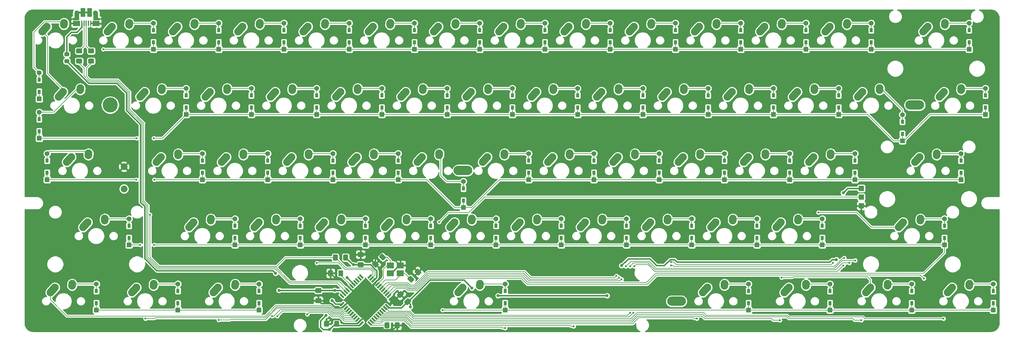
<source format=gbr>
G04 #@! TF.GenerationSoftware,KiCad,Pcbnew,(5.1.6-0-10_14)*
G04 #@! TF.CreationDate,2020-07-08T09:47:09+09:00*
G04 #@! TF.ProjectId,reviung61,72657669-756e-4673-9631-2e6b69636164,1.0*
G04 #@! TF.SameCoordinates,Original*
G04 #@! TF.FileFunction,Copper,L2,Bot*
G04 #@! TF.FilePolarity,Positive*
%FSLAX46Y46*%
G04 Gerber Fmt 4.6, Leading zero omitted, Abs format (unit mm)*
G04 Created by KiCad (PCBNEW (5.1.6-0-10_14)) date 2020-07-08 09:47:09*
%MOMM*%
%LPD*%
G01*
G04 APERTURE LIST*
G04 #@! TA.AperFunction,ComponentPad*
%ADD10C,2.250000*%
G04 #@! TD*
G04 #@! TA.AperFunction,WasherPad*
%ADD11O,5.500000X2.700000*%
G04 #@! TD*
G04 #@! TA.AperFunction,ComponentPad*
%ADD12C,0.700000*%
G04 #@! TD*
G04 #@! TA.AperFunction,ComponentPad*
%ADD13C,4.400000*%
G04 #@! TD*
G04 #@! TA.AperFunction,SMDPad,CuDef*
%ADD14C,0.100000*%
G04 #@! TD*
G04 #@! TA.AperFunction,SMDPad,CuDef*
%ADD15R,2.100000X1.800000*%
G04 #@! TD*
G04 #@! TA.AperFunction,SMDPad,CuDef*
%ADD16R,0.950000X1.300000*%
G04 #@! TD*
G04 #@! TA.AperFunction,ComponentPad*
%ADD17R,1.397000X1.397000*%
G04 #@! TD*
G04 #@! TA.AperFunction,ComponentPad*
%ADD18C,1.397000*%
G04 #@! TD*
G04 #@! TA.AperFunction,SMDPad,CuDef*
%ADD19R,1.350000X2.000000*%
G04 #@! TD*
G04 #@! TA.AperFunction,SMDPad,CuDef*
%ADD20R,1.825000X0.700000*%
G04 #@! TD*
G04 #@! TA.AperFunction,SMDPad,CuDef*
%ADD21R,2.000000X1.500000*%
G04 #@! TD*
G04 #@! TA.AperFunction,SMDPad,CuDef*
%ADD22R,0.400000X1.650000*%
G04 #@! TD*
G04 #@! TA.AperFunction,ComponentPad*
%ADD23O,1.100000X1.500000*%
G04 #@! TD*
G04 #@! TA.AperFunction,ComponentPad*
%ADD24O,1.350000X1.700000*%
G04 #@! TD*
G04 #@! TA.AperFunction,SMDPad,CuDef*
%ADD25R,1.430000X2.500000*%
G04 #@! TD*
G04 #@! TA.AperFunction,ComponentPad*
%ADD26C,2.000000*%
G04 #@! TD*
G04 #@! TA.AperFunction,SMDPad,CuDef*
%ADD27R,1.524000X1.524000*%
G04 #@! TD*
G04 #@! TA.AperFunction,ViaPad*
%ADD28C,0.900000*%
G04 #@! TD*
G04 #@! TA.AperFunction,ViaPad*
%ADD29C,0.600000*%
G04 #@! TD*
G04 #@! TA.AperFunction,Conductor*
%ADD30C,0.600000*%
G04 #@! TD*
G04 #@! TA.AperFunction,Conductor*
%ADD31C,0.400000*%
G04 #@! TD*
G04 #@! TA.AperFunction,Conductor*
%ADD32C,0.200000*%
G04 #@! TD*
G04 #@! TA.AperFunction,Conductor*
%ADD33C,0.254000*%
G04 #@! TD*
G04 APERTURE END LIST*
G04 #@! TA.AperFunction,ComponentPad*
G36*
G01*
X153292597Y-102272334D02*
X153292597Y-102272334D01*
G75*
G02*
X152247666Y-101072597I77403J1122334D01*
G01*
X152287666Y-100492597D01*
G75*
G02*
X153487403Y-99447666I1122334J-77403D01*
G01*
X153487403Y-99447666D01*
G75*
G02*
X154532334Y-100647403I-77403J-1122334D01*
G01*
X154492334Y-101227403D01*
G75*
G02*
X153292597Y-102272334I-1122334J77403D01*
G01*
G37*
G04 #@! TD.AperFunction*
D10*
X153410000Y-100570000D03*
G04 #@! TA.AperFunction,ComponentPad*
G36*
G01*
X146308683Y-103947345D02*
X146308683Y-103947345D01*
G75*
G02*
X146222655Y-102358683I751317J837345D01*
G01*
X147532657Y-100898683D01*
G75*
G02*
X149121319Y-100812655I837345J-751317D01*
G01*
X149121319Y-100812655D01*
G75*
G02*
X149207347Y-102401317I-751317J-837345D01*
G01*
X147897345Y-103861317D01*
G75*
G02*
X146308683Y-103947345I-837345J751317D01*
G01*
G37*
G04 #@! TD.AperFunction*
X148370000Y-101650000D03*
G04 #@! TA.AperFunction,ComponentPad*
G36*
G01*
X58052597Y-102272334D02*
X58052597Y-102272334D01*
G75*
G02*
X57007666Y-101072597I77403J1122334D01*
G01*
X57047666Y-100492597D01*
G75*
G02*
X58247403Y-99447666I1122334J-77403D01*
G01*
X58247403Y-99447666D01*
G75*
G02*
X59292334Y-100647403I-77403J-1122334D01*
G01*
X59252334Y-101227403D01*
G75*
G02*
X58052597Y-102272334I-1122334J77403D01*
G01*
G37*
G04 #@! TD.AperFunction*
X58170000Y-100570000D03*
G04 #@! TA.AperFunction,ComponentPad*
G36*
G01*
X51068683Y-103947345D02*
X51068683Y-103947345D01*
G75*
G02*
X50982655Y-102358683I751317J837345D01*
G01*
X52292657Y-100898683D01*
G75*
G02*
X53881319Y-100812655I837345J-751317D01*
G01*
X53881319Y-100812655D01*
G75*
G02*
X53967347Y-102401317I-751317J-837345D01*
G01*
X52657345Y-103861317D01*
G75*
G02*
X51068683Y-103947345I-837345J751317D01*
G01*
G37*
G04 #@! TD.AperFunction*
X53130000Y-101650000D03*
D11*
X148470000Y-67450000D03*
X280350000Y-48340000D03*
X210790000Y-105660000D03*
D12*
X46646726Y-47173274D03*
X45480000Y-46690000D03*
X44313274Y-47173274D03*
X43830000Y-48340000D03*
X44313274Y-49506726D03*
X45480000Y-49990000D03*
X46646726Y-49506726D03*
X47130000Y-48340000D03*
D13*
X45480000Y-48340000D03*
G04 #@! TA.AperFunction,SMDPad,CuDef*
G36*
G01*
X109337500Y-111625000D02*
X109337500Y-112875000D01*
G75*
G02*
X109087500Y-113125000I-250000J0D01*
G01*
X108162500Y-113125000D01*
G75*
G02*
X107912500Y-112875000I0J250000D01*
G01*
X107912500Y-111625000D01*
G75*
G02*
X108162500Y-111375000I250000J0D01*
G01*
X109087500Y-111375000D01*
G75*
G02*
X109337500Y-111625000I0J-250000D01*
G01*
G37*
G04 #@! TD.AperFunction*
G04 #@! TA.AperFunction,SMDPad,CuDef*
G36*
G01*
X112312500Y-111625000D02*
X112312500Y-112875000D01*
G75*
G02*
X112062500Y-113125000I-250000J0D01*
G01*
X111137500Y-113125000D01*
G75*
G02*
X110887500Y-112875000I0J250000D01*
G01*
X110887500Y-111625000D01*
G75*
G02*
X111137500Y-111375000I250000J0D01*
G01*
X112062500Y-111375000D01*
G75*
G02*
X112312500Y-111625000I0J-250000D01*
G01*
G37*
G04 #@! TD.AperFunction*
G04 #@! TA.AperFunction,SMDPad,CuDef*
G36*
G01*
X133245755Y-105861872D02*
X132361872Y-106745756D01*
G75*
G02*
X132008318Y-106745756I-176777J176777D01*
G01*
X131354244Y-106091682D01*
G75*
G02*
X131354244Y-105738128I176777J176777D01*
G01*
X132238128Y-104854244D01*
G75*
G02*
X132591682Y-104854244I176777J-176777D01*
G01*
X133245756Y-105508318D01*
G75*
G02*
X133245756Y-105861872I-176777J-176777D01*
G01*
G37*
G04 #@! TD.AperFunction*
G04 #@! TA.AperFunction,SMDPad,CuDef*
G36*
G01*
X131142113Y-103758230D02*
X130258230Y-104642114D01*
G75*
G02*
X129904676Y-104642114I-176777J176777D01*
G01*
X129250602Y-103988040D01*
G75*
G02*
X129250602Y-103634486I176777J176777D01*
G01*
X130134486Y-102750602D01*
G75*
G02*
X130488040Y-102750602I176777J-176777D01*
G01*
X131142114Y-103404676D01*
G75*
G02*
X131142114Y-103758230I-176777J-176777D01*
G01*
G37*
G04 #@! TD.AperFunction*
G04 #@! TA.AperFunction,SMDPad,CuDef*
G36*
G01*
X119225000Y-92737500D02*
X117975000Y-92737500D01*
G75*
G02*
X117725000Y-92487500I0J250000D01*
G01*
X117725000Y-91562500D01*
G75*
G02*
X117975000Y-91312500I250000J0D01*
G01*
X119225000Y-91312500D01*
G75*
G02*
X119475000Y-91562500I0J-250000D01*
G01*
X119475000Y-92487500D01*
G75*
G02*
X119225000Y-92737500I-250000J0D01*
G01*
G37*
G04 #@! TD.AperFunction*
G04 #@! TA.AperFunction,SMDPad,CuDef*
G36*
G01*
X119225000Y-95712500D02*
X117975000Y-95712500D01*
G75*
G02*
X117725000Y-95462500I0J250000D01*
G01*
X117725000Y-94537500D01*
G75*
G02*
X117975000Y-94287500I250000J0D01*
G01*
X119225000Y-94287500D01*
G75*
G02*
X119475000Y-94537500I0J-250000D01*
G01*
X119475000Y-95462500D01*
G75*
G02*
X119225000Y-95712500I-250000J0D01*
G01*
G37*
G04 #@! TD.AperFunction*
G04 #@! TA.AperFunction,SMDPad,CuDef*
G36*
G01*
X105625000Y-101812500D02*
X106875000Y-101812500D01*
G75*
G02*
X107125000Y-102062500I0J-250000D01*
G01*
X107125000Y-102987500D01*
G75*
G02*
X106875000Y-103237500I-250000J0D01*
G01*
X105625000Y-103237500D01*
G75*
G02*
X105375000Y-102987500I0J250000D01*
G01*
X105375000Y-102062500D01*
G75*
G02*
X105625000Y-101812500I250000J0D01*
G01*
G37*
G04 #@! TD.AperFunction*
G04 #@! TA.AperFunction,SMDPad,CuDef*
G36*
G01*
X105625000Y-104787500D02*
X106875000Y-104787500D01*
G75*
G02*
X107125000Y-105037500I0J-250000D01*
G01*
X107125000Y-105962500D01*
G75*
G02*
X106875000Y-106212500I-250000J0D01*
G01*
X105625000Y-106212500D01*
G75*
G02*
X105375000Y-105962500I0J250000D01*
G01*
X105375000Y-105037500D01*
G75*
G02*
X105625000Y-104787500I250000J0D01*
G01*
G37*
G04 #@! TD.AperFunction*
G04 #@! TA.AperFunction,SMDPad,CuDef*
G36*
G01*
X135291770Y-98092113D02*
X134407886Y-97208230D01*
G75*
G02*
X134407886Y-96854676I176777J176777D01*
G01*
X135061960Y-96200602D01*
G75*
G02*
X135415514Y-96200602I176777J-176777D01*
G01*
X136299398Y-97084486D01*
G75*
G02*
X136299398Y-97438040I-176777J-176777D01*
G01*
X135645324Y-98092114D01*
G75*
G02*
X135291770Y-98092114I-176777J176777D01*
G01*
G37*
G04 #@! TD.AperFunction*
G04 #@! TA.AperFunction,SMDPad,CuDef*
G36*
G01*
X133188128Y-100195755D02*
X132304244Y-99311872D01*
G75*
G02*
X132304244Y-98958318I176777J176777D01*
G01*
X132958318Y-98304244D01*
G75*
G02*
X133311872Y-98304244I176777J-176777D01*
G01*
X134195756Y-99188128D01*
G75*
G02*
X134195756Y-99541682I-176777J-176777D01*
G01*
X133541682Y-100195756D01*
G75*
G02*
X133188128Y-100195756I-176777J176777D01*
G01*
G37*
G04 #@! TD.AperFunction*
G04 #@! TA.AperFunction,SMDPad,CuDef*
G36*
G01*
X125061872Y-91804245D02*
X125945756Y-92688128D01*
G75*
G02*
X125945756Y-93041682I-176777J-176777D01*
G01*
X125291682Y-93695756D01*
G75*
G02*
X124938128Y-93695756I-176777J176777D01*
G01*
X124054244Y-92811872D01*
G75*
G02*
X124054244Y-92458318I176777J176777D01*
G01*
X124708318Y-91804244D01*
G75*
G02*
X125061872Y-91804244I176777J-176777D01*
G01*
G37*
G04 #@! TD.AperFunction*
G04 #@! TA.AperFunction,SMDPad,CuDef*
G36*
G01*
X122958230Y-93907887D02*
X123842114Y-94791770D01*
G75*
G02*
X123842114Y-95145324I-176777J-176777D01*
G01*
X123188040Y-95799398D01*
G75*
G02*
X122834486Y-95799398I-176777J176777D01*
G01*
X121950602Y-94915514D01*
G75*
G02*
X121950602Y-94561960I176777J176777D01*
G01*
X122604676Y-93907886D01*
G75*
G02*
X122958230Y-93907886I176777J-176777D01*
G01*
G37*
G04 #@! TD.AperFunction*
G04 #@! TA.AperFunction,SMDPad,CuDef*
G36*
G01*
X113500000Y-96875000D02*
X113500000Y-98125000D01*
G75*
G02*
X113250000Y-98375000I-250000J0D01*
G01*
X112325000Y-98375000D01*
G75*
G02*
X112075000Y-98125000I0J250000D01*
G01*
X112075000Y-96875000D01*
G75*
G02*
X112325000Y-96625000I250000J0D01*
G01*
X113250000Y-96625000D01*
G75*
G02*
X113500000Y-96875000I0J-250000D01*
G01*
G37*
G04 #@! TD.AperFunction*
G04 #@! TA.AperFunction,SMDPad,CuDef*
G36*
G01*
X110525000Y-96875000D02*
X110525000Y-98125000D01*
G75*
G02*
X110275000Y-98375000I-250000J0D01*
G01*
X109350000Y-98375000D01*
G75*
G02*
X109100000Y-98125000I0J250000D01*
G01*
X109100000Y-96875000D01*
G75*
G02*
X109350000Y-96625000I250000J0D01*
G01*
X110275000Y-96625000D01*
G75*
G02*
X110525000Y-96875000I0J-250000D01*
G01*
G37*
G04 #@! TD.AperFunction*
G04 #@! TA.AperFunction,SMDPad,CuDef*
G36*
G01*
X33250001Y-36125000D02*
X32349999Y-36125000D01*
G75*
G02*
X32100000Y-35875001I0J249999D01*
G01*
X32100000Y-35224999D01*
G75*
G02*
X32349999Y-34975000I249999J0D01*
G01*
X33250001Y-34975000D01*
G75*
G02*
X33500000Y-35224999I0J-249999D01*
G01*
X33500000Y-35875001D01*
G75*
G02*
X33250001Y-36125000I-249999J0D01*
G01*
G37*
G04 #@! TD.AperFunction*
G04 #@! TA.AperFunction,SMDPad,CuDef*
G36*
G01*
X33250001Y-34075000D02*
X32349999Y-34075000D01*
G75*
G02*
X32100000Y-33825001I0J249999D01*
G01*
X32100000Y-33174999D01*
G75*
G02*
X32349999Y-32925000I249999J0D01*
G01*
X33250001Y-32925000D01*
G75*
G02*
X33500000Y-33174999I0J-249999D01*
G01*
X33500000Y-33825001D01*
G75*
G02*
X33250001Y-34075000I-249999J0D01*
G01*
G37*
G04 #@! TD.AperFunction*
G04 #@! TA.AperFunction,SMDPad,CuDef*
G36*
G01*
X114912500Y-92275000D02*
X114912500Y-93525000D01*
G75*
G02*
X114662500Y-93775000I-250000J0D01*
G01*
X113737500Y-93775000D01*
G75*
G02*
X113487500Y-93525000I0J250000D01*
G01*
X113487500Y-92275000D01*
G75*
G02*
X113737500Y-92025000I250000J0D01*
G01*
X114662500Y-92025000D01*
G75*
G02*
X114912500Y-92275000I0J-250000D01*
G01*
G37*
G04 #@! TD.AperFunction*
G04 #@! TA.AperFunction,SMDPad,CuDef*
G36*
G01*
X111937500Y-92275000D02*
X111937500Y-93525000D01*
G75*
G02*
X111687500Y-93775000I-250000J0D01*
G01*
X110762500Y-93775000D01*
G75*
G02*
X110512500Y-93525000I0J250000D01*
G01*
X110512500Y-92275000D01*
G75*
G02*
X110762500Y-92025000I250000J0D01*
G01*
X111687500Y-92025000D01*
G75*
G02*
X111937500Y-92275000I0J-250000D01*
G01*
G37*
G04 #@! TD.AperFunction*
G04 #@! TA.AperFunction,SMDPad,CuDef*
G36*
G01*
X40525000Y-36240000D02*
X39275000Y-36240000D01*
G75*
G02*
X39025000Y-35990000I0J250000D01*
G01*
X39025000Y-35065000D01*
G75*
G02*
X39275000Y-34815000I250000J0D01*
G01*
X40525000Y-34815000D01*
G75*
G02*
X40775000Y-35065000I0J-250000D01*
G01*
X40775000Y-35990000D01*
G75*
G02*
X40525000Y-36240000I-250000J0D01*
G01*
G37*
G04 #@! TD.AperFunction*
G04 #@! TA.AperFunction,SMDPad,CuDef*
G36*
G01*
X40525000Y-33265000D02*
X39275000Y-33265000D01*
G75*
G02*
X39025000Y-33015000I0J250000D01*
G01*
X39025000Y-32090000D01*
G75*
G02*
X39275000Y-31840000I250000J0D01*
G01*
X40525000Y-31840000D01*
G75*
G02*
X40775000Y-32090000I0J-250000D01*
G01*
X40775000Y-33015000D01*
G75*
G02*
X40525000Y-33265000I-250000J0D01*
G01*
G37*
G04 #@! TD.AperFunction*
G04 #@! TA.AperFunction,SMDPad,CuDef*
G36*
G01*
X37025000Y-33265000D02*
X35775000Y-33265000D01*
G75*
G02*
X35525000Y-33015000I0J250000D01*
G01*
X35525000Y-32090000D01*
G75*
G02*
X35775000Y-31840000I250000J0D01*
G01*
X37025000Y-31840000D01*
G75*
G02*
X37275000Y-32090000I0J-250000D01*
G01*
X37275000Y-33015000D01*
G75*
G02*
X37025000Y-33265000I-250000J0D01*
G01*
G37*
G04 #@! TD.AperFunction*
G04 #@! TA.AperFunction,SMDPad,CuDef*
G36*
G01*
X37025000Y-36240000D02*
X35775000Y-36240000D01*
G75*
G02*
X35525000Y-35990000I0J250000D01*
G01*
X35525000Y-35065000D01*
G75*
G02*
X35775000Y-34815000I250000J0D01*
G01*
X37025000Y-34815000D01*
G75*
G02*
X37275000Y-35065000I0J-250000D01*
G01*
X37275000Y-35990000D01*
G75*
G02*
X37025000Y-36240000I-250000J0D01*
G01*
G37*
G04 #@! TD.AperFunction*
G04 #@! TA.AperFunction,SMDPad,CuDef*
G36*
G01*
X127012500Y-112075000D02*
X127012500Y-113325000D01*
G75*
G02*
X126762500Y-113575000I-250000J0D01*
G01*
X125837500Y-113575000D01*
G75*
G02*
X125587500Y-113325000I0J250000D01*
G01*
X125587500Y-112075000D01*
G75*
G02*
X125837500Y-111825000I250000J0D01*
G01*
X126762500Y-111825000D01*
G75*
G02*
X127012500Y-112075000I0J-250000D01*
G01*
G37*
G04 #@! TD.AperFunction*
G04 #@! TA.AperFunction,SMDPad,CuDef*
G36*
G01*
X129987500Y-112075000D02*
X129987500Y-113325000D01*
G75*
G02*
X129737500Y-113575000I-250000J0D01*
G01*
X128812500Y-113575000D01*
G75*
G02*
X128562500Y-113325000I0J250000D01*
G01*
X128562500Y-112075000D01*
G75*
G02*
X128812500Y-111825000I250000J0D01*
G01*
X129737500Y-111825000D01*
G75*
G02*
X129987500Y-112075000I0J-250000D01*
G01*
G37*
G04 #@! TD.AperFunction*
G04 #@! TA.AperFunction,ComponentPad*
G36*
G01*
X31872597Y-26042334D02*
X31872597Y-26042334D01*
G75*
G02*
X30827666Y-24842597I77403J1122334D01*
G01*
X30867666Y-24262597D01*
G75*
G02*
X32067403Y-23217666I1122334J-77403D01*
G01*
X32067403Y-23217666D01*
G75*
G02*
X33112334Y-24417403I-77403J-1122334D01*
G01*
X33072334Y-24997403D01*
G75*
G02*
X31872597Y-26042334I-1122334J77403D01*
G01*
G37*
G04 #@! TD.AperFunction*
D10*
X31990000Y-24340000D03*
G04 #@! TA.AperFunction,ComponentPad*
G36*
G01*
X24888683Y-27717345D02*
X24888683Y-27717345D01*
G75*
G02*
X24802655Y-26128683I751317J837345D01*
G01*
X26112657Y-24668683D01*
G75*
G02*
X27701319Y-24582655I837345J-751317D01*
G01*
X27701319Y-24582655D01*
G75*
G02*
X27787347Y-26171317I-751317J-837345D01*
G01*
X26477345Y-27631317D01*
G75*
G02*
X24888683Y-27717345I-837345J751317D01*
G01*
G37*
G04 #@! TD.AperFunction*
X26950000Y-25420000D03*
X46000000Y-25450000D03*
G04 #@! TA.AperFunction,ComponentPad*
G36*
G01*
X43938683Y-27747345D02*
X43938683Y-27747345D01*
G75*
G02*
X43852655Y-26158683I751317J837345D01*
G01*
X45162657Y-24698683D01*
G75*
G02*
X46751319Y-24612655I837345J-751317D01*
G01*
X46751319Y-24612655D01*
G75*
G02*
X46837347Y-26201317I-751317J-837345D01*
G01*
X45527345Y-27661317D01*
G75*
G02*
X43938683Y-27747345I-837345J751317D01*
G01*
G37*
G04 #@! TD.AperFunction*
X51040000Y-24370000D03*
G04 #@! TA.AperFunction,ComponentPad*
G36*
G01*
X50922597Y-26072334D02*
X50922597Y-26072334D01*
G75*
G02*
X49877666Y-24872597I77403J1122334D01*
G01*
X49917666Y-24292597D01*
G75*
G02*
X51117403Y-23247666I1122334J-77403D01*
G01*
X51117403Y-23247666D01*
G75*
G02*
X52162334Y-24447403I-77403J-1122334D01*
G01*
X52122334Y-25027403D01*
G75*
G02*
X50922597Y-26072334I-1122334J77403D01*
G01*
G37*
G04 #@! TD.AperFunction*
G04 #@! TA.AperFunction,ComponentPad*
G36*
G01*
X69972597Y-26072334D02*
X69972597Y-26072334D01*
G75*
G02*
X68927666Y-24872597I77403J1122334D01*
G01*
X68967666Y-24292597D01*
G75*
G02*
X70167403Y-23247666I1122334J-77403D01*
G01*
X70167403Y-23247666D01*
G75*
G02*
X71212334Y-24447403I-77403J-1122334D01*
G01*
X71172334Y-25027403D01*
G75*
G02*
X69972597Y-26072334I-1122334J77403D01*
G01*
G37*
G04 #@! TD.AperFunction*
X70090000Y-24370000D03*
G04 #@! TA.AperFunction,ComponentPad*
G36*
G01*
X62988683Y-27747345D02*
X62988683Y-27747345D01*
G75*
G02*
X62902655Y-26158683I751317J837345D01*
G01*
X64212657Y-24698683D01*
G75*
G02*
X65801319Y-24612655I837345J-751317D01*
G01*
X65801319Y-24612655D01*
G75*
G02*
X65887347Y-26201317I-751317J-837345D01*
G01*
X64577345Y-27661317D01*
G75*
G02*
X62988683Y-27747345I-837345J751317D01*
G01*
G37*
G04 #@! TD.AperFunction*
X65050000Y-25450000D03*
X84100000Y-25450000D03*
G04 #@! TA.AperFunction,ComponentPad*
G36*
G01*
X82038683Y-27747345D02*
X82038683Y-27747345D01*
G75*
G02*
X81952655Y-26158683I751317J837345D01*
G01*
X83262657Y-24698683D01*
G75*
G02*
X84851319Y-24612655I837345J-751317D01*
G01*
X84851319Y-24612655D01*
G75*
G02*
X84937347Y-26201317I-751317J-837345D01*
G01*
X83627345Y-27661317D01*
G75*
G02*
X82038683Y-27747345I-837345J751317D01*
G01*
G37*
G04 #@! TD.AperFunction*
X89140000Y-24370000D03*
G04 #@! TA.AperFunction,ComponentPad*
G36*
G01*
X89022597Y-26072334D02*
X89022597Y-26072334D01*
G75*
G02*
X87977666Y-24872597I77403J1122334D01*
G01*
X88017666Y-24292597D01*
G75*
G02*
X89217403Y-23247666I1122334J-77403D01*
G01*
X89217403Y-23247666D01*
G75*
G02*
X90262334Y-24447403I-77403J-1122334D01*
G01*
X90222334Y-25027403D01*
G75*
G02*
X89022597Y-26072334I-1122334J77403D01*
G01*
G37*
G04 #@! TD.AperFunction*
X103150000Y-25450000D03*
G04 #@! TA.AperFunction,ComponentPad*
G36*
G01*
X101088683Y-27747345D02*
X101088683Y-27747345D01*
G75*
G02*
X101002655Y-26158683I751317J837345D01*
G01*
X102312657Y-24698683D01*
G75*
G02*
X103901319Y-24612655I837345J-751317D01*
G01*
X103901319Y-24612655D01*
G75*
G02*
X103987347Y-26201317I-751317J-837345D01*
G01*
X102677345Y-27661317D01*
G75*
G02*
X101088683Y-27747345I-837345J751317D01*
G01*
G37*
G04 #@! TD.AperFunction*
X108190000Y-24370000D03*
G04 #@! TA.AperFunction,ComponentPad*
G36*
G01*
X108072597Y-26072334D02*
X108072597Y-26072334D01*
G75*
G02*
X107027666Y-24872597I77403J1122334D01*
G01*
X107067666Y-24292597D01*
G75*
G02*
X108267403Y-23247666I1122334J-77403D01*
G01*
X108267403Y-23247666D01*
G75*
G02*
X109312334Y-24447403I-77403J-1122334D01*
G01*
X109272334Y-25027403D01*
G75*
G02*
X108072597Y-26072334I-1122334J77403D01*
G01*
G37*
G04 #@! TD.AperFunction*
G04 #@! TA.AperFunction,ComponentPad*
G36*
G01*
X127122597Y-26072334D02*
X127122597Y-26072334D01*
G75*
G02*
X126077666Y-24872597I77403J1122334D01*
G01*
X126117666Y-24292597D01*
G75*
G02*
X127317403Y-23247666I1122334J-77403D01*
G01*
X127317403Y-23247666D01*
G75*
G02*
X128362334Y-24447403I-77403J-1122334D01*
G01*
X128322334Y-25027403D01*
G75*
G02*
X127122597Y-26072334I-1122334J77403D01*
G01*
G37*
G04 #@! TD.AperFunction*
X127240000Y-24370000D03*
G04 #@! TA.AperFunction,ComponentPad*
G36*
G01*
X120138683Y-27747345D02*
X120138683Y-27747345D01*
G75*
G02*
X120052655Y-26158683I751317J837345D01*
G01*
X121362657Y-24698683D01*
G75*
G02*
X122951319Y-24612655I837345J-751317D01*
G01*
X122951319Y-24612655D01*
G75*
G02*
X123037347Y-26201317I-751317J-837345D01*
G01*
X121727345Y-27661317D01*
G75*
G02*
X120138683Y-27747345I-837345J751317D01*
G01*
G37*
G04 #@! TD.AperFunction*
X122200000Y-25450000D03*
X141250000Y-25450000D03*
G04 #@! TA.AperFunction,ComponentPad*
G36*
G01*
X139188683Y-27747345D02*
X139188683Y-27747345D01*
G75*
G02*
X139102655Y-26158683I751317J837345D01*
G01*
X140412657Y-24698683D01*
G75*
G02*
X142001319Y-24612655I837345J-751317D01*
G01*
X142001319Y-24612655D01*
G75*
G02*
X142087347Y-26201317I-751317J-837345D01*
G01*
X140777345Y-27661317D01*
G75*
G02*
X139188683Y-27747345I-837345J751317D01*
G01*
G37*
G04 #@! TD.AperFunction*
X146290000Y-24370000D03*
G04 #@! TA.AperFunction,ComponentPad*
G36*
G01*
X146172597Y-26072334D02*
X146172597Y-26072334D01*
G75*
G02*
X145127666Y-24872597I77403J1122334D01*
G01*
X145167666Y-24292597D01*
G75*
G02*
X146367403Y-23247666I1122334J-77403D01*
G01*
X146367403Y-23247666D01*
G75*
G02*
X147412334Y-24447403I-77403J-1122334D01*
G01*
X147372334Y-25027403D01*
G75*
G02*
X146172597Y-26072334I-1122334J77403D01*
G01*
G37*
G04 #@! TD.AperFunction*
X160300000Y-25450000D03*
G04 #@! TA.AperFunction,ComponentPad*
G36*
G01*
X158238683Y-27747345D02*
X158238683Y-27747345D01*
G75*
G02*
X158152655Y-26158683I751317J837345D01*
G01*
X159462657Y-24698683D01*
G75*
G02*
X161051319Y-24612655I837345J-751317D01*
G01*
X161051319Y-24612655D01*
G75*
G02*
X161137347Y-26201317I-751317J-837345D01*
G01*
X159827345Y-27661317D01*
G75*
G02*
X158238683Y-27747345I-837345J751317D01*
G01*
G37*
G04 #@! TD.AperFunction*
X165340000Y-24370000D03*
G04 #@! TA.AperFunction,ComponentPad*
G36*
G01*
X165222597Y-26072334D02*
X165222597Y-26072334D01*
G75*
G02*
X164177666Y-24872597I77403J1122334D01*
G01*
X164217666Y-24292597D01*
G75*
G02*
X165417403Y-23247666I1122334J-77403D01*
G01*
X165417403Y-23247666D01*
G75*
G02*
X166462334Y-24447403I-77403J-1122334D01*
G01*
X166422334Y-25027403D01*
G75*
G02*
X165222597Y-26072334I-1122334J77403D01*
G01*
G37*
G04 #@! TD.AperFunction*
X179350000Y-25450000D03*
G04 #@! TA.AperFunction,ComponentPad*
G36*
G01*
X177288683Y-27747345D02*
X177288683Y-27747345D01*
G75*
G02*
X177202655Y-26158683I751317J837345D01*
G01*
X178512657Y-24698683D01*
G75*
G02*
X180101319Y-24612655I837345J-751317D01*
G01*
X180101319Y-24612655D01*
G75*
G02*
X180187347Y-26201317I-751317J-837345D01*
G01*
X178877345Y-27661317D01*
G75*
G02*
X177288683Y-27747345I-837345J751317D01*
G01*
G37*
G04 #@! TD.AperFunction*
X184390000Y-24370000D03*
G04 #@! TA.AperFunction,ComponentPad*
G36*
G01*
X184272597Y-26072334D02*
X184272597Y-26072334D01*
G75*
G02*
X183227666Y-24872597I77403J1122334D01*
G01*
X183267666Y-24292597D01*
G75*
G02*
X184467403Y-23247666I1122334J-77403D01*
G01*
X184467403Y-23247666D01*
G75*
G02*
X185512334Y-24447403I-77403J-1122334D01*
G01*
X185472334Y-25027403D01*
G75*
G02*
X184272597Y-26072334I-1122334J77403D01*
G01*
G37*
G04 #@! TD.AperFunction*
X198400000Y-25450000D03*
G04 #@! TA.AperFunction,ComponentPad*
G36*
G01*
X196338683Y-27747345D02*
X196338683Y-27747345D01*
G75*
G02*
X196252655Y-26158683I751317J837345D01*
G01*
X197562657Y-24698683D01*
G75*
G02*
X199151319Y-24612655I837345J-751317D01*
G01*
X199151319Y-24612655D01*
G75*
G02*
X199237347Y-26201317I-751317J-837345D01*
G01*
X197927345Y-27661317D01*
G75*
G02*
X196338683Y-27747345I-837345J751317D01*
G01*
G37*
G04 #@! TD.AperFunction*
X203440000Y-24370000D03*
G04 #@! TA.AperFunction,ComponentPad*
G36*
G01*
X203322597Y-26072334D02*
X203322597Y-26072334D01*
G75*
G02*
X202277666Y-24872597I77403J1122334D01*
G01*
X202317666Y-24292597D01*
G75*
G02*
X203517403Y-23247666I1122334J-77403D01*
G01*
X203517403Y-23247666D01*
G75*
G02*
X204562334Y-24447403I-77403J-1122334D01*
G01*
X204522334Y-25027403D01*
G75*
G02*
X203322597Y-26072334I-1122334J77403D01*
G01*
G37*
G04 #@! TD.AperFunction*
X217450000Y-25450000D03*
G04 #@! TA.AperFunction,ComponentPad*
G36*
G01*
X215388683Y-27747345D02*
X215388683Y-27747345D01*
G75*
G02*
X215302655Y-26158683I751317J837345D01*
G01*
X216612657Y-24698683D01*
G75*
G02*
X218201319Y-24612655I837345J-751317D01*
G01*
X218201319Y-24612655D01*
G75*
G02*
X218287347Y-26201317I-751317J-837345D01*
G01*
X216977345Y-27661317D01*
G75*
G02*
X215388683Y-27747345I-837345J751317D01*
G01*
G37*
G04 #@! TD.AperFunction*
X222490000Y-24370000D03*
G04 #@! TA.AperFunction,ComponentPad*
G36*
G01*
X222372597Y-26072334D02*
X222372597Y-26072334D01*
G75*
G02*
X221327666Y-24872597I77403J1122334D01*
G01*
X221367666Y-24292597D01*
G75*
G02*
X222567403Y-23247666I1122334J-77403D01*
G01*
X222567403Y-23247666D01*
G75*
G02*
X223612334Y-24447403I-77403J-1122334D01*
G01*
X223572334Y-25027403D01*
G75*
G02*
X222372597Y-26072334I-1122334J77403D01*
G01*
G37*
G04 #@! TD.AperFunction*
G04 #@! TA.AperFunction,ComponentPad*
G36*
G01*
X241422597Y-26072334D02*
X241422597Y-26072334D01*
G75*
G02*
X240377666Y-24872597I77403J1122334D01*
G01*
X240417666Y-24292597D01*
G75*
G02*
X241617403Y-23247666I1122334J-77403D01*
G01*
X241617403Y-23247666D01*
G75*
G02*
X242662334Y-24447403I-77403J-1122334D01*
G01*
X242622334Y-25027403D01*
G75*
G02*
X241422597Y-26072334I-1122334J77403D01*
G01*
G37*
G04 #@! TD.AperFunction*
X241540000Y-24370000D03*
G04 #@! TA.AperFunction,ComponentPad*
G36*
G01*
X234438683Y-27747345D02*
X234438683Y-27747345D01*
G75*
G02*
X234352655Y-26158683I751317J837345D01*
G01*
X235662657Y-24698683D01*
G75*
G02*
X237251319Y-24612655I837345J-751317D01*
G01*
X237251319Y-24612655D01*
G75*
G02*
X237337347Y-26201317I-751317J-837345D01*
G01*
X236027345Y-27661317D01*
G75*
G02*
X234438683Y-27747345I-837345J751317D01*
G01*
G37*
G04 #@! TD.AperFunction*
X236500000Y-25450000D03*
X255550000Y-25450000D03*
G04 #@! TA.AperFunction,ComponentPad*
G36*
G01*
X253488683Y-27747345D02*
X253488683Y-27747345D01*
G75*
G02*
X253402655Y-26158683I751317J837345D01*
G01*
X254712657Y-24698683D01*
G75*
G02*
X256301319Y-24612655I837345J-751317D01*
G01*
X256301319Y-24612655D01*
G75*
G02*
X256387347Y-26201317I-751317J-837345D01*
G01*
X255077345Y-27661317D01*
G75*
G02*
X253488683Y-27747345I-837345J751317D01*
G01*
G37*
G04 #@! TD.AperFunction*
X260590000Y-24370000D03*
G04 #@! TA.AperFunction,ComponentPad*
G36*
G01*
X260472597Y-26072334D02*
X260472597Y-26072334D01*
G75*
G02*
X259427666Y-24872597I77403J1122334D01*
G01*
X259467666Y-24292597D01*
G75*
G02*
X260667403Y-23247666I1122334J-77403D01*
G01*
X260667403Y-23247666D01*
G75*
G02*
X261712334Y-24447403I-77403J-1122334D01*
G01*
X261672334Y-25027403D01*
G75*
G02*
X260472597Y-26072334I-1122334J77403D01*
G01*
G37*
G04 #@! TD.AperFunction*
G04 #@! TA.AperFunction,ComponentPad*
G36*
G01*
X289047597Y-26072334D02*
X289047597Y-26072334D01*
G75*
G02*
X288002666Y-24872597I77403J1122334D01*
G01*
X288042666Y-24292597D01*
G75*
G02*
X289242403Y-23247666I1122334J-77403D01*
G01*
X289242403Y-23247666D01*
G75*
G02*
X290287334Y-24447403I-77403J-1122334D01*
G01*
X290247334Y-25027403D01*
G75*
G02*
X289047597Y-26072334I-1122334J77403D01*
G01*
G37*
G04 #@! TD.AperFunction*
X289165000Y-24370000D03*
G04 #@! TA.AperFunction,ComponentPad*
G36*
G01*
X282063683Y-27747345D02*
X282063683Y-27747345D01*
G75*
G02*
X281977655Y-26158683I751317J837345D01*
G01*
X283287657Y-24698683D01*
G75*
G02*
X284876319Y-24612655I837345J-751317D01*
G01*
X284876319Y-24612655D01*
G75*
G02*
X284962347Y-26201317I-751317J-837345D01*
G01*
X283652345Y-27661317D01*
G75*
G02*
X282063683Y-27747345I-837345J751317D01*
G01*
G37*
G04 #@! TD.AperFunction*
X284125000Y-25450000D03*
X31712500Y-44500000D03*
G04 #@! TA.AperFunction,ComponentPad*
G36*
G01*
X29651183Y-46797345D02*
X29651183Y-46797345D01*
G75*
G02*
X29565155Y-45208683I751317J837345D01*
G01*
X30875157Y-43748683D01*
G75*
G02*
X32463819Y-43662655I837345J-751317D01*
G01*
X32463819Y-43662655D01*
G75*
G02*
X32549847Y-45251317I-751317J-837345D01*
G01*
X31239845Y-46711317D01*
G75*
G02*
X29651183Y-46797345I-837345J751317D01*
G01*
G37*
G04 #@! TD.AperFunction*
X36752500Y-43420000D03*
G04 #@! TA.AperFunction,ComponentPad*
G36*
G01*
X36635097Y-45122334D02*
X36635097Y-45122334D01*
G75*
G02*
X35590166Y-43922597I77403J1122334D01*
G01*
X35630166Y-43342597D01*
G75*
G02*
X36829903Y-42297666I1122334J-77403D01*
G01*
X36829903Y-42297666D01*
G75*
G02*
X37874834Y-43497403I-77403J-1122334D01*
G01*
X37834834Y-44077403D01*
G75*
G02*
X36635097Y-45122334I-1122334J77403D01*
G01*
G37*
G04 #@! TD.AperFunction*
X55525000Y-44500000D03*
G04 #@! TA.AperFunction,ComponentPad*
G36*
G01*
X53463683Y-46797345D02*
X53463683Y-46797345D01*
G75*
G02*
X53377655Y-45208683I751317J837345D01*
G01*
X54687657Y-43748683D01*
G75*
G02*
X56276319Y-43662655I837345J-751317D01*
G01*
X56276319Y-43662655D01*
G75*
G02*
X56362347Y-45251317I-751317J-837345D01*
G01*
X55052345Y-46711317D01*
G75*
G02*
X53463683Y-46797345I-837345J751317D01*
G01*
G37*
G04 #@! TD.AperFunction*
X60565000Y-43420000D03*
G04 #@! TA.AperFunction,ComponentPad*
G36*
G01*
X60447597Y-45122334D02*
X60447597Y-45122334D01*
G75*
G02*
X59402666Y-43922597I77403J1122334D01*
G01*
X59442666Y-43342597D01*
G75*
G02*
X60642403Y-42297666I1122334J-77403D01*
G01*
X60642403Y-42297666D01*
G75*
G02*
X61687334Y-43497403I-77403J-1122334D01*
G01*
X61647334Y-44077403D01*
G75*
G02*
X60447597Y-45122334I-1122334J77403D01*
G01*
G37*
G04 #@! TD.AperFunction*
X74575000Y-44500000D03*
G04 #@! TA.AperFunction,ComponentPad*
G36*
G01*
X72513683Y-46797345D02*
X72513683Y-46797345D01*
G75*
G02*
X72427655Y-45208683I751317J837345D01*
G01*
X73737657Y-43748683D01*
G75*
G02*
X75326319Y-43662655I837345J-751317D01*
G01*
X75326319Y-43662655D01*
G75*
G02*
X75412347Y-45251317I-751317J-837345D01*
G01*
X74102345Y-46711317D01*
G75*
G02*
X72513683Y-46797345I-837345J751317D01*
G01*
G37*
G04 #@! TD.AperFunction*
X79615000Y-43420000D03*
G04 #@! TA.AperFunction,ComponentPad*
G36*
G01*
X79497597Y-45122334D02*
X79497597Y-45122334D01*
G75*
G02*
X78452666Y-43922597I77403J1122334D01*
G01*
X78492666Y-43342597D01*
G75*
G02*
X79692403Y-42297666I1122334J-77403D01*
G01*
X79692403Y-42297666D01*
G75*
G02*
X80737334Y-43497403I-77403J-1122334D01*
G01*
X80697334Y-44077403D01*
G75*
G02*
X79497597Y-45122334I-1122334J77403D01*
G01*
G37*
G04 #@! TD.AperFunction*
X93625000Y-44500000D03*
G04 #@! TA.AperFunction,ComponentPad*
G36*
G01*
X91563683Y-46797345D02*
X91563683Y-46797345D01*
G75*
G02*
X91477655Y-45208683I751317J837345D01*
G01*
X92787657Y-43748683D01*
G75*
G02*
X94376319Y-43662655I837345J-751317D01*
G01*
X94376319Y-43662655D01*
G75*
G02*
X94462347Y-45251317I-751317J-837345D01*
G01*
X93152345Y-46711317D01*
G75*
G02*
X91563683Y-46797345I-837345J751317D01*
G01*
G37*
G04 #@! TD.AperFunction*
X98665000Y-43420000D03*
G04 #@! TA.AperFunction,ComponentPad*
G36*
G01*
X98547597Y-45122334D02*
X98547597Y-45122334D01*
G75*
G02*
X97502666Y-43922597I77403J1122334D01*
G01*
X97542666Y-43342597D01*
G75*
G02*
X98742403Y-42297666I1122334J-77403D01*
G01*
X98742403Y-42297666D01*
G75*
G02*
X99787334Y-43497403I-77403J-1122334D01*
G01*
X99747334Y-44077403D01*
G75*
G02*
X98547597Y-45122334I-1122334J77403D01*
G01*
G37*
G04 #@! TD.AperFunction*
X112675000Y-44500000D03*
G04 #@! TA.AperFunction,ComponentPad*
G36*
G01*
X110613683Y-46797345D02*
X110613683Y-46797345D01*
G75*
G02*
X110527655Y-45208683I751317J837345D01*
G01*
X111837657Y-43748683D01*
G75*
G02*
X113426319Y-43662655I837345J-751317D01*
G01*
X113426319Y-43662655D01*
G75*
G02*
X113512347Y-45251317I-751317J-837345D01*
G01*
X112202345Y-46711317D01*
G75*
G02*
X110613683Y-46797345I-837345J751317D01*
G01*
G37*
G04 #@! TD.AperFunction*
X117715000Y-43420000D03*
G04 #@! TA.AperFunction,ComponentPad*
G36*
G01*
X117597597Y-45122334D02*
X117597597Y-45122334D01*
G75*
G02*
X116552666Y-43922597I77403J1122334D01*
G01*
X116592666Y-43342597D01*
G75*
G02*
X117792403Y-42297666I1122334J-77403D01*
G01*
X117792403Y-42297666D01*
G75*
G02*
X118837334Y-43497403I-77403J-1122334D01*
G01*
X118797334Y-44077403D01*
G75*
G02*
X117597597Y-45122334I-1122334J77403D01*
G01*
G37*
G04 #@! TD.AperFunction*
X131725000Y-44500000D03*
G04 #@! TA.AperFunction,ComponentPad*
G36*
G01*
X129663683Y-46797345D02*
X129663683Y-46797345D01*
G75*
G02*
X129577655Y-45208683I751317J837345D01*
G01*
X130887657Y-43748683D01*
G75*
G02*
X132476319Y-43662655I837345J-751317D01*
G01*
X132476319Y-43662655D01*
G75*
G02*
X132562347Y-45251317I-751317J-837345D01*
G01*
X131252345Y-46711317D01*
G75*
G02*
X129663683Y-46797345I-837345J751317D01*
G01*
G37*
G04 #@! TD.AperFunction*
X136765000Y-43420000D03*
G04 #@! TA.AperFunction,ComponentPad*
G36*
G01*
X136647597Y-45122334D02*
X136647597Y-45122334D01*
G75*
G02*
X135602666Y-43922597I77403J1122334D01*
G01*
X135642666Y-43342597D01*
G75*
G02*
X136842403Y-42297666I1122334J-77403D01*
G01*
X136842403Y-42297666D01*
G75*
G02*
X137887334Y-43497403I-77403J-1122334D01*
G01*
X137847334Y-44077403D01*
G75*
G02*
X136647597Y-45122334I-1122334J77403D01*
G01*
G37*
G04 #@! TD.AperFunction*
X150775000Y-44500000D03*
G04 #@! TA.AperFunction,ComponentPad*
G36*
G01*
X148713683Y-46797345D02*
X148713683Y-46797345D01*
G75*
G02*
X148627655Y-45208683I751317J837345D01*
G01*
X149937657Y-43748683D01*
G75*
G02*
X151526319Y-43662655I837345J-751317D01*
G01*
X151526319Y-43662655D01*
G75*
G02*
X151612347Y-45251317I-751317J-837345D01*
G01*
X150302345Y-46711317D01*
G75*
G02*
X148713683Y-46797345I-837345J751317D01*
G01*
G37*
G04 #@! TD.AperFunction*
X155815000Y-43420000D03*
G04 #@! TA.AperFunction,ComponentPad*
G36*
G01*
X155697597Y-45122334D02*
X155697597Y-45122334D01*
G75*
G02*
X154652666Y-43922597I77403J1122334D01*
G01*
X154692666Y-43342597D01*
G75*
G02*
X155892403Y-42297666I1122334J-77403D01*
G01*
X155892403Y-42297666D01*
G75*
G02*
X156937334Y-43497403I-77403J-1122334D01*
G01*
X156897334Y-44077403D01*
G75*
G02*
X155697597Y-45122334I-1122334J77403D01*
G01*
G37*
G04 #@! TD.AperFunction*
X169825000Y-44500000D03*
G04 #@! TA.AperFunction,ComponentPad*
G36*
G01*
X167763683Y-46797345D02*
X167763683Y-46797345D01*
G75*
G02*
X167677655Y-45208683I751317J837345D01*
G01*
X168987657Y-43748683D01*
G75*
G02*
X170576319Y-43662655I837345J-751317D01*
G01*
X170576319Y-43662655D01*
G75*
G02*
X170662347Y-45251317I-751317J-837345D01*
G01*
X169352345Y-46711317D01*
G75*
G02*
X167763683Y-46797345I-837345J751317D01*
G01*
G37*
G04 #@! TD.AperFunction*
X174865000Y-43420000D03*
G04 #@! TA.AperFunction,ComponentPad*
G36*
G01*
X174747597Y-45122334D02*
X174747597Y-45122334D01*
G75*
G02*
X173702666Y-43922597I77403J1122334D01*
G01*
X173742666Y-43342597D01*
G75*
G02*
X174942403Y-42297666I1122334J-77403D01*
G01*
X174942403Y-42297666D01*
G75*
G02*
X175987334Y-43497403I-77403J-1122334D01*
G01*
X175947334Y-44077403D01*
G75*
G02*
X174747597Y-45122334I-1122334J77403D01*
G01*
G37*
G04 #@! TD.AperFunction*
X188875000Y-44500000D03*
G04 #@! TA.AperFunction,ComponentPad*
G36*
G01*
X186813683Y-46797345D02*
X186813683Y-46797345D01*
G75*
G02*
X186727655Y-45208683I751317J837345D01*
G01*
X188037657Y-43748683D01*
G75*
G02*
X189626319Y-43662655I837345J-751317D01*
G01*
X189626319Y-43662655D01*
G75*
G02*
X189712347Y-45251317I-751317J-837345D01*
G01*
X188402345Y-46711317D01*
G75*
G02*
X186813683Y-46797345I-837345J751317D01*
G01*
G37*
G04 #@! TD.AperFunction*
X193915000Y-43420000D03*
G04 #@! TA.AperFunction,ComponentPad*
G36*
G01*
X193797597Y-45122334D02*
X193797597Y-45122334D01*
G75*
G02*
X192752666Y-43922597I77403J1122334D01*
G01*
X192792666Y-43342597D01*
G75*
G02*
X193992403Y-42297666I1122334J-77403D01*
G01*
X193992403Y-42297666D01*
G75*
G02*
X195037334Y-43497403I-77403J-1122334D01*
G01*
X194997334Y-44077403D01*
G75*
G02*
X193797597Y-45122334I-1122334J77403D01*
G01*
G37*
G04 #@! TD.AperFunction*
X207925000Y-44500000D03*
G04 #@! TA.AperFunction,ComponentPad*
G36*
G01*
X205863683Y-46797345D02*
X205863683Y-46797345D01*
G75*
G02*
X205777655Y-45208683I751317J837345D01*
G01*
X207087657Y-43748683D01*
G75*
G02*
X208676319Y-43662655I837345J-751317D01*
G01*
X208676319Y-43662655D01*
G75*
G02*
X208762347Y-45251317I-751317J-837345D01*
G01*
X207452345Y-46711317D01*
G75*
G02*
X205863683Y-46797345I-837345J751317D01*
G01*
G37*
G04 #@! TD.AperFunction*
X212965000Y-43420000D03*
G04 #@! TA.AperFunction,ComponentPad*
G36*
G01*
X212847597Y-45122334D02*
X212847597Y-45122334D01*
G75*
G02*
X211802666Y-43922597I77403J1122334D01*
G01*
X211842666Y-43342597D01*
G75*
G02*
X213042403Y-42297666I1122334J-77403D01*
G01*
X213042403Y-42297666D01*
G75*
G02*
X214087334Y-43497403I-77403J-1122334D01*
G01*
X214047334Y-44077403D01*
G75*
G02*
X212847597Y-45122334I-1122334J77403D01*
G01*
G37*
G04 #@! TD.AperFunction*
X226975000Y-44500000D03*
G04 #@! TA.AperFunction,ComponentPad*
G36*
G01*
X224913683Y-46797345D02*
X224913683Y-46797345D01*
G75*
G02*
X224827655Y-45208683I751317J837345D01*
G01*
X226137657Y-43748683D01*
G75*
G02*
X227726319Y-43662655I837345J-751317D01*
G01*
X227726319Y-43662655D01*
G75*
G02*
X227812347Y-45251317I-751317J-837345D01*
G01*
X226502345Y-46711317D01*
G75*
G02*
X224913683Y-46797345I-837345J751317D01*
G01*
G37*
G04 #@! TD.AperFunction*
X232015000Y-43420000D03*
G04 #@! TA.AperFunction,ComponentPad*
G36*
G01*
X231897597Y-45122334D02*
X231897597Y-45122334D01*
G75*
G02*
X230852666Y-43922597I77403J1122334D01*
G01*
X230892666Y-43342597D01*
G75*
G02*
X232092403Y-42297666I1122334J-77403D01*
G01*
X232092403Y-42297666D01*
G75*
G02*
X233137334Y-43497403I-77403J-1122334D01*
G01*
X233097334Y-44077403D01*
G75*
G02*
X231897597Y-45122334I-1122334J77403D01*
G01*
G37*
G04 #@! TD.AperFunction*
X246025000Y-44500000D03*
G04 #@! TA.AperFunction,ComponentPad*
G36*
G01*
X243963683Y-46797345D02*
X243963683Y-46797345D01*
G75*
G02*
X243877655Y-45208683I751317J837345D01*
G01*
X245187657Y-43748683D01*
G75*
G02*
X246776319Y-43662655I837345J-751317D01*
G01*
X246776319Y-43662655D01*
G75*
G02*
X246862347Y-45251317I-751317J-837345D01*
G01*
X245552345Y-46711317D01*
G75*
G02*
X243963683Y-46797345I-837345J751317D01*
G01*
G37*
G04 #@! TD.AperFunction*
X251065000Y-43420000D03*
G04 #@! TA.AperFunction,ComponentPad*
G36*
G01*
X250947597Y-45122334D02*
X250947597Y-45122334D01*
G75*
G02*
X249902666Y-43922597I77403J1122334D01*
G01*
X249942666Y-43342597D01*
G75*
G02*
X251142403Y-42297666I1122334J-77403D01*
G01*
X251142403Y-42297666D01*
G75*
G02*
X252187334Y-43497403I-77403J-1122334D01*
G01*
X252147334Y-44077403D01*
G75*
G02*
X250947597Y-45122334I-1122334J77403D01*
G01*
G37*
G04 #@! TD.AperFunction*
X265075000Y-44500000D03*
G04 #@! TA.AperFunction,ComponentPad*
G36*
G01*
X263013683Y-46797345D02*
X263013683Y-46797345D01*
G75*
G02*
X262927655Y-45208683I751317J837345D01*
G01*
X264237657Y-43748683D01*
G75*
G02*
X265826319Y-43662655I837345J-751317D01*
G01*
X265826319Y-43662655D01*
G75*
G02*
X265912347Y-45251317I-751317J-837345D01*
G01*
X264602345Y-46711317D01*
G75*
G02*
X263013683Y-46797345I-837345J751317D01*
G01*
G37*
G04 #@! TD.AperFunction*
X270115000Y-43420000D03*
G04 #@! TA.AperFunction,ComponentPad*
G36*
G01*
X269997597Y-45122334D02*
X269997597Y-45122334D01*
G75*
G02*
X268952666Y-43922597I77403J1122334D01*
G01*
X268992666Y-43342597D01*
G75*
G02*
X270192403Y-42297666I1122334J-77403D01*
G01*
X270192403Y-42297666D01*
G75*
G02*
X271237334Y-43497403I-77403J-1122334D01*
G01*
X271197334Y-44077403D01*
G75*
G02*
X269997597Y-45122334I-1122334J77403D01*
G01*
G37*
G04 #@! TD.AperFunction*
X288887500Y-44500000D03*
G04 #@! TA.AperFunction,ComponentPad*
G36*
G01*
X286826183Y-46797345D02*
X286826183Y-46797345D01*
G75*
G02*
X286740155Y-45208683I751317J837345D01*
G01*
X288050157Y-43748683D01*
G75*
G02*
X289638819Y-43662655I837345J-751317D01*
G01*
X289638819Y-43662655D01*
G75*
G02*
X289724847Y-45251317I-751317J-837345D01*
G01*
X288414845Y-46711317D01*
G75*
G02*
X286826183Y-46797345I-837345J751317D01*
G01*
G37*
G04 #@! TD.AperFunction*
X293927500Y-43420000D03*
G04 #@! TA.AperFunction,ComponentPad*
G36*
G01*
X293810097Y-45122334D02*
X293810097Y-45122334D01*
G75*
G02*
X292765166Y-43922597I77403J1122334D01*
G01*
X292805166Y-43342597D01*
G75*
G02*
X294004903Y-42297666I1122334J-77403D01*
G01*
X294004903Y-42297666D01*
G75*
G02*
X295049834Y-43497403I-77403J-1122334D01*
G01*
X295009834Y-44077403D01*
G75*
G02*
X293810097Y-45122334I-1122334J77403D01*
G01*
G37*
G04 #@! TD.AperFunction*
X34093750Y-63550000D03*
G04 #@! TA.AperFunction,ComponentPad*
G36*
G01*
X32032433Y-65847345D02*
X32032433Y-65847345D01*
G75*
G02*
X31946405Y-64258683I751317J837345D01*
G01*
X33256407Y-62798683D01*
G75*
G02*
X34845069Y-62712655I837345J-751317D01*
G01*
X34845069Y-62712655D01*
G75*
G02*
X34931097Y-64301317I-751317J-837345D01*
G01*
X33621095Y-65761317D01*
G75*
G02*
X32032433Y-65847345I-837345J751317D01*
G01*
G37*
G04 #@! TD.AperFunction*
X39133750Y-62470000D03*
G04 #@! TA.AperFunction,ComponentPad*
G36*
G01*
X39016347Y-64172334D02*
X39016347Y-64172334D01*
G75*
G02*
X37971416Y-62972597I77403J1122334D01*
G01*
X38011416Y-62392597D01*
G75*
G02*
X39211153Y-61347666I1122334J-77403D01*
G01*
X39211153Y-61347666D01*
G75*
G02*
X40256084Y-62547403I-77403J-1122334D01*
G01*
X40216084Y-63127403D01*
G75*
G02*
X39016347Y-64172334I-1122334J77403D01*
G01*
G37*
G04 #@! TD.AperFunction*
X60287500Y-63550000D03*
G04 #@! TA.AperFunction,ComponentPad*
G36*
G01*
X58226183Y-65847345D02*
X58226183Y-65847345D01*
G75*
G02*
X58140155Y-64258683I751317J837345D01*
G01*
X59450157Y-62798683D01*
G75*
G02*
X61038819Y-62712655I837345J-751317D01*
G01*
X61038819Y-62712655D01*
G75*
G02*
X61124847Y-64301317I-751317J-837345D01*
G01*
X59814845Y-65761317D01*
G75*
G02*
X58226183Y-65847345I-837345J751317D01*
G01*
G37*
G04 #@! TD.AperFunction*
X65327500Y-62470000D03*
G04 #@! TA.AperFunction,ComponentPad*
G36*
G01*
X65210097Y-64172334D02*
X65210097Y-64172334D01*
G75*
G02*
X64165166Y-62972597I77403J1122334D01*
G01*
X64205166Y-62392597D01*
G75*
G02*
X65404903Y-61347666I1122334J-77403D01*
G01*
X65404903Y-61347666D01*
G75*
G02*
X66449834Y-62547403I-77403J-1122334D01*
G01*
X66409834Y-63127403D01*
G75*
G02*
X65210097Y-64172334I-1122334J77403D01*
G01*
G37*
G04 #@! TD.AperFunction*
X79337500Y-63550000D03*
G04 #@! TA.AperFunction,ComponentPad*
G36*
G01*
X77276183Y-65847345D02*
X77276183Y-65847345D01*
G75*
G02*
X77190155Y-64258683I751317J837345D01*
G01*
X78500157Y-62798683D01*
G75*
G02*
X80088819Y-62712655I837345J-751317D01*
G01*
X80088819Y-62712655D01*
G75*
G02*
X80174847Y-64301317I-751317J-837345D01*
G01*
X78864845Y-65761317D01*
G75*
G02*
X77276183Y-65847345I-837345J751317D01*
G01*
G37*
G04 #@! TD.AperFunction*
X84377500Y-62470000D03*
G04 #@! TA.AperFunction,ComponentPad*
G36*
G01*
X84260097Y-64172334D02*
X84260097Y-64172334D01*
G75*
G02*
X83215166Y-62972597I77403J1122334D01*
G01*
X83255166Y-62392597D01*
G75*
G02*
X84454903Y-61347666I1122334J-77403D01*
G01*
X84454903Y-61347666D01*
G75*
G02*
X85499834Y-62547403I-77403J-1122334D01*
G01*
X85459834Y-63127403D01*
G75*
G02*
X84260097Y-64172334I-1122334J77403D01*
G01*
G37*
G04 #@! TD.AperFunction*
X98387500Y-63550000D03*
G04 #@! TA.AperFunction,ComponentPad*
G36*
G01*
X96326183Y-65847345D02*
X96326183Y-65847345D01*
G75*
G02*
X96240155Y-64258683I751317J837345D01*
G01*
X97550157Y-62798683D01*
G75*
G02*
X99138819Y-62712655I837345J-751317D01*
G01*
X99138819Y-62712655D01*
G75*
G02*
X99224847Y-64301317I-751317J-837345D01*
G01*
X97914845Y-65761317D01*
G75*
G02*
X96326183Y-65847345I-837345J751317D01*
G01*
G37*
G04 #@! TD.AperFunction*
X103427500Y-62470000D03*
G04 #@! TA.AperFunction,ComponentPad*
G36*
G01*
X103310097Y-64172334D02*
X103310097Y-64172334D01*
G75*
G02*
X102265166Y-62972597I77403J1122334D01*
G01*
X102305166Y-62392597D01*
G75*
G02*
X103504903Y-61347666I1122334J-77403D01*
G01*
X103504903Y-61347666D01*
G75*
G02*
X104549834Y-62547403I-77403J-1122334D01*
G01*
X104509834Y-63127403D01*
G75*
G02*
X103310097Y-64172334I-1122334J77403D01*
G01*
G37*
G04 #@! TD.AperFunction*
G04 #@! TA.AperFunction,ComponentPad*
G36*
G01*
X122360097Y-64172334D02*
X122360097Y-64172334D01*
G75*
G02*
X121315166Y-62972597I77403J1122334D01*
G01*
X121355166Y-62392597D01*
G75*
G02*
X122554903Y-61347666I1122334J-77403D01*
G01*
X122554903Y-61347666D01*
G75*
G02*
X123599834Y-62547403I-77403J-1122334D01*
G01*
X123559834Y-63127403D01*
G75*
G02*
X122360097Y-64172334I-1122334J77403D01*
G01*
G37*
G04 #@! TD.AperFunction*
X122477500Y-62470000D03*
G04 #@! TA.AperFunction,ComponentPad*
G36*
G01*
X115376183Y-65847345D02*
X115376183Y-65847345D01*
G75*
G02*
X115290155Y-64258683I751317J837345D01*
G01*
X116600157Y-62798683D01*
G75*
G02*
X118188819Y-62712655I837345J-751317D01*
G01*
X118188819Y-62712655D01*
G75*
G02*
X118274847Y-64301317I-751317J-837345D01*
G01*
X116964845Y-65761317D01*
G75*
G02*
X115376183Y-65847345I-837345J751317D01*
G01*
G37*
G04 #@! TD.AperFunction*
X117437500Y-63550000D03*
X136487500Y-63550000D03*
G04 #@! TA.AperFunction,ComponentPad*
G36*
G01*
X134426183Y-65847345D02*
X134426183Y-65847345D01*
G75*
G02*
X134340155Y-64258683I751317J837345D01*
G01*
X135650157Y-62798683D01*
G75*
G02*
X137238819Y-62712655I837345J-751317D01*
G01*
X137238819Y-62712655D01*
G75*
G02*
X137324847Y-64301317I-751317J-837345D01*
G01*
X136014845Y-65761317D01*
G75*
G02*
X134426183Y-65847345I-837345J751317D01*
G01*
G37*
G04 #@! TD.AperFunction*
X141527500Y-62470000D03*
G04 #@! TA.AperFunction,ComponentPad*
G36*
G01*
X141410097Y-64172334D02*
X141410097Y-64172334D01*
G75*
G02*
X140365166Y-62972597I77403J1122334D01*
G01*
X140405166Y-62392597D01*
G75*
G02*
X141604903Y-61347666I1122334J-77403D01*
G01*
X141604903Y-61347666D01*
G75*
G02*
X142649834Y-62547403I-77403J-1122334D01*
G01*
X142609834Y-63127403D01*
G75*
G02*
X141410097Y-64172334I-1122334J77403D01*
G01*
G37*
G04 #@! TD.AperFunction*
G04 #@! TA.AperFunction,ComponentPad*
G36*
G01*
X160460097Y-64172334D02*
X160460097Y-64172334D01*
G75*
G02*
X159415166Y-62972597I77403J1122334D01*
G01*
X159455166Y-62392597D01*
G75*
G02*
X160654903Y-61347666I1122334J-77403D01*
G01*
X160654903Y-61347666D01*
G75*
G02*
X161699834Y-62547403I-77403J-1122334D01*
G01*
X161659834Y-63127403D01*
G75*
G02*
X160460097Y-64172334I-1122334J77403D01*
G01*
G37*
G04 #@! TD.AperFunction*
X160577500Y-62470000D03*
G04 #@! TA.AperFunction,ComponentPad*
G36*
G01*
X153476183Y-65847345D02*
X153476183Y-65847345D01*
G75*
G02*
X153390155Y-64258683I751317J837345D01*
G01*
X154700157Y-62798683D01*
G75*
G02*
X156288819Y-62712655I837345J-751317D01*
G01*
X156288819Y-62712655D01*
G75*
G02*
X156374847Y-64301317I-751317J-837345D01*
G01*
X155064845Y-65761317D01*
G75*
G02*
X153476183Y-65847345I-837345J751317D01*
G01*
G37*
G04 #@! TD.AperFunction*
X155537500Y-63550000D03*
G04 #@! TA.AperFunction,ComponentPad*
G36*
G01*
X179510097Y-64172334D02*
X179510097Y-64172334D01*
G75*
G02*
X178465166Y-62972597I77403J1122334D01*
G01*
X178505166Y-62392597D01*
G75*
G02*
X179704903Y-61347666I1122334J-77403D01*
G01*
X179704903Y-61347666D01*
G75*
G02*
X180749834Y-62547403I-77403J-1122334D01*
G01*
X180709834Y-63127403D01*
G75*
G02*
X179510097Y-64172334I-1122334J77403D01*
G01*
G37*
G04 #@! TD.AperFunction*
X179627500Y-62470000D03*
G04 #@! TA.AperFunction,ComponentPad*
G36*
G01*
X172526183Y-65847345D02*
X172526183Y-65847345D01*
G75*
G02*
X172440155Y-64258683I751317J837345D01*
G01*
X173750157Y-62798683D01*
G75*
G02*
X175338819Y-62712655I837345J-751317D01*
G01*
X175338819Y-62712655D01*
G75*
G02*
X175424847Y-64301317I-751317J-837345D01*
G01*
X174114845Y-65761317D01*
G75*
G02*
X172526183Y-65847345I-837345J751317D01*
G01*
G37*
G04 #@! TD.AperFunction*
X174587500Y-63550000D03*
G04 #@! TA.AperFunction,ComponentPad*
G36*
G01*
X198560097Y-64172334D02*
X198560097Y-64172334D01*
G75*
G02*
X197515166Y-62972597I77403J1122334D01*
G01*
X197555166Y-62392597D01*
G75*
G02*
X198754903Y-61347666I1122334J-77403D01*
G01*
X198754903Y-61347666D01*
G75*
G02*
X199799834Y-62547403I-77403J-1122334D01*
G01*
X199759834Y-63127403D01*
G75*
G02*
X198560097Y-64172334I-1122334J77403D01*
G01*
G37*
G04 #@! TD.AperFunction*
X198677500Y-62470000D03*
G04 #@! TA.AperFunction,ComponentPad*
G36*
G01*
X191576183Y-65847345D02*
X191576183Y-65847345D01*
G75*
G02*
X191490155Y-64258683I751317J837345D01*
G01*
X192800157Y-62798683D01*
G75*
G02*
X194388819Y-62712655I837345J-751317D01*
G01*
X194388819Y-62712655D01*
G75*
G02*
X194474847Y-64301317I-751317J-837345D01*
G01*
X193164845Y-65761317D01*
G75*
G02*
X191576183Y-65847345I-837345J751317D01*
G01*
G37*
G04 #@! TD.AperFunction*
X193637500Y-63550000D03*
G04 #@! TA.AperFunction,ComponentPad*
G36*
G01*
X217610097Y-64172334D02*
X217610097Y-64172334D01*
G75*
G02*
X216565166Y-62972597I77403J1122334D01*
G01*
X216605166Y-62392597D01*
G75*
G02*
X217804903Y-61347666I1122334J-77403D01*
G01*
X217804903Y-61347666D01*
G75*
G02*
X218849834Y-62547403I-77403J-1122334D01*
G01*
X218809834Y-63127403D01*
G75*
G02*
X217610097Y-64172334I-1122334J77403D01*
G01*
G37*
G04 #@! TD.AperFunction*
X217727500Y-62470000D03*
G04 #@! TA.AperFunction,ComponentPad*
G36*
G01*
X210626183Y-65847345D02*
X210626183Y-65847345D01*
G75*
G02*
X210540155Y-64258683I751317J837345D01*
G01*
X211850157Y-62798683D01*
G75*
G02*
X213438819Y-62712655I837345J-751317D01*
G01*
X213438819Y-62712655D01*
G75*
G02*
X213524847Y-64301317I-751317J-837345D01*
G01*
X212214845Y-65761317D01*
G75*
G02*
X210626183Y-65847345I-837345J751317D01*
G01*
G37*
G04 #@! TD.AperFunction*
X212687500Y-63550000D03*
G04 #@! TA.AperFunction,ComponentPad*
G36*
G01*
X236660097Y-64172334D02*
X236660097Y-64172334D01*
G75*
G02*
X235615166Y-62972597I77403J1122334D01*
G01*
X235655166Y-62392597D01*
G75*
G02*
X236854903Y-61347666I1122334J-77403D01*
G01*
X236854903Y-61347666D01*
G75*
G02*
X237899834Y-62547403I-77403J-1122334D01*
G01*
X237859834Y-63127403D01*
G75*
G02*
X236660097Y-64172334I-1122334J77403D01*
G01*
G37*
G04 #@! TD.AperFunction*
X236777500Y-62470000D03*
G04 #@! TA.AperFunction,ComponentPad*
G36*
G01*
X229676183Y-65847345D02*
X229676183Y-65847345D01*
G75*
G02*
X229590155Y-64258683I751317J837345D01*
G01*
X230900157Y-62798683D01*
G75*
G02*
X232488819Y-62712655I837345J-751317D01*
G01*
X232488819Y-62712655D01*
G75*
G02*
X232574847Y-64301317I-751317J-837345D01*
G01*
X231264845Y-65761317D01*
G75*
G02*
X229676183Y-65847345I-837345J751317D01*
G01*
G37*
G04 #@! TD.AperFunction*
X231737500Y-63550000D03*
G04 #@! TA.AperFunction,ComponentPad*
G36*
G01*
X255710097Y-64172334D02*
X255710097Y-64172334D01*
G75*
G02*
X254665166Y-62972597I77403J1122334D01*
G01*
X254705166Y-62392597D01*
G75*
G02*
X255904903Y-61347666I1122334J-77403D01*
G01*
X255904903Y-61347666D01*
G75*
G02*
X256949834Y-62547403I-77403J-1122334D01*
G01*
X256909834Y-63127403D01*
G75*
G02*
X255710097Y-64172334I-1122334J77403D01*
G01*
G37*
G04 #@! TD.AperFunction*
X255827500Y-62470000D03*
G04 #@! TA.AperFunction,ComponentPad*
G36*
G01*
X248726183Y-65847345D02*
X248726183Y-65847345D01*
G75*
G02*
X248640155Y-64258683I751317J837345D01*
G01*
X249950157Y-62798683D01*
G75*
G02*
X251538819Y-62712655I837345J-751317D01*
G01*
X251538819Y-62712655D01*
G75*
G02*
X251624847Y-64301317I-751317J-837345D01*
G01*
X250314845Y-65761317D01*
G75*
G02*
X248726183Y-65847345I-837345J751317D01*
G01*
G37*
G04 #@! TD.AperFunction*
X250787500Y-63550000D03*
G04 #@! TA.AperFunction,ComponentPad*
G36*
G01*
X286666347Y-64172334D02*
X286666347Y-64172334D01*
G75*
G02*
X285621416Y-62972597I77403J1122334D01*
G01*
X285661416Y-62392597D01*
G75*
G02*
X286861153Y-61347666I1122334J-77403D01*
G01*
X286861153Y-61347666D01*
G75*
G02*
X287906084Y-62547403I-77403J-1122334D01*
G01*
X287866084Y-63127403D01*
G75*
G02*
X286666347Y-64172334I-1122334J77403D01*
G01*
G37*
G04 #@! TD.AperFunction*
X286783750Y-62470000D03*
G04 #@! TA.AperFunction,ComponentPad*
G36*
G01*
X279682433Y-65847345D02*
X279682433Y-65847345D01*
G75*
G02*
X279596405Y-64258683I751317J837345D01*
G01*
X280906407Y-62798683D01*
G75*
G02*
X282495069Y-62712655I837345J-751317D01*
G01*
X282495069Y-62712655D01*
G75*
G02*
X282581097Y-64301317I-751317J-837345D01*
G01*
X281271095Y-65761317D01*
G75*
G02*
X279682433Y-65847345I-837345J751317D01*
G01*
G37*
G04 #@! TD.AperFunction*
X281743750Y-63550000D03*
X38856250Y-82600000D03*
G04 #@! TA.AperFunction,ComponentPad*
G36*
G01*
X36794933Y-84897345D02*
X36794933Y-84897345D01*
G75*
G02*
X36708905Y-83308683I751317J837345D01*
G01*
X38018907Y-81848683D01*
G75*
G02*
X39607569Y-81762655I837345J-751317D01*
G01*
X39607569Y-81762655D01*
G75*
G02*
X39693597Y-83351317I-751317J-837345D01*
G01*
X38383595Y-84811317D01*
G75*
G02*
X36794933Y-84897345I-837345J751317D01*
G01*
G37*
G04 #@! TD.AperFunction*
X43896250Y-81520000D03*
G04 #@! TA.AperFunction,ComponentPad*
G36*
G01*
X43778847Y-83222334D02*
X43778847Y-83222334D01*
G75*
G02*
X42733916Y-82022597I77403J1122334D01*
G01*
X42773916Y-81442597D01*
G75*
G02*
X43973653Y-80397666I1122334J-77403D01*
G01*
X43973653Y-80397666D01*
G75*
G02*
X45018584Y-81597403I-77403J-1122334D01*
G01*
X44978584Y-82177403D01*
G75*
G02*
X43778847Y-83222334I-1122334J77403D01*
G01*
G37*
G04 #@! TD.AperFunction*
G04 #@! TA.AperFunction,ComponentPad*
G36*
G01*
X74735097Y-83222334D02*
X74735097Y-83222334D01*
G75*
G02*
X73690166Y-82022597I77403J1122334D01*
G01*
X73730166Y-81442597D01*
G75*
G02*
X74929903Y-80397666I1122334J-77403D01*
G01*
X74929903Y-80397666D01*
G75*
G02*
X75974834Y-81597403I-77403J-1122334D01*
G01*
X75934834Y-82177403D01*
G75*
G02*
X74735097Y-83222334I-1122334J77403D01*
G01*
G37*
G04 #@! TD.AperFunction*
X74852500Y-81520000D03*
G04 #@! TA.AperFunction,ComponentPad*
G36*
G01*
X67751183Y-84897345D02*
X67751183Y-84897345D01*
G75*
G02*
X67665155Y-83308683I751317J837345D01*
G01*
X68975157Y-81848683D01*
G75*
G02*
X70563819Y-81762655I837345J-751317D01*
G01*
X70563819Y-81762655D01*
G75*
G02*
X70649847Y-83351317I-751317J-837345D01*
G01*
X69339845Y-84811317D01*
G75*
G02*
X67751183Y-84897345I-837345J751317D01*
G01*
G37*
G04 #@! TD.AperFunction*
X69812500Y-82600000D03*
G04 #@! TA.AperFunction,ComponentPad*
G36*
G01*
X93785097Y-83222334D02*
X93785097Y-83222334D01*
G75*
G02*
X92740166Y-82022597I77403J1122334D01*
G01*
X92780166Y-81442597D01*
G75*
G02*
X93979903Y-80397666I1122334J-77403D01*
G01*
X93979903Y-80397666D01*
G75*
G02*
X95024834Y-81597403I-77403J-1122334D01*
G01*
X94984834Y-82177403D01*
G75*
G02*
X93785097Y-83222334I-1122334J77403D01*
G01*
G37*
G04 #@! TD.AperFunction*
X93902500Y-81520000D03*
G04 #@! TA.AperFunction,ComponentPad*
G36*
G01*
X86801183Y-84897345D02*
X86801183Y-84897345D01*
G75*
G02*
X86715155Y-83308683I751317J837345D01*
G01*
X88025157Y-81848683D01*
G75*
G02*
X89613819Y-81762655I837345J-751317D01*
G01*
X89613819Y-81762655D01*
G75*
G02*
X89699847Y-83351317I-751317J-837345D01*
G01*
X88389845Y-84811317D01*
G75*
G02*
X86801183Y-84897345I-837345J751317D01*
G01*
G37*
G04 #@! TD.AperFunction*
X88862500Y-82600000D03*
G04 #@! TA.AperFunction,ComponentPad*
G36*
G01*
X112835097Y-83222334D02*
X112835097Y-83222334D01*
G75*
G02*
X111790166Y-82022597I77403J1122334D01*
G01*
X111830166Y-81442597D01*
G75*
G02*
X113029903Y-80397666I1122334J-77403D01*
G01*
X113029903Y-80397666D01*
G75*
G02*
X114074834Y-81597403I-77403J-1122334D01*
G01*
X114034834Y-82177403D01*
G75*
G02*
X112835097Y-83222334I-1122334J77403D01*
G01*
G37*
G04 #@! TD.AperFunction*
X112952500Y-81520000D03*
G04 #@! TA.AperFunction,ComponentPad*
G36*
G01*
X105851183Y-84897345D02*
X105851183Y-84897345D01*
G75*
G02*
X105765155Y-83308683I751317J837345D01*
G01*
X107075157Y-81848683D01*
G75*
G02*
X108663819Y-81762655I837345J-751317D01*
G01*
X108663819Y-81762655D01*
G75*
G02*
X108749847Y-83351317I-751317J-837345D01*
G01*
X107439845Y-84811317D01*
G75*
G02*
X105851183Y-84897345I-837345J751317D01*
G01*
G37*
G04 #@! TD.AperFunction*
X107912500Y-82600000D03*
G04 #@! TA.AperFunction,ComponentPad*
G36*
G01*
X131885097Y-83222334D02*
X131885097Y-83222334D01*
G75*
G02*
X130840166Y-82022597I77403J1122334D01*
G01*
X130880166Y-81442597D01*
G75*
G02*
X132079903Y-80397666I1122334J-77403D01*
G01*
X132079903Y-80397666D01*
G75*
G02*
X133124834Y-81597403I-77403J-1122334D01*
G01*
X133084834Y-82177403D01*
G75*
G02*
X131885097Y-83222334I-1122334J77403D01*
G01*
G37*
G04 #@! TD.AperFunction*
X132002500Y-81520000D03*
G04 #@! TA.AperFunction,ComponentPad*
G36*
G01*
X124901183Y-84897345D02*
X124901183Y-84897345D01*
G75*
G02*
X124815155Y-83308683I751317J837345D01*
G01*
X126125157Y-81848683D01*
G75*
G02*
X127713819Y-81762655I837345J-751317D01*
G01*
X127713819Y-81762655D01*
G75*
G02*
X127799847Y-83351317I-751317J-837345D01*
G01*
X126489845Y-84811317D01*
G75*
G02*
X124901183Y-84897345I-837345J751317D01*
G01*
G37*
G04 #@! TD.AperFunction*
X126962500Y-82600000D03*
G04 #@! TA.AperFunction,ComponentPad*
G36*
G01*
X150935097Y-83222334D02*
X150935097Y-83222334D01*
G75*
G02*
X149890166Y-82022597I77403J1122334D01*
G01*
X149930166Y-81442597D01*
G75*
G02*
X151129903Y-80397666I1122334J-77403D01*
G01*
X151129903Y-80397666D01*
G75*
G02*
X152174834Y-81597403I-77403J-1122334D01*
G01*
X152134834Y-82177403D01*
G75*
G02*
X150935097Y-83222334I-1122334J77403D01*
G01*
G37*
G04 #@! TD.AperFunction*
X151052500Y-81520000D03*
G04 #@! TA.AperFunction,ComponentPad*
G36*
G01*
X143951183Y-84897345D02*
X143951183Y-84897345D01*
G75*
G02*
X143865155Y-83308683I751317J837345D01*
G01*
X145175157Y-81848683D01*
G75*
G02*
X146763819Y-81762655I837345J-751317D01*
G01*
X146763819Y-81762655D01*
G75*
G02*
X146849847Y-83351317I-751317J-837345D01*
G01*
X145539845Y-84811317D01*
G75*
G02*
X143951183Y-84897345I-837345J751317D01*
G01*
G37*
G04 #@! TD.AperFunction*
X146012500Y-82600000D03*
G04 #@! TA.AperFunction,ComponentPad*
G36*
G01*
X169985097Y-83222334D02*
X169985097Y-83222334D01*
G75*
G02*
X168940166Y-82022597I77403J1122334D01*
G01*
X168980166Y-81442597D01*
G75*
G02*
X170179903Y-80397666I1122334J-77403D01*
G01*
X170179903Y-80397666D01*
G75*
G02*
X171224834Y-81597403I-77403J-1122334D01*
G01*
X171184834Y-82177403D01*
G75*
G02*
X169985097Y-83222334I-1122334J77403D01*
G01*
G37*
G04 #@! TD.AperFunction*
X170102500Y-81520000D03*
G04 #@! TA.AperFunction,ComponentPad*
G36*
G01*
X163001183Y-84897345D02*
X163001183Y-84897345D01*
G75*
G02*
X162915155Y-83308683I751317J837345D01*
G01*
X164225157Y-81848683D01*
G75*
G02*
X165813819Y-81762655I837345J-751317D01*
G01*
X165813819Y-81762655D01*
G75*
G02*
X165899847Y-83351317I-751317J-837345D01*
G01*
X164589845Y-84811317D01*
G75*
G02*
X163001183Y-84897345I-837345J751317D01*
G01*
G37*
G04 #@! TD.AperFunction*
X165062500Y-82600000D03*
G04 #@! TA.AperFunction,ComponentPad*
G36*
G01*
X189035097Y-83222334D02*
X189035097Y-83222334D01*
G75*
G02*
X187990166Y-82022597I77403J1122334D01*
G01*
X188030166Y-81442597D01*
G75*
G02*
X189229903Y-80397666I1122334J-77403D01*
G01*
X189229903Y-80397666D01*
G75*
G02*
X190274834Y-81597403I-77403J-1122334D01*
G01*
X190234834Y-82177403D01*
G75*
G02*
X189035097Y-83222334I-1122334J77403D01*
G01*
G37*
G04 #@! TD.AperFunction*
X189152500Y-81520000D03*
G04 #@! TA.AperFunction,ComponentPad*
G36*
G01*
X182051183Y-84897345D02*
X182051183Y-84897345D01*
G75*
G02*
X181965155Y-83308683I751317J837345D01*
G01*
X183275157Y-81848683D01*
G75*
G02*
X184863819Y-81762655I837345J-751317D01*
G01*
X184863819Y-81762655D01*
G75*
G02*
X184949847Y-83351317I-751317J-837345D01*
G01*
X183639845Y-84811317D01*
G75*
G02*
X182051183Y-84897345I-837345J751317D01*
G01*
G37*
G04 #@! TD.AperFunction*
X184112500Y-82600000D03*
G04 #@! TA.AperFunction,ComponentPad*
G36*
G01*
X208085097Y-83222334D02*
X208085097Y-83222334D01*
G75*
G02*
X207040166Y-82022597I77403J1122334D01*
G01*
X207080166Y-81442597D01*
G75*
G02*
X208279903Y-80397666I1122334J-77403D01*
G01*
X208279903Y-80397666D01*
G75*
G02*
X209324834Y-81597403I-77403J-1122334D01*
G01*
X209284834Y-82177403D01*
G75*
G02*
X208085097Y-83222334I-1122334J77403D01*
G01*
G37*
G04 #@! TD.AperFunction*
X208202500Y-81520000D03*
G04 #@! TA.AperFunction,ComponentPad*
G36*
G01*
X201101183Y-84897345D02*
X201101183Y-84897345D01*
G75*
G02*
X201015155Y-83308683I751317J837345D01*
G01*
X202325157Y-81848683D01*
G75*
G02*
X203913819Y-81762655I837345J-751317D01*
G01*
X203913819Y-81762655D01*
G75*
G02*
X203999847Y-83351317I-751317J-837345D01*
G01*
X202689845Y-84811317D01*
G75*
G02*
X201101183Y-84897345I-837345J751317D01*
G01*
G37*
G04 #@! TD.AperFunction*
X203162500Y-82600000D03*
G04 #@! TA.AperFunction,ComponentPad*
G36*
G01*
X227135097Y-83222334D02*
X227135097Y-83222334D01*
G75*
G02*
X226090166Y-82022597I77403J1122334D01*
G01*
X226130166Y-81442597D01*
G75*
G02*
X227329903Y-80397666I1122334J-77403D01*
G01*
X227329903Y-80397666D01*
G75*
G02*
X228374834Y-81597403I-77403J-1122334D01*
G01*
X228334834Y-82177403D01*
G75*
G02*
X227135097Y-83222334I-1122334J77403D01*
G01*
G37*
G04 #@! TD.AperFunction*
X227252500Y-81520000D03*
G04 #@! TA.AperFunction,ComponentPad*
G36*
G01*
X220151183Y-84897345D02*
X220151183Y-84897345D01*
G75*
G02*
X220065155Y-83308683I751317J837345D01*
G01*
X221375157Y-81848683D01*
G75*
G02*
X222963819Y-81762655I837345J-751317D01*
G01*
X222963819Y-81762655D01*
G75*
G02*
X223049847Y-83351317I-751317J-837345D01*
G01*
X221739845Y-84811317D01*
G75*
G02*
X220151183Y-84897345I-837345J751317D01*
G01*
G37*
G04 #@! TD.AperFunction*
X222212500Y-82600000D03*
G04 #@! TA.AperFunction,ComponentPad*
G36*
G01*
X246185097Y-83222334D02*
X246185097Y-83222334D01*
G75*
G02*
X245140166Y-82022597I77403J1122334D01*
G01*
X245180166Y-81442597D01*
G75*
G02*
X246379903Y-80397666I1122334J-77403D01*
G01*
X246379903Y-80397666D01*
G75*
G02*
X247424834Y-81597403I-77403J-1122334D01*
G01*
X247384834Y-82177403D01*
G75*
G02*
X246185097Y-83222334I-1122334J77403D01*
G01*
G37*
G04 #@! TD.AperFunction*
X246302500Y-81520000D03*
G04 #@! TA.AperFunction,ComponentPad*
G36*
G01*
X239201183Y-84897345D02*
X239201183Y-84897345D01*
G75*
G02*
X239115155Y-83308683I751317J837345D01*
G01*
X240425157Y-81848683D01*
G75*
G02*
X242013819Y-81762655I837345J-751317D01*
G01*
X242013819Y-81762655D01*
G75*
G02*
X242099847Y-83351317I-751317J-837345D01*
G01*
X240789845Y-84811317D01*
G75*
G02*
X239201183Y-84897345I-837345J751317D01*
G01*
G37*
G04 #@! TD.AperFunction*
X241262500Y-82600000D03*
G04 #@! TA.AperFunction,ComponentPad*
G36*
G01*
X281903847Y-83222334D02*
X281903847Y-83222334D01*
G75*
G02*
X280858916Y-82022597I77403J1122334D01*
G01*
X280898916Y-81442597D01*
G75*
G02*
X282098653Y-80397666I1122334J-77403D01*
G01*
X282098653Y-80397666D01*
G75*
G02*
X283143584Y-81597403I-77403J-1122334D01*
G01*
X283103584Y-82177403D01*
G75*
G02*
X281903847Y-83222334I-1122334J77403D01*
G01*
G37*
G04 #@! TD.AperFunction*
X282021250Y-81520000D03*
G04 #@! TA.AperFunction,ComponentPad*
G36*
G01*
X274919933Y-84897345D02*
X274919933Y-84897345D01*
G75*
G02*
X274833905Y-83308683I751317J837345D01*
G01*
X276143907Y-81848683D01*
G75*
G02*
X277732569Y-81762655I837345J-751317D01*
G01*
X277732569Y-81762655D01*
G75*
G02*
X277818597Y-83351317I-751317J-837345D01*
G01*
X276508595Y-84811317D01*
G75*
G02*
X274919933Y-84897345I-837345J751317D01*
G01*
G37*
G04 #@! TD.AperFunction*
X276981250Y-82600000D03*
G04 #@! TA.AperFunction,ComponentPad*
G36*
G01*
X34253847Y-102272334D02*
X34253847Y-102272334D01*
G75*
G02*
X33208916Y-101072597I77403J1122334D01*
G01*
X33248916Y-100492597D01*
G75*
G02*
X34448653Y-99447666I1122334J-77403D01*
G01*
X34448653Y-99447666D01*
G75*
G02*
X35493584Y-100647403I-77403J-1122334D01*
G01*
X35453584Y-101227403D01*
G75*
G02*
X34253847Y-102272334I-1122334J77403D01*
G01*
G37*
G04 #@! TD.AperFunction*
X34371250Y-100570000D03*
G04 #@! TA.AperFunction,ComponentPad*
G36*
G01*
X27269933Y-103947345D02*
X27269933Y-103947345D01*
G75*
G02*
X27183905Y-102358683I751317J837345D01*
G01*
X28493907Y-100898683D01*
G75*
G02*
X30082569Y-100812655I837345J-751317D01*
G01*
X30082569Y-100812655D01*
G75*
G02*
X30168597Y-102401317I-751317J-837345D01*
G01*
X28858595Y-103861317D01*
G75*
G02*
X27269933Y-103947345I-837345J751317D01*
G01*
G37*
G04 #@! TD.AperFunction*
X29331250Y-101650000D03*
G04 #@! TA.AperFunction,ComponentPad*
G36*
G01*
X81832597Y-102272334D02*
X81832597Y-102272334D01*
G75*
G02*
X80787666Y-101072597I77403J1122334D01*
G01*
X80827666Y-100492597D01*
G75*
G02*
X82027403Y-99447666I1122334J-77403D01*
G01*
X82027403Y-99447666D01*
G75*
G02*
X83072334Y-100647403I-77403J-1122334D01*
G01*
X83032334Y-101227403D01*
G75*
G02*
X81832597Y-102272334I-1122334J77403D01*
G01*
G37*
G04 #@! TD.AperFunction*
X81950000Y-100570000D03*
G04 #@! TA.AperFunction,ComponentPad*
G36*
G01*
X74848683Y-103947345D02*
X74848683Y-103947345D01*
G75*
G02*
X74762655Y-102358683I751317J837345D01*
G01*
X76072657Y-100898683D01*
G75*
G02*
X77661319Y-100812655I837345J-751317D01*
G01*
X77661319Y-100812655D01*
G75*
G02*
X77747347Y-102401317I-751317J-837345D01*
G01*
X76437345Y-103861317D01*
G75*
G02*
X74848683Y-103947345I-837345J751317D01*
G01*
G37*
G04 #@! TD.AperFunction*
X76910000Y-101650000D03*
G04 #@! TA.AperFunction,ComponentPad*
G36*
G01*
X224712597Y-102272334D02*
X224712597Y-102272334D01*
G75*
G02*
X223667666Y-101072597I77403J1122334D01*
G01*
X223707666Y-100492597D01*
G75*
G02*
X224907403Y-99447666I1122334J-77403D01*
G01*
X224907403Y-99447666D01*
G75*
G02*
X225952334Y-100647403I-77403J-1122334D01*
G01*
X225912334Y-101227403D01*
G75*
G02*
X224712597Y-102272334I-1122334J77403D01*
G01*
G37*
G04 #@! TD.AperFunction*
X224830000Y-100570000D03*
G04 #@! TA.AperFunction,ComponentPad*
G36*
G01*
X217728683Y-103947345D02*
X217728683Y-103947345D01*
G75*
G02*
X217642655Y-102358683I751317J837345D01*
G01*
X218952657Y-100898683D01*
G75*
G02*
X220541319Y-100812655I837345J-751317D01*
G01*
X220541319Y-100812655D01*
G75*
G02*
X220627347Y-102401317I-751317J-837345D01*
G01*
X219317345Y-103861317D01*
G75*
G02*
X217728683Y-103947345I-837345J751317D01*
G01*
G37*
G04 #@! TD.AperFunction*
X219790000Y-101650000D03*
G04 #@! TA.AperFunction,ComponentPad*
G36*
G01*
X248512597Y-102272334D02*
X248512597Y-102272334D01*
G75*
G02*
X247467666Y-101072597I77403J1122334D01*
G01*
X247507666Y-100492597D01*
G75*
G02*
X248707403Y-99447666I1122334J-77403D01*
G01*
X248707403Y-99447666D01*
G75*
G02*
X249752334Y-100647403I-77403J-1122334D01*
G01*
X249712334Y-101227403D01*
G75*
G02*
X248512597Y-102272334I-1122334J77403D01*
G01*
G37*
G04 #@! TD.AperFunction*
X248630000Y-100570000D03*
G04 #@! TA.AperFunction,ComponentPad*
G36*
G01*
X241528683Y-103947345D02*
X241528683Y-103947345D01*
G75*
G02*
X241442655Y-102358683I751317J837345D01*
G01*
X242752657Y-100898683D01*
G75*
G02*
X244341319Y-100812655I837345J-751317D01*
G01*
X244341319Y-100812655D01*
G75*
G02*
X244427347Y-102401317I-751317J-837345D01*
G01*
X243117345Y-103861317D01*
G75*
G02*
X241528683Y-103947345I-837345J751317D01*
G01*
G37*
G04 #@! TD.AperFunction*
X243590000Y-101650000D03*
G04 #@! TA.AperFunction,ComponentPad*
G36*
G01*
X272332597Y-102272334D02*
X272332597Y-102272334D01*
G75*
G02*
X271287666Y-101072597I77403J1122334D01*
G01*
X271327666Y-100492597D01*
G75*
G02*
X272527403Y-99447666I1122334J-77403D01*
G01*
X272527403Y-99447666D01*
G75*
G02*
X273572334Y-100647403I-77403J-1122334D01*
G01*
X273532334Y-101227403D01*
G75*
G02*
X272332597Y-102272334I-1122334J77403D01*
G01*
G37*
G04 #@! TD.AperFunction*
X272450000Y-100570000D03*
G04 #@! TA.AperFunction,ComponentPad*
G36*
G01*
X265348683Y-103947345D02*
X265348683Y-103947345D01*
G75*
G02*
X265262655Y-102358683I751317J837345D01*
G01*
X266572657Y-100898683D01*
G75*
G02*
X268161319Y-100812655I837345J-751317D01*
G01*
X268161319Y-100812655D01*
G75*
G02*
X268247347Y-102401317I-751317J-837345D01*
G01*
X266937345Y-103861317D01*
G75*
G02*
X265348683Y-103947345I-837345J751317D01*
G01*
G37*
G04 #@! TD.AperFunction*
X267410000Y-101650000D03*
G04 #@! TA.AperFunction,ComponentPad*
G36*
G01*
X296192597Y-102272334D02*
X296192597Y-102272334D01*
G75*
G02*
X295147666Y-101072597I77403J1122334D01*
G01*
X295187666Y-100492597D01*
G75*
G02*
X296387403Y-99447666I1122334J-77403D01*
G01*
X296387403Y-99447666D01*
G75*
G02*
X297432334Y-100647403I-77403J-1122334D01*
G01*
X297392334Y-101227403D01*
G75*
G02*
X296192597Y-102272334I-1122334J77403D01*
G01*
G37*
G04 #@! TD.AperFunction*
X296310000Y-100570000D03*
G04 #@! TA.AperFunction,ComponentPad*
G36*
G01*
X289208683Y-103947345D02*
X289208683Y-103947345D01*
G75*
G02*
X289122655Y-102358683I751317J837345D01*
G01*
X290432657Y-100898683D01*
G75*
G02*
X292021319Y-100812655I837345J-751317D01*
G01*
X292021319Y-100812655D01*
G75*
G02*
X292107347Y-102401317I-751317J-837345D01*
G01*
X290797345Y-103861317D01*
G75*
G02*
X289208683Y-103947345I-837345J751317D01*
G01*
G37*
G04 #@! TD.AperFunction*
X291270000Y-101650000D03*
G04 #@! TA.AperFunction,SMDPad,CuDef*
D14*
G36*
X113494707Y-105770548D02*
G01*
X113883615Y-106159456D01*
X112822955Y-107220116D01*
X112434047Y-106831208D01*
X113494707Y-105770548D01*
G37*
G04 #@! TD.AperFunction*
G04 #@! TA.AperFunction,SMDPad,CuDef*
G36*
X114060393Y-106336233D02*
G01*
X114449301Y-106725141D01*
X113388641Y-107785801D01*
X112999733Y-107396893D01*
X114060393Y-106336233D01*
G37*
G04 #@! TD.AperFunction*
G04 #@! TA.AperFunction,SMDPad,CuDef*
G36*
X114626078Y-106901918D02*
G01*
X115014986Y-107290826D01*
X113954326Y-108351486D01*
X113565418Y-107962578D01*
X114626078Y-106901918D01*
G37*
G04 #@! TD.AperFunction*
G04 #@! TA.AperFunction,SMDPad,CuDef*
G36*
X115191763Y-107467604D02*
G01*
X115580671Y-107856512D01*
X114520011Y-108917172D01*
X114131103Y-108528264D01*
X115191763Y-107467604D01*
G37*
G04 #@! TD.AperFunction*
G04 #@! TA.AperFunction,SMDPad,CuDef*
G36*
X115757449Y-108033289D02*
G01*
X116146357Y-108422197D01*
X115085697Y-109482857D01*
X114696789Y-109093949D01*
X115757449Y-108033289D01*
G37*
G04 #@! TD.AperFunction*
G04 #@! TA.AperFunction,SMDPad,CuDef*
G36*
X116323134Y-108598975D02*
G01*
X116712042Y-108987883D01*
X115651382Y-110048543D01*
X115262474Y-109659635D01*
X116323134Y-108598975D01*
G37*
G04 #@! TD.AperFunction*
G04 #@! TA.AperFunction,SMDPad,CuDef*
G36*
X116888820Y-109164660D02*
G01*
X117277728Y-109553568D01*
X116217068Y-110614228D01*
X115828160Y-110225320D01*
X116888820Y-109164660D01*
G37*
G04 #@! TD.AperFunction*
G04 #@! TA.AperFunction,SMDPad,CuDef*
G36*
X117454505Y-109730346D02*
G01*
X117843413Y-110119254D01*
X116782753Y-111179914D01*
X116393845Y-110791006D01*
X117454505Y-109730346D01*
G37*
G04 #@! TD.AperFunction*
G04 #@! TA.AperFunction,SMDPad,CuDef*
G36*
X118020191Y-110296031D02*
G01*
X118409099Y-110684939D01*
X117348439Y-111745599D01*
X116959531Y-111356691D01*
X118020191Y-110296031D01*
G37*
G04 #@! TD.AperFunction*
G04 #@! TA.AperFunction,SMDPad,CuDef*
G36*
X118585876Y-110861716D02*
G01*
X118974784Y-111250624D01*
X117914124Y-112311284D01*
X117525216Y-111922376D01*
X118585876Y-110861716D01*
G37*
G04 #@! TD.AperFunction*
G04 #@! TA.AperFunction,SMDPad,CuDef*
G36*
X119151561Y-111427402D02*
G01*
X119540469Y-111816310D01*
X118479809Y-112876970D01*
X118090901Y-112488062D01*
X119151561Y-111427402D01*
G37*
G04 #@! TD.AperFunction*
G04 #@! TA.AperFunction,SMDPad,CuDef*
G36*
X120495065Y-111816310D02*
G01*
X120883973Y-111427402D01*
X121944633Y-112488062D01*
X121555725Y-112876970D01*
X120495065Y-111816310D01*
G37*
G04 #@! TD.AperFunction*
G04 #@! TA.AperFunction,SMDPad,CuDef*
G36*
X121060750Y-111250624D02*
G01*
X121449658Y-110861716D01*
X122510318Y-111922376D01*
X122121410Y-112311284D01*
X121060750Y-111250624D01*
G37*
G04 #@! TD.AperFunction*
G04 #@! TA.AperFunction,SMDPad,CuDef*
G36*
X121626435Y-110684939D02*
G01*
X122015343Y-110296031D01*
X123076003Y-111356691D01*
X122687095Y-111745599D01*
X121626435Y-110684939D01*
G37*
G04 #@! TD.AperFunction*
G04 #@! TA.AperFunction,SMDPad,CuDef*
G36*
X122192121Y-110119254D02*
G01*
X122581029Y-109730346D01*
X123641689Y-110791006D01*
X123252781Y-111179914D01*
X122192121Y-110119254D01*
G37*
G04 #@! TD.AperFunction*
G04 #@! TA.AperFunction,SMDPad,CuDef*
G36*
X122757806Y-109553568D02*
G01*
X123146714Y-109164660D01*
X124207374Y-110225320D01*
X123818466Y-110614228D01*
X122757806Y-109553568D01*
G37*
G04 #@! TD.AperFunction*
G04 #@! TA.AperFunction,SMDPad,CuDef*
G36*
X123323492Y-108987883D02*
G01*
X123712400Y-108598975D01*
X124773060Y-109659635D01*
X124384152Y-110048543D01*
X123323492Y-108987883D01*
G37*
G04 #@! TD.AperFunction*
G04 #@! TA.AperFunction,SMDPad,CuDef*
G36*
X123889177Y-108422197D02*
G01*
X124278085Y-108033289D01*
X125338745Y-109093949D01*
X124949837Y-109482857D01*
X123889177Y-108422197D01*
G37*
G04 #@! TD.AperFunction*
G04 #@! TA.AperFunction,SMDPad,CuDef*
G36*
X124454863Y-107856512D02*
G01*
X124843771Y-107467604D01*
X125904431Y-108528264D01*
X125515523Y-108917172D01*
X124454863Y-107856512D01*
G37*
G04 #@! TD.AperFunction*
G04 #@! TA.AperFunction,SMDPad,CuDef*
G36*
X125020548Y-107290826D02*
G01*
X125409456Y-106901918D01*
X126470116Y-107962578D01*
X126081208Y-108351486D01*
X125020548Y-107290826D01*
G37*
G04 #@! TD.AperFunction*
G04 #@! TA.AperFunction,SMDPad,CuDef*
G36*
X125586233Y-106725141D02*
G01*
X125975141Y-106336233D01*
X127035801Y-107396893D01*
X126646893Y-107785801D01*
X125586233Y-106725141D01*
G37*
G04 #@! TD.AperFunction*
G04 #@! TA.AperFunction,SMDPad,CuDef*
G36*
X126151919Y-106159456D02*
G01*
X126540827Y-105770548D01*
X127601487Y-106831208D01*
X127212579Y-107220116D01*
X126151919Y-106159456D01*
G37*
G04 #@! TD.AperFunction*
G04 #@! TA.AperFunction,SMDPad,CuDef*
G36*
X127212579Y-103366384D02*
G01*
X127601487Y-103755292D01*
X126540827Y-104815952D01*
X126151919Y-104427044D01*
X127212579Y-103366384D01*
G37*
G04 #@! TD.AperFunction*
G04 #@! TA.AperFunction,SMDPad,CuDef*
G36*
X126646893Y-102800699D02*
G01*
X127035801Y-103189607D01*
X125975141Y-104250267D01*
X125586233Y-103861359D01*
X126646893Y-102800699D01*
G37*
G04 #@! TD.AperFunction*
G04 #@! TA.AperFunction,SMDPad,CuDef*
G36*
X126081208Y-102235014D02*
G01*
X126470116Y-102623922D01*
X125409456Y-103684582D01*
X125020548Y-103295674D01*
X126081208Y-102235014D01*
G37*
G04 #@! TD.AperFunction*
G04 #@! TA.AperFunction,SMDPad,CuDef*
G36*
X125515523Y-101669328D02*
G01*
X125904431Y-102058236D01*
X124843771Y-103118896D01*
X124454863Y-102729988D01*
X125515523Y-101669328D01*
G37*
G04 #@! TD.AperFunction*
G04 #@! TA.AperFunction,SMDPad,CuDef*
G36*
X124949837Y-101103643D02*
G01*
X125338745Y-101492551D01*
X124278085Y-102553211D01*
X123889177Y-102164303D01*
X124949837Y-101103643D01*
G37*
G04 #@! TD.AperFunction*
G04 #@! TA.AperFunction,SMDPad,CuDef*
G36*
X124384152Y-100537957D02*
G01*
X124773060Y-100926865D01*
X123712400Y-101987525D01*
X123323492Y-101598617D01*
X124384152Y-100537957D01*
G37*
G04 #@! TD.AperFunction*
G04 #@! TA.AperFunction,SMDPad,CuDef*
G36*
X123818466Y-99972272D02*
G01*
X124207374Y-100361180D01*
X123146714Y-101421840D01*
X122757806Y-101032932D01*
X123818466Y-99972272D01*
G37*
G04 #@! TD.AperFunction*
G04 #@! TA.AperFunction,SMDPad,CuDef*
G36*
X123252781Y-99406586D02*
G01*
X123641689Y-99795494D01*
X122581029Y-100856154D01*
X122192121Y-100467246D01*
X123252781Y-99406586D01*
G37*
G04 #@! TD.AperFunction*
G04 #@! TA.AperFunction,SMDPad,CuDef*
G36*
X122687095Y-98840901D02*
G01*
X123076003Y-99229809D01*
X122015343Y-100290469D01*
X121626435Y-99901561D01*
X122687095Y-98840901D01*
G37*
G04 #@! TD.AperFunction*
G04 #@! TA.AperFunction,SMDPad,CuDef*
G36*
X122121410Y-98275216D02*
G01*
X122510318Y-98664124D01*
X121449658Y-99724784D01*
X121060750Y-99335876D01*
X122121410Y-98275216D01*
G37*
G04 #@! TD.AperFunction*
G04 #@! TA.AperFunction,SMDPad,CuDef*
G36*
X121555725Y-97709530D02*
G01*
X121944633Y-98098438D01*
X120883973Y-99159098D01*
X120495065Y-98770190D01*
X121555725Y-97709530D01*
G37*
G04 #@! TD.AperFunction*
G04 #@! TA.AperFunction,SMDPad,CuDef*
G36*
X118090901Y-98098438D02*
G01*
X118479809Y-97709530D01*
X119540469Y-98770190D01*
X119151561Y-99159098D01*
X118090901Y-98098438D01*
G37*
G04 #@! TD.AperFunction*
G04 #@! TA.AperFunction,SMDPad,CuDef*
G36*
X117525216Y-98664124D02*
G01*
X117914124Y-98275216D01*
X118974784Y-99335876D01*
X118585876Y-99724784D01*
X117525216Y-98664124D01*
G37*
G04 #@! TD.AperFunction*
G04 #@! TA.AperFunction,SMDPad,CuDef*
G36*
X116959531Y-99229809D02*
G01*
X117348439Y-98840901D01*
X118409099Y-99901561D01*
X118020191Y-100290469D01*
X116959531Y-99229809D01*
G37*
G04 #@! TD.AperFunction*
G04 #@! TA.AperFunction,SMDPad,CuDef*
G36*
X116393845Y-99795494D02*
G01*
X116782753Y-99406586D01*
X117843413Y-100467246D01*
X117454505Y-100856154D01*
X116393845Y-99795494D01*
G37*
G04 #@! TD.AperFunction*
G04 #@! TA.AperFunction,SMDPad,CuDef*
G36*
X115828160Y-100361180D02*
G01*
X116217068Y-99972272D01*
X117277728Y-101032932D01*
X116888820Y-101421840D01*
X115828160Y-100361180D01*
G37*
G04 #@! TD.AperFunction*
G04 #@! TA.AperFunction,SMDPad,CuDef*
G36*
X115262474Y-100926865D02*
G01*
X115651382Y-100537957D01*
X116712042Y-101598617D01*
X116323134Y-101987525D01*
X115262474Y-100926865D01*
G37*
G04 #@! TD.AperFunction*
G04 #@! TA.AperFunction,SMDPad,CuDef*
G36*
X114696789Y-101492551D02*
G01*
X115085697Y-101103643D01*
X116146357Y-102164303D01*
X115757449Y-102553211D01*
X114696789Y-101492551D01*
G37*
G04 #@! TD.AperFunction*
G04 #@! TA.AperFunction,SMDPad,CuDef*
G36*
X114131103Y-102058236D02*
G01*
X114520011Y-101669328D01*
X115580671Y-102729988D01*
X115191763Y-103118896D01*
X114131103Y-102058236D01*
G37*
G04 #@! TD.AperFunction*
G04 #@! TA.AperFunction,SMDPad,CuDef*
G36*
X113565418Y-102623922D02*
G01*
X113954326Y-102235014D01*
X115014986Y-103295674D01*
X114626078Y-103684582D01*
X113565418Y-102623922D01*
G37*
G04 #@! TD.AperFunction*
G04 #@! TA.AperFunction,SMDPad,CuDef*
G36*
X112999733Y-103189607D02*
G01*
X113388641Y-102800699D01*
X114449301Y-103861359D01*
X114060393Y-104250267D01*
X112999733Y-103189607D01*
G37*
G04 #@! TD.AperFunction*
G04 #@! TA.AperFunction,SMDPad,CuDef*
G36*
X112434047Y-103755292D02*
G01*
X112822955Y-103366384D01*
X113883615Y-104427044D01*
X113494707Y-104815952D01*
X112434047Y-103755292D01*
G37*
G04 #@! TD.AperFunction*
D15*
X130150000Y-97500000D03*
X127250000Y-97500000D03*
X127250000Y-95200000D03*
X130150000Y-95200000D03*
D16*
X24750000Y-44495000D03*
D17*
X24750000Y-46530000D03*
D18*
X24750000Y-38910000D03*
D16*
X24750000Y-40945000D03*
X58100000Y-30025000D03*
D17*
X58100000Y-32060000D03*
D18*
X58100000Y-24440000D03*
D16*
X58100000Y-26475000D03*
X77150000Y-30025000D03*
D17*
X77150000Y-32060000D03*
D18*
X77150000Y-24440000D03*
D16*
X77150000Y-26475000D03*
X96200000Y-30025000D03*
D17*
X96200000Y-32060000D03*
D18*
X96200000Y-24440000D03*
D16*
X96200000Y-26475000D03*
X115250000Y-30025000D03*
D17*
X115250000Y-32060000D03*
D18*
X115250000Y-24440000D03*
D16*
X115250000Y-26475000D03*
X134300000Y-30025000D03*
D17*
X134300000Y-32060000D03*
D18*
X134300000Y-24440000D03*
D16*
X134300000Y-26475000D03*
X153350000Y-30025000D03*
D17*
X153350000Y-32060000D03*
D18*
X153350000Y-24440000D03*
D16*
X153350000Y-26475000D03*
X172400000Y-30025000D03*
D17*
X172400000Y-32060000D03*
D18*
X172400000Y-24440000D03*
D16*
X172400000Y-26475000D03*
X191450000Y-30025000D03*
D17*
X191450000Y-32060000D03*
D18*
X191450000Y-24440000D03*
D16*
X191450000Y-26475000D03*
X210500000Y-30025000D03*
D17*
X210500000Y-32060000D03*
D18*
X210500000Y-24440000D03*
D16*
X210500000Y-26475000D03*
X229550000Y-30025000D03*
D17*
X229550000Y-32060000D03*
D18*
X229550000Y-24440000D03*
D16*
X229550000Y-26475000D03*
X248600000Y-30025000D03*
D17*
X248600000Y-32060000D03*
D18*
X248600000Y-24440000D03*
D16*
X248600000Y-26475000D03*
X267650000Y-30025000D03*
D17*
X267650000Y-32060000D03*
D18*
X267650000Y-24440000D03*
D16*
X267650000Y-26475000D03*
X296225000Y-30025000D03*
D17*
X296225000Y-32060000D03*
D18*
X296225000Y-24440000D03*
D16*
X296225000Y-26475000D03*
X24750000Y-56025000D03*
D17*
X24750000Y-58060000D03*
D18*
X24750000Y-50440000D03*
D16*
X24750000Y-52475000D03*
X67625000Y-49075000D03*
D17*
X67625000Y-51110000D03*
D18*
X67625000Y-43490000D03*
D16*
X67625000Y-45525000D03*
X86675000Y-49075000D03*
D17*
X86675000Y-51110000D03*
D18*
X86675000Y-43490000D03*
D16*
X86675000Y-45525000D03*
X105725000Y-49075000D03*
D17*
X105725000Y-51110000D03*
D18*
X105725000Y-43490000D03*
D16*
X105725000Y-45525000D03*
X124775000Y-49075000D03*
D17*
X124775000Y-51110000D03*
D18*
X124775000Y-43490000D03*
D16*
X124775000Y-45525000D03*
X143825000Y-49075000D03*
D17*
X143825000Y-51110000D03*
D18*
X143825000Y-43490000D03*
D16*
X143825000Y-45525000D03*
X162875000Y-49075000D03*
D17*
X162875000Y-51110000D03*
D18*
X162875000Y-43490000D03*
D16*
X162875000Y-45525000D03*
X181925000Y-49075000D03*
D17*
X181925000Y-51110000D03*
D18*
X181925000Y-43490000D03*
D16*
X181925000Y-45525000D03*
X200975000Y-49075000D03*
D17*
X200975000Y-51110000D03*
D18*
X200975000Y-43490000D03*
D16*
X200975000Y-45525000D03*
X220025000Y-49075000D03*
D17*
X220025000Y-51110000D03*
D18*
X220025000Y-43490000D03*
D16*
X220025000Y-45525000D03*
X239075000Y-49075000D03*
D17*
X239075000Y-51110000D03*
D18*
X239075000Y-43490000D03*
D16*
X239075000Y-45525000D03*
X258125000Y-49075000D03*
D17*
X258125000Y-51110000D03*
D18*
X258125000Y-43490000D03*
D16*
X258125000Y-45525000D03*
X276750000Y-56750000D03*
D17*
X276750000Y-58785000D03*
D18*
X276750000Y-51165000D03*
D16*
X276750000Y-53200000D03*
X300987500Y-49075000D03*
D17*
X300987500Y-51110000D03*
D18*
X300987500Y-43490000D03*
D16*
X300987500Y-45525000D03*
X27040000Y-68125000D03*
D17*
X27040000Y-70160000D03*
D18*
X27040000Y-62540000D03*
D16*
X27040000Y-64575000D03*
X72387500Y-68125000D03*
D17*
X72387500Y-70160000D03*
D18*
X72387500Y-62540000D03*
D16*
X72387500Y-64575000D03*
X91437500Y-68125000D03*
D17*
X91437500Y-70160000D03*
D18*
X91437500Y-62540000D03*
D16*
X91437500Y-64575000D03*
X110487500Y-64575000D03*
D18*
X110487500Y-62540000D03*
D17*
X110487500Y-70160000D03*
D16*
X110487500Y-68125000D03*
X129537500Y-64575000D03*
D18*
X129537500Y-62540000D03*
D17*
X129537500Y-70160000D03*
D16*
X129537500Y-68125000D03*
X148587500Y-72725000D03*
D18*
X148587500Y-70690000D03*
D17*
X148587500Y-78310000D03*
D16*
X148587500Y-76275000D03*
X167637500Y-64575000D03*
D18*
X167637500Y-62540000D03*
D17*
X167637500Y-70160000D03*
D16*
X167637500Y-68125000D03*
X186687500Y-64575000D03*
D18*
X186687500Y-62540000D03*
D17*
X186687500Y-70160000D03*
D16*
X186687500Y-68125000D03*
X205737500Y-64575000D03*
D18*
X205737500Y-62540000D03*
D17*
X205737500Y-70160000D03*
D16*
X205737500Y-68125000D03*
X224787500Y-64575000D03*
D18*
X224787500Y-62540000D03*
D17*
X224787500Y-70160000D03*
D16*
X224787500Y-68125000D03*
X243837500Y-64575000D03*
D18*
X243837500Y-62540000D03*
D17*
X243837500Y-70160000D03*
D16*
X243837500Y-68125000D03*
X262887500Y-64575000D03*
D18*
X262887500Y-62540000D03*
D17*
X262887500Y-70160000D03*
D16*
X262887500Y-68125000D03*
X293847500Y-64575000D03*
D18*
X293847500Y-62540000D03*
D17*
X293847500Y-70160000D03*
D16*
X293847500Y-68125000D03*
X50956250Y-83625000D03*
D18*
X50956250Y-81590000D03*
D17*
X50956250Y-89210000D03*
D16*
X50956250Y-87175000D03*
X81912500Y-83625000D03*
D18*
X81912500Y-81590000D03*
D17*
X81912500Y-89210000D03*
D16*
X81912500Y-87175000D03*
X100962500Y-83625000D03*
D18*
X100962500Y-81590000D03*
D17*
X100962500Y-89210000D03*
D16*
X100962500Y-87175000D03*
X120012500Y-83625000D03*
D18*
X120012500Y-81590000D03*
D17*
X120012500Y-89210000D03*
D16*
X120012500Y-87175000D03*
X139062500Y-83625000D03*
D18*
X139062500Y-81590000D03*
D17*
X139062500Y-89210000D03*
D16*
X139062500Y-87175000D03*
X158112500Y-83625000D03*
D18*
X158112500Y-81590000D03*
D17*
X158112500Y-89210000D03*
D16*
X158112500Y-87175000D03*
X177162500Y-83625000D03*
D18*
X177162500Y-81590000D03*
D17*
X177162500Y-89210000D03*
D16*
X177162500Y-87175000D03*
X196212500Y-83625000D03*
D18*
X196212500Y-81590000D03*
D17*
X196212500Y-89210000D03*
D16*
X196212500Y-87175000D03*
X215262500Y-83625000D03*
D18*
X215262500Y-81590000D03*
D17*
X215262500Y-89210000D03*
D16*
X215262500Y-87175000D03*
X234312500Y-83625000D03*
D18*
X234312500Y-81590000D03*
D17*
X234312500Y-89210000D03*
D16*
X234312500Y-87175000D03*
X253362500Y-83625000D03*
D18*
X253362500Y-81590000D03*
D17*
X253362500Y-89210000D03*
D16*
X253362500Y-87175000D03*
X289020000Y-83625000D03*
D18*
X289020000Y-81590000D03*
D17*
X289020000Y-89210000D03*
D16*
X289020000Y-87175000D03*
X41431250Y-102675000D03*
D18*
X41431250Y-100640000D03*
D17*
X41431250Y-108260000D03*
D16*
X41431250Y-106225000D03*
X65243750Y-102675000D03*
D18*
X65243750Y-100640000D03*
D17*
X65243750Y-108260000D03*
D16*
X65243750Y-106225000D03*
X88930000Y-102675000D03*
D18*
X88930000Y-100640000D03*
D17*
X88930000Y-108260000D03*
D16*
X88930000Y-106225000D03*
X160760000Y-102675000D03*
D18*
X160760000Y-100640000D03*
D17*
X160760000Y-108260000D03*
D16*
X160760000Y-106225000D03*
X231810000Y-102675000D03*
D18*
X231810000Y-100640000D03*
D17*
X231810000Y-108260000D03*
D16*
X231810000Y-106225000D03*
X255610000Y-102675000D03*
D18*
X255610000Y-100640000D03*
D17*
X255610000Y-108260000D03*
D16*
X255610000Y-106225000D03*
X279460000Y-102675000D03*
D18*
X279460000Y-100640000D03*
D17*
X279460000Y-108260000D03*
D16*
X279460000Y-106225000D03*
X303300000Y-102675000D03*
D18*
X303300000Y-100640000D03*
D17*
X303300000Y-108260000D03*
D16*
X303300000Y-106225000D03*
D19*
X41215000Y-22475000D03*
X35735000Y-22475000D03*
D20*
X35515000Y-23225000D03*
X41465000Y-23225000D03*
D21*
X35615000Y-24525000D03*
X41365000Y-24545000D03*
D22*
X37165000Y-24425000D03*
X37815000Y-24425000D03*
X38465000Y-24425000D03*
X39115000Y-24425000D03*
X39765000Y-24425000D03*
D23*
X36045000Y-24545000D03*
X40885000Y-24545000D03*
D24*
X35735000Y-21545000D03*
X41195000Y-21545000D03*
D25*
X37505000Y-21275000D03*
X39425000Y-21275000D03*
D26*
X49500000Y-66360000D03*
X49500000Y-72860000D03*
D27*
X264750000Y-72710000D03*
X264750000Y-75250000D03*
X264750000Y-77790000D03*
D28*
X110250000Y-105500000D03*
X111000000Y-102500000D03*
X114650000Y-98750000D03*
X116500000Y-95000000D03*
X133100000Y-107300000D03*
X108500000Y-109800000D03*
X109500000Y-113900000D03*
X259500000Y-74000000D03*
X257500000Y-93500000D03*
X194750000Y-95250000D03*
X190550001Y-104050001D03*
X151075000Y-101825000D03*
X158699999Y-104050001D03*
X93750000Y-97500000D03*
X94750000Y-102500000D03*
D29*
X193250000Y-98250000D03*
X196000000Y-95500000D03*
X263000000Y-93750000D03*
X43440000Y-32060000D03*
X53190000Y-58060000D03*
X58190000Y-58060000D03*
X194000000Y-98750000D03*
X197250000Y-95500000D03*
X261250000Y-94500000D03*
X58340000Y-70160000D03*
X53090000Y-70160000D03*
X259500000Y-95250000D03*
X194750000Y-99250000D03*
X198500000Y-95500000D03*
X54210000Y-89210000D03*
X58290000Y-89210000D03*
X283055999Y-99055999D03*
X142500000Y-108250000D03*
X57100000Y-80400000D03*
X55750000Y-110750000D03*
X77125000Y-111125000D03*
X92750000Y-110000000D03*
X94250000Y-110000000D03*
X103000000Y-109500000D03*
X160750000Y-113500000D03*
X180750000Y-113000000D03*
X216750000Y-110750000D03*
X241000000Y-111250000D03*
X264750000Y-111250000D03*
X241500000Y-98750000D03*
X288750000Y-110750000D03*
X252250000Y-79750000D03*
X198250000Y-109000000D03*
X259750000Y-93000000D03*
X209250000Y-95250000D03*
X197250000Y-109000000D03*
X256500000Y-94500000D03*
X209250000Y-94250000D03*
X105800000Y-94500000D03*
X141500000Y-82500000D03*
D30*
X36005000Y-21275000D02*
X35735000Y-21545000D01*
X37505000Y-21275000D02*
X36005000Y-21275000D01*
D31*
X40765000Y-24425000D02*
X40885000Y-24545000D01*
X39765000Y-24425000D02*
X40765000Y-24425000D01*
X127479998Y-97500000D02*
X129779998Y-95200000D01*
X129779998Y-95200000D02*
X130150000Y-95200000D01*
X127250000Y-97500000D02*
X127479998Y-97500000D01*
X122916905Y-100131370D02*
X124750000Y-98298275D01*
X124750000Y-96707284D02*
X122896358Y-94853642D01*
X124750000Y-98298275D02*
X124750000Y-96707284D01*
X126281011Y-91331011D02*
X130150000Y-95200000D01*
X122896358Y-93050502D02*
X124615849Y-91331011D01*
X122896358Y-94853642D02*
X122896358Y-93050502D01*
X133407284Y-95200000D02*
X135353642Y-97146358D01*
X130150000Y-95200000D02*
X133407284Y-95200000D01*
X124615849Y-91331011D02*
X124831011Y-91331011D01*
X120168989Y-91331011D02*
X124831011Y-91331011D01*
X124831011Y-91331011D02*
X126281011Y-91331011D01*
X109939414Y-106350001D02*
X107100001Y-106350001D01*
X111209539Y-107620126D02*
X109939414Y-106350001D01*
X112988647Y-107620126D02*
X111209539Y-107620126D01*
X107100001Y-106350001D02*
X106250000Y-105500000D01*
X113547756Y-107061017D02*
X112988647Y-107620126D01*
X113724517Y-107061017D02*
X113547756Y-107061017D01*
X112331746Y-110974990D02*
X109900010Y-110974990D01*
X117690891Y-112145609D02*
X113502365Y-112145609D01*
X109900010Y-110974990D02*
X108625000Y-112250000D01*
X113502365Y-112145609D02*
X112331746Y-110974990D01*
X127397384Y-106495332D02*
X130196358Y-103696358D01*
X126876703Y-106495332D02*
X127397384Y-106495332D01*
X119475000Y-92025000D02*
X118600000Y-92025000D01*
X120168989Y-91331011D02*
X119475000Y-92025000D01*
X112368156Y-98775010D02*
X115421573Y-101828427D01*
X111087510Y-98775010D02*
X112368156Y-98775010D01*
X109812500Y-97500000D02*
X111087510Y-98775010D01*
X118250000Y-111586500D02*
X117690891Y-112145609D01*
X126317594Y-105936223D02*
X126876703Y-106495332D01*
X123900277Y-105936223D02*
X126317594Y-105936223D01*
X118250000Y-111586500D02*
X120043250Y-109793250D01*
X120043250Y-109793250D02*
X123900277Y-105936223D01*
X118250000Y-111586500D02*
X118809108Y-111027392D01*
X127999990Y-113975010D02*
X120675010Y-113975010D01*
X129275000Y-112700000D02*
X127999990Y-113975010D01*
X119940479Y-109896021D02*
X120043250Y-109793250D01*
X119940479Y-113240479D02*
X119940479Y-109896021D01*
X120675010Y-113975010D02*
X119940479Y-113240479D01*
X115421573Y-101828427D02*
X116200000Y-102606854D01*
X116200000Y-104585534D02*
X113724517Y-107061017D01*
X116200000Y-102606854D02*
X116200000Y-104585534D01*
X115980681Y-102387535D02*
X115421573Y-101828427D01*
X122916905Y-100131370D02*
X120660740Y-102387535D01*
X122357796Y-104393742D02*
X123900277Y-105936223D01*
X122357796Y-100867240D02*
X122357796Y-104393742D01*
X122916905Y-100308131D02*
X122357796Y-100867240D01*
X122916905Y-100131370D02*
X122916905Y-100308131D01*
X120660740Y-102387535D02*
X115980681Y-102387535D01*
X47321430Y-41928570D02*
X50250000Y-44857140D01*
X50250000Y-44857140D02*
X50250000Y-49957120D01*
X39178570Y-41928570D02*
X47321430Y-41928570D01*
X32800000Y-35550000D02*
X39178570Y-41928570D01*
X113724517Y-103525483D02*
X112724034Y-102525000D01*
X123250000Y-98666904D02*
X122351219Y-99565685D01*
X123250000Y-96780614D02*
X123250000Y-98666904D01*
X121477369Y-95000000D02*
X121477369Y-95007983D01*
X112724034Y-102525000D02*
X106250000Y-102525000D01*
X113158831Y-106495332D02*
X111245332Y-106495332D01*
X111245332Y-106495332D02*
X110250000Y-105500000D01*
X118600000Y-95000000D02*
X121469386Y-95000000D01*
X122784693Y-96315307D02*
X123250000Y-96780614D01*
X121469386Y-95000000D02*
X122784693Y-96315307D01*
X121477369Y-95007983D02*
X122784693Y-96315307D01*
X116552944Y-100697056D02*
X116552944Y-100652944D01*
X118600000Y-95000000D02*
X116500000Y-95000000D01*
X116300000Y-95000000D02*
X114200000Y-92900000D01*
X116500000Y-95000000D02*
X116300000Y-95000000D01*
X114650000Y-98794112D02*
X116552944Y-100697056D01*
X114650000Y-98750000D02*
X114650000Y-98794112D01*
X132300000Y-105800000D02*
X133100000Y-106600000D01*
X133100000Y-106600000D02*
X133100000Y-107300000D01*
X130479874Y-107620126D02*
X132300000Y-105800000D01*
X126693366Y-107620126D02*
X130479874Y-107620126D01*
X126311017Y-107237777D02*
X126693366Y-107620126D01*
X126311017Y-107061017D02*
X126311017Y-107237777D01*
X111600000Y-112250000D02*
X111150000Y-112250000D01*
X111150000Y-112250000D02*
X109500000Y-113900000D01*
X109500000Y-113900000D02*
X107600000Y-113900000D01*
X107600000Y-113900000D02*
X106900000Y-113200000D01*
X106900000Y-113200000D02*
X106900000Y-111400000D01*
X106900000Y-111400000D02*
X108500000Y-109800000D01*
X118222252Y-112745619D02*
X118815685Y-112152186D01*
X112095619Y-112745619D02*
X118222252Y-112745619D01*
X111600000Y-112250000D02*
X112095619Y-112745619D01*
X264750000Y-72710000D02*
X260790000Y-72710000D01*
X260790000Y-72710000D02*
X259500000Y-74000000D01*
X205000000Y-95250000D02*
X203000000Y-93250000D01*
X203000000Y-93250000D02*
X196750000Y-93250000D01*
X196750000Y-93250000D02*
X194750000Y-95250000D01*
X132438517Y-105800000D02*
X132300000Y-105800000D01*
X138738517Y-99500000D02*
X132438517Y-105800000D01*
X148750000Y-99500000D02*
X138738517Y-99500000D01*
X190550001Y-104050001D02*
X158699999Y-104050001D01*
X151075000Y-101825000D02*
X148750000Y-99500000D01*
X210250000Y-93500000D02*
X208963998Y-93500000D01*
X211000000Y-94250000D02*
X210250000Y-93500000D01*
X255500000Y-94250000D02*
X211000000Y-94250000D01*
X207213998Y-95250000D02*
X206750000Y-95250000D01*
X207000000Y-95250000D02*
X206750000Y-95250000D01*
X256250000Y-93500000D02*
X255500000Y-94250000D01*
X208963998Y-93500000D02*
X207213998Y-95250000D01*
X257500000Y-93500000D02*
X256250000Y-93500000D01*
X206750000Y-95250000D02*
X205000000Y-95250000D01*
X55521440Y-93228560D02*
X55521440Y-77978560D01*
X54271440Y-76728560D02*
X54271440Y-53978560D01*
X50250000Y-49957120D02*
X54271440Y-53978560D01*
X55521440Y-77978560D02*
X54271440Y-76728560D01*
X62953575Y-96750010D02*
X59042890Y-96750010D01*
X62953585Y-96750000D02*
X62953575Y-96750010D01*
X59042890Y-96750010D02*
X58521440Y-96228560D01*
X58521440Y-96228560D02*
X58771440Y-96478560D01*
X55521440Y-93228560D02*
X58521440Y-96228560D01*
X93000000Y-96750000D02*
X93750000Y-97500000D01*
X93000000Y-96750000D02*
X62953585Y-96750000D01*
X93750000Y-97500000D02*
X93750000Y-97500000D01*
X106225000Y-102500000D02*
X106250000Y-102525000D01*
X94750000Y-102500000D02*
X106225000Y-102500000D01*
D32*
X128750000Y-99500000D02*
X130150000Y-98100000D01*
X130150000Y-98100000D02*
X130150000Y-97500000D01*
X124048276Y-101201724D02*
X125750000Y-99500000D01*
X125750000Y-99500000D02*
X128750000Y-99500000D01*
X124048276Y-101262741D02*
X124048276Y-101201724D01*
X133250000Y-99250000D02*
X131500000Y-97500000D01*
X131500000Y-97500000D02*
X130150000Y-97500000D01*
X125250000Y-96250000D02*
X126300000Y-95200000D01*
X125250000Y-98929646D02*
X125250000Y-96250000D01*
X126300000Y-95200000D02*
X127250000Y-95200000D01*
X123482590Y-100697056D02*
X125250000Y-98929646D01*
X125000000Y-92750000D02*
X126250000Y-92750000D01*
X127250000Y-93750000D02*
X127250000Y-95200000D01*
X126250000Y-92750000D02*
X127250000Y-93750000D01*
X112787500Y-98062983D02*
X112787500Y-97500000D01*
X115987258Y-101262741D02*
X112787500Y-98062983D01*
X124613961Y-101828427D02*
X124613961Y-101786039D01*
X124613961Y-101786039D02*
X126100000Y-100300000D01*
X126100000Y-100300000D02*
X132100000Y-100300000D01*
X132100000Y-100300000D02*
X132400000Y-100300000D01*
X132400000Y-100300000D02*
X133100000Y-101000000D01*
X133100000Y-101000000D02*
X133800000Y-101000000D01*
X133800000Y-101000000D02*
X134200000Y-101000000D01*
X58100000Y-30025000D02*
X58100000Y-32060000D01*
X58100000Y-32060000D02*
X77150000Y-32060000D01*
X77150000Y-32060000D02*
X96200000Y-32060000D01*
X96200000Y-32060000D02*
X115250000Y-32060000D01*
X115250000Y-32060000D02*
X134300000Y-32060000D01*
X134300000Y-32060000D02*
X153350000Y-32060000D01*
X153350000Y-32060000D02*
X172400000Y-32060000D01*
X172400000Y-32060000D02*
X191450000Y-32060000D01*
X191450000Y-32060000D02*
X210500000Y-32060000D01*
X210500000Y-32060000D02*
X229550000Y-32060000D01*
X229550000Y-32060000D02*
X248600000Y-32060000D01*
X248600000Y-32060000D02*
X267650000Y-32060000D01*
X267650000Y-32060000D02*
X296225000Y-32060000D01*
X296225000Y-30025000D02*
X296225000Y-32060000D01*
X267650000Y-30025000D02*
X267650000Y-32060000D01*
X248600000Y-30025000D02*
X248600000Y-32060000D01*
X229550000Y-30025000D02*
X229550000Y-32060000D01*
X210500000Y-30025000D02*
X210500000Y-32060000D01*
X191450000Y-30025000D02*
X191450000Y-32060000D01*
X172400000Y-30025000D02*
X172400000Y-32060000D01*
X153350000Y-30025000D02*
X153350000Y-32060000D01*
X134300000Y-30025000D02*
X134300000Y-32060000D01*
X115250000Y-30025000D02*
X115250000Y-32060000D01*
X96200000Y-30025000D02*
X96200000Y-32060000D01*
X77150000Y-30025000D02*
X77150000Y-32060000D01*
X24750000Y-46530000D02*
X24750000Y-44495000D01*
X134200000Y-101000000D02*
X138200000Y-97000000D01*
X138200000Y-97000000D02*
X166500000Y-97000000D01*
X166500000Y-97000000D02*
X168250000Y-98750000D01*
X168250000Y-98750000D02*
X192750000Y-98750000D01*
X192750000Y-98750000D02*
X193250000Y-98250000D01*
X196000000Y-95500000D02*
X197500000Y-94000000D01*
X197500000Y-94000000D02*
X202500000Y-94000000D01*
X202500000Y-94000000D02*
X202750000Y-94000000D01*
X202750000Y-94000000D02*
X204750000Y-96000000D01*
X204750000Y-96000000D02*
X204849990Y-96099990D01*
X204849990Y-96099990D02*
X256900010Y-96099990D01*
X256900010Y-96099990D02*
X258250000Y-94750000D01*
X258250000Y-94750000D02*
X259250000Y-93750000D01*
X259250000Y-93750000D02*
X263000000Y-93750000D01*
X58100000Y-32060000D02*
X43440000Y-32060000D01*
X26265999Y-23994999D02*
X23194999Y-27065999D01*
X23194999Y-37354999D02*
X24750000Y-38910000D01*
X23194999Y-27065999D02*
X23194999Y-37354999D01*
X31024999Y-23994999D02*
X26265999Y-23994999D01*
X31950000Y-24920000D02*
X31024999Y-23994999D01*
X24750000Y-38910000D02*
X24750000Y-40945000D01*
X51110000Y-24440000D02*
X51040000Y-24370000D01*
X58100000Y-24440000D02*
X51110000Y-24440000D01*
X58100000Y-24440000D02*
X58100000Y-26475000D01*
X70160000Y-24440000D02*
X70090000Y-24370000D01*
X77150000Y-24440000D02*
X70160000Y-24440000D01*
X77150000Y-24440000D02*
X77150000Y-26475000D01*
X89210000Y-24440000D02*
X89140000Y-24370000D01*
X96200000Y-24440000D02*
X89210000Y-24440000D01*
X96200000Y-24440000D02*
X96200000Y-26475000D01*
X108260000Y-24440000D02*
X108190000Y-24370000D01*
X115250000Y-24440000D02*
X108260000Y-24440000D01*
X115250000Y-24440000D02*
X115250000Y-26475000D01*
X127310000Y-24440000D02*
X127240000Y-24370000D01*
X134300000Y-24440000D02*
X127310000Y-24440000D01*
X134300000Y-24440000D02*
X134300000Y-26475000D01*
X146760000Y-24440000D02*
X146250000Y-24950000D01*
X153350000Y-24440000D02*
X146760000Y-24440000D01*
X153350000Y-24440000D02*
X153350000Y-26475000D01*
X165410000Y-24440000D02*
X165340000Y-24370000D01*
X172400000Y-24440000D02*
X165410000Y-24440000D01*
X172400000Y-24440000D02*
X172400000Y-26475000D01*
X184460000Y-24440000D02*
X184390000Y-24370000D01*
X191450000Y-24440000D02*
X184460000Y-24440000D01*
X191450000Y-24440000D02*
X191450000Y-26475000D01*
X203510000Y-24440000D02*
X203440000Y-24370000D01*
X210500000Y-24440000D02*
X203510000Y-24440000D01*
X210500000Y-24440000D02*
X210500000Y-26475000D01*
X222560000Y-24440000D02*
X222490000Y-24370000D01*
X229550000Y-24440000D02*
X222560000Y-24440000D01*
X229550000Y-24440000D02*
X229550000Y-26475000D01*
X241610000Y-24440000D02*
X241540000Y-24370000D01*
X248600000Y-24440000D02*
X241610000Y-24440000D01*
X248600000Y-24440000D02*
X248600000Y-26475000D01*
X261060000Y-24440000D02*
X260550000Y-24950000D01*
X267650000Y-24440000D02*
X261060000Y-24440000D01*
X267650000Y-24440000D02*
X267650000Y-26475000D01*
X289235000Y-24440000D02*
X289165000Y-24370000D01*
X296225000Y-24440000D02*
X289235000Y-24440000D01*
X296225000Y-24440000D02*
X296225000Y-26475000D01*
X35371502Y-44000000D02*
X28931502Y-50440000D01*
X28931502Y-50440000D02*
X24750000Y-50440000D01*
X36712500Y-44000000D02*
X35371502Y-44000000D01*
X24750000Y-50440000D02*
X24750000Y-52475000D01*
X125179647Y-102394112D02*
X125179647Y-102320353D01*
X125179647Y-102320353D02*
X126800000Y-100700000D01*
X126800000Y-100700000D02*
X132234302Y-100700000D01*
X132934311Y-101400010D02*
X134399990Y-101400010D01*
X132234302Y-100700000D02*
X132934311Y-101400010D01*
X300987500Y-49075000D02*
X300987500Y-51110000D01*
X258125000Y-51110000D02*
X258125000Y-49075000D01*
X258125000Y-51110000D02*
X239075000Y-51110000D01*
X239075000Y-51110000D02*
X239075000Y-49075000D01*
X239075000Y-51110000D02*
X220025000Y-51110000D01*
X220025000Y-51110000D02*
X220025000Y-49075000D01*
X220025000Y-51110000D02*
X200975000Y-51110000D01*
X200975000Y-51110000D02*
X200975000Y-49075000D01*
X200975000Y-51110000D02*
X181925000Y-51110000D01*
X181925000Y-51110000D02*
X181925000Y-49075000D01*
X181925000Y-51110000D02*
X162875000Y-51110000D01*
X162875000Y-51110000D02*
X162875000Y-49075000D01*
X162875000Y-51110000D02*
X143825000Y-51110000D01*
X143825000Y-51110000D02*
X143825000Y-49075000D01*
X143825000Y-51110000D02*
X124775000Y-51110000D01*
X124775000Y-51110000D02*
X124775000Y-49075000D01*
X124775000Y-51110000D02*
X105725000Y-51110000D01*
X105725000Y-51110000D02*
X105725000Y-49075000D01*
X105725000Y-51110000D02*
X86675000Y-51110000D01*
X86675000Y-51110000D02*
X86675000Y-49075000D01*
X86675000Y-51110000D02*
X67625000Y-51110000D01*
X67625000Y-51110000D02*
X67625000Y-49075000D01*
X24750000Y-56025000D02*
X24750000Y-58060000D01*
X24810000Y-58000000D02*
X24750000Y-58060000D01*
X24750000Y-58060000D02*
X53190000Y-58060000D01*
X60675000Y-58060000D02*
X67625000Y-51110000D01*
X58190000Y-58060000D02*
X60675000Y-58060000D01*
X134399990Y-101400010D02*
X138300000Y-97500000D01*
X138300000Y-97500000D02*
X166000000Y-97500000D01*
X166000000Y-97500000D02*
X166250000Y-97500000D01*
X166250000Y-97500000D02*
X168000000Y-99250000D01*
X168000000Y-99250000D02*
X193500000Y-99250000D01*
X193500000Y-99250000D02*
X194000000Y-98750000D01*
X197250000Y-95500000D02*
X198250000Y-94500000D01*
X198250000Y-94500000D02*
X202565698Y-94500000D01*
X202565698Y-94500000D02*
X204565698Y-96500000D01*
X204565698Y-96500000D02*
X257250000Y-96500000D01*
X257250000Y-96500000D02*
X259250000Y-94500000D01*
X259250000Y-94500000D02*
X261000000Y-94500000D01*
X261000000Y-94500000D02*
X261250000Y-94500000D01*
X277185000Y-58785000D02*
X284860000Y-51110000D01*
X276750000Y-58785000D02*
X277185000Y-58785000D01*
X300987500Y-51110000D02*
X284860000Y-51110000D01*
X276750000Y-58785000D02*
X276750000Y-56750000D01*
X276750000Y-58785000D02*
X274285000Y-58785000D01*
X266610000Y-51110000D02*
X258125000Y-51110000D01*
X274285000Y-58785000D02*
X266610000Y-51110000D01*
X67625000Y-45525000D02*
X67625000Y-43490000D01*
X60635000Y-43490000D02*
X60565000Y-43420000D01*
X67625000Y-43490000D02*
X60635000Y-43490000D01*
X86675000Y-45525000D02*
X86675000Y-43490000D01*
X79685000Y-43490000D02*
X79615000Y-43420000D01*
X86675000Y-43490000D02*
X79685000Y-43490000D01*
X105725000Y-45525000D02*
X105725000Y-43490000D01*
X98735000Y-43490000D02*
X98665000Y-43420000D01*
X105725000Y-43490000D02*
X98735000Y-43490000D01*
X124775000Y-45525000D02*
X124775000Y-43490000D01*
X117785000Y-43490000D02*
X117715000Y-43420000D01*
X124775000Y-43490000D02*
X117785000Y-43490000D01*
X143825000Y-45525000D02*
X143825000Y-43490000D01*
X136835000Y-43490000D02*
X136765000Y-43420000D01*
X143825000Y-43490000D02*
X136835000Y-43490000D01*
X162875000Y-45525000D02*
X162875000Y-43490000D01*
X155885000Y-43490000D02*
X155815000Y-43420000D01*
X162875000Y-43490000D02*
X155885000Y-43490000D01*
X181925000Y-45525000D02*
X181925000Y-43490000D01*
X174935000Y-43490000D02*
X174865000Y-43420000D01*
X181925000Y-43490000D02*
X174935000Y-43490000D01*
X200975000Y-45525000D02*
X200975000Y-43490000D01*
X194385000Y-43490000D02*
X193875000Y-44000000D01*
X200975000Y-43490000D02*
X194385000Y-43490000D01*
X220025000Y-45525000D02*
X220025000Y-43490000D01*
X213035000Y-43490000D02*
X212965000Y-43420000D01*
X220025000Y-43490000D02*
X213035000Y-43490000D01*
X239075000Y-45525000D02*
X239075000Y-43490000D01*
X232085000Y-43490000D02*
X232015000Y-43420000D01*
X239075000Y-43490000D02*
X232085000Y-43490000D01*
X258125000Y-45525000D02*
X258125000Y-43490000D01*
X251135000Y-43490000D02*
X251065000Y-43420000D01*
X258125000Y-43490000D02*
X251135000Y-43490000D01*
X270075000Y-44000000D02*
X271000000Y-44000000D01*
X276750000Y-49750000D02*
X276750000Y-51165000D01*
X271000000Y-44000000D02*
X276750000Y-49750000D01*
X276750000Y-51165000D02*
X276750000Y-53200000D01*
X293997500Y-43490000D02*
X293927500Y-43420000D01*
X300987500Y-43490000D02*
X293997500Y-43490000D01*
X300987500Y-43490000D02*
X300987500Y-45525000D01*
X38505251Y-61841501D02*
X39133750Y-62470000D01*
X27738499Y-61841501D02*
X38505251Y-61841501D01*
X27040000Y-62540000D02*
X27738499Y-61841501D01*
X27040000Y-62540000D02*
X27040000Y-64575000D01*
X125745332Y-102959798D02*
X125745332Y-102954668D01*
X125745332Y-102954668D02*
X127600000Y-101100000D01*
X127600000Y-101100000D02*
X132068604Y-101100000D01*
X72387500Y-68125000D02*
X72387500Y-70160000D01*
X72387500Y-70160000D02*
X91437500Y-70160000D01*
X91437500Y-70160000D02*
X91437500Y-68125000D01*
X91437500Y-70160000D02*
X110487500Y-70160000D01*
X110487500Y-70160000D02*
X110487500Y-68125000D01*
X110487500Y-70160000D02*
X129537500Y-70160000D01*
X129537500Y-70160000D02*
X129537500Y-68125000D01*
X167637500Y-70160000D02*
X167637500Y-68125000D01*
X167637500Y-70160000D02*
X186687500Y-70160000D01*
X186687500Y-70160000D02*
X186687500Y-68125000D01*
X186687500Y-70160000D02*
X205737500Y-70160000D01*
X205737500Y-70160000D02*
X205737500Y-68125000D01*
X205737500Y-70160000D02*
X224787500Y-70160000D01*
X224787500Y-70160000D02*
X224787500Y-68125000D01*
X224787500Y-70160000D02*
X243837500Y-70160000D01*
X243837500Y-70160000D02*
X243837500Y-68125000D01*
X243837500Y-70160000D02*
X262887500Y-70160000D01*
X262887500Y-70160000D02*
X262887500Y-68125000D01*
X262887500Y-70160000D02*
X293847500Y-70160000D01*
X293847500Y-70160000D02*
X293847500Y-68125000D01*
X27040000Y-68125000D02*
X27040000Y-70160000D01*
X27040000Y-70160000D02*
X53090000Y-70160000D01*
X58340000Y-70160000D02*
X72387500Y-70160000D01*
X138365699Y-98000000D02*
X140000000Y-98000000D01*
X140000000Y-98000000D02*
X166000000Y-98000000D01*
X166000000Y-98000000D02*
X167750000Y-99750000D01*
X167750000Y-99750000D02*
X194250000Y-99750000D01*
X194250000Y-99750000D02*
X194750000Y-99250000D01*
X132068604Y-101100000D02*
X132768622Y-101800020D01*
X134565680Y-101800020D02*
X134682850Y-101682850D01*
X134682850Y-101682850D02*
X138365699Y-98000000D01*
X132768622Y-101800020D02*
X134565680Y-101800020D01*
X134599980Y-101765719D02*
X134682850Y-101682850D01*
X257750000Y-97000000D02*
X259500000Y-95250000D01*
X202500000Y-95000000D02*
X204500000Y-97000000D01*
X199000000Y-95000000D02*
X202500000Y-95000000D01*
X204500000Y-97000000D02*
X257750000Y-97000000D01*
X198500000Y-95500000D02*
X199000000Y-95000000D01*
X148587500Y-78310000D02*
X150940000Y-78310000D01*
X159090000Y-70160000D02*
X163160000Y-70160000D01*
X150940000Y-78310000D02*
X159090000Y-70160000D01*
X163160000Y-70160000D02*
X167637500Y-70160000D01*
X162860000Y-70160000D02*
X163160000Y-70160000D01*
X148587500Y-78310000D02*
X146060000Y-78310000D01*
X137910000Y-70160000D02*
X129537500Y-70160000D01*
X146060000Y-78310000D02*
X137910000Y-70160000D01*
X148587500Y-78310000D02*
X148587500Y-76275000D01*
X65397500Y-62540000D02*
X65327500Y-62470000D01*
X72387500Y-62540000D02*
X65397500Y-62540000D01*
X72387500Y-62540000D02*
X72387500Y-64575000D01*
X91437500Y-64575000D02*
X91437500Y-62540000D01*
X84447500Y-62540000D02*
X84377500Y-62470000D01*
X91437500Y-62540000D02*
X84447500Y-62540000D01*
X110487500Y-64575000D02*
X110487500Y-62540000D01*
X103497500Y-62540000D02*
X103427500Y-62470000D01*
X110487500Y-62540000D02*
X103497500Y-62540000D01*
X129537500Y-64575000D02*
X129537500Y-62540000D01*
X122547500Y-62540000D02*
X122477500Y-62470000D01*
X129537500Y-62540000D02*
X122547500Y-62540000D01*
X148587500Y-70690000D02*
X143690000Y-70690000D01*
X143690000Y-70690000D02*
X142000000Y-69000000D01*
X142000000Y-63562500D02*
X141487500Y-63050000D01*
X142000000Y-69000000D02*
X142000000Y-63562500D01*
X148587500Y-70690000D02*
X148587500Y-72725000D01*
X167637500Y-64575000D02*
X167637500Y-62540000D01*
X160647500Y-62540000D02*
X160577500Y-62470000D01*
X167637500Y-62540000D02*
X160647500Y-62540000D01*
X186687500Y-64575000D02*
X186687500Y-62540000D01*
X179697500Y-62540000D02*
X179627500Y-62470000D01*
X186687500Y-62540000D02*
X179697500Y-62540000D01*
X205737500Y-64575000D02*
X205737500Y-62540000D01*
X198747500Y-62540000D02*
X198677500Y-62470000D01*
X205737500Y-62540000D02*
X198747500Y-62540000D01*
X224787500Y-64575000D02*
X224787500Y-62540000D01*
X217797500Y-62540000D02*
X217727500Y-62470000D01*
X224787500Y-62540000D02*
X217797500Y-62540000D01*
X243837500Y-64575000D02*
X243837500Y-62540000D01*
X236847500Y-62540000D02*
X236777500Y-62470000D01*
X243837500Y-62540000D02*
X236847500Y-62540000D01*
X262887500Y-64575000D02*
X262887500Y-62540000D01*
X255897500Y-62540000D02*
X255827500Y-62470000D01*
X262887500Y-62540000D02*
X255897500Y-62540000D01*
X293847500Y-64575000D02*
X293847500Y-62540000D01*
X286853750Y-62540000D02*
X286783750Y-62470000D01*
X293847500Y-62540000D02*
X286853750Y-62540000D01*
X289020000Y-87175000D02*
X289020000Y-89210000D01*
X289020000Y-89210000D02*
X253362500Y-89210000D01*
X253362500Y-89210000D02*
X253362500Y-87175000D01*
X253362500Y-89210000D02*
X234312500Y-89210000D01*
X234312500Y-89210000D02*
X234312500Y-87175000D01*
X234312500Y-89210000D02*
X215262500Y-89210000D01*
X215262500Y-89210000D02*
X215262500Y-87175000D01*
X215262500Y-89210000D02*
X196212500Y-89210000D01*
X196212500Y-89210000D02*
X196212500Y-87175000D01*
X196212500Y-89210000D02*
X177162500Y-89210000D01*
X177162500Y-89210000D02*
X177162500Y-87175000D01*
X177162500Y-89210000D02*
X158112500Y-89210000D01*
X158112500Y-89210000D02*
X158112500Y-87175000D01*
X158112500Y-89210000D02*
X139062500Y-89210000D01*
X139062500Y-89210000D02*
X139062500Y-87175000D01*
X139062500Y-89210000D02*
X120012500Y-89210000D01*
X120012500Y-89210000D02*
X120012500Y-87175000D01*
X120012500Y-89210000D02*
X100962500Y-89210000D01*
X100962500Y-89210000D02*
X100962500Y-87175000D01*
X100962500Y-89210000D02*
X81912500Y-89210000D01*
X81912500Y-89210000D02*
X81912500Y-87175000D01*
X50956250Y-89210000D02*
X50956250Y-87175000D01*
X50956250Y-89210000D02*
X54210000Y-89210000D01*
X202000000Y-100250000D02*
X167500000Y-100250000D01*
X204750000Y-97500000D02*
X202000000Y-100250000D01*
X289020000Y-91480000D02*
X283000000Y-97500000D01*
X283000000Y-97500000D02*
X204750000Y-97500000D01*
X289020000Y-89210000D02*
X289020000Y-91480000D01*
X165750000Y-98500000D02*
X167500000Y-100250000D01*
X138465699Y-98500000D02*
X138750000Y-98500000D01*
X134765669Y-102200030D02*
X138465699Y-98500000D01*
X132602935Y-102200030D02*
X134765669Y-102200030D01*
X138500000Y-98500000D02*
X138750000Y-98500000D01*
X128336500Y-101500000D02*
X131902906Y-101500000D01*
X131902906Y-101500000D02*
X132602935Y-102200030D01*
X138750000Y-98500000D02*
X165750000Y-98500000D01*
X126311017Y-103525483D02*
X128336500Y-101500000D01*
X58290000Y-89210000D02*
X81912500Y-89210000D01*
X50956250Y-83625000D02*
X50956250Y-81590000D01*
X43966250Y-81590000D02*
X43896250Y-81520000D01*
X50956250Y-81590000D02*
X43966250Y-81590000D01*
X81912500Y-83625000D02*
X81912500Y-81590000D01*
X74922500Y-81590000D02*
X74852500Y-81520000D01*
X81912500Y-81590000D02*
X74922500Y-81590000D01*
X100962500Y-83625000D02*
X100962500Y-81590000D01*
X94372500Y-81590000D02*
X93862500Y-82100000D01*
X100962500Y-81590000D02*
X94372500Y-81590000D01*
X120012500Y-83625000D02*
X120012500Y-81590000D01*
X113022500Y-81590000D02*
X112952500Y-81520000D01*
X120012500Y-81590000D02*
X113022500Y-81590000D01*
X139062500Y-83625000D02*
X139062500Y-81590000D01*
X132472500Y-81590000D02*
X131962500Y-82100000D01*
X139062500Y-81590000D02*
X132472500Y-81590000D01*
X158112500Y-83625000D02*
X158112500Y-81590000D01*
X151122500Y-81590000D02*
X151052500Y-81520000D01*
X158112500Y-81590000D02*
X151122500Y-81590000D01*
X177162500Y-83625000D02*
X177162500Y-81590000D01*
X170172500Y-81590000D02*
X170102500Y-81520000D01*
X177162500Y-81590000D02*
X170172500Y-81590000D01*
X196212500Y-83625000D02*
X196212500Y-81590000D01*
X189222500Y-81590000D02*
X189152500Y-81520000D01*
X196212500Y-81590000D02*
X189222500Y-81590000D01*
X215262500Y-83625000D02*
X215262500Y-81590000D01*
X208272500Y-81590000D02*
X208202500Y-81520000D01*
X215262500Y-81590000D02*
X208272500Y-81590000D01*
X234312500Y-83625000D02*
X234312500Y-81590000D01*
X227322500Y-81590000D02*
X227252500Y-81520000D01*
X234312500Y-81590000D02*
X227322500Y-81590000D01*
X253362500Y-83625000D02*
X253362500Y-81590000D01*
X246772500Y-81590000D02*
X246262500Y-82100000D01*
X253362500Y-81590000D02*
X246772500Y-81590000D01*
X282491250Y-81590000D02*
X281981250Y-82100000D01*
X289020000Y-81590000D02*
X282491250Y-81590000D01*
X289020000Y-81590000D02*
X289020000Y-83625000D01*
X126876703Y-104091168D02*
X126876703Y-104023297D01*
X129000000Y-101900000D02*
X131737208Y-101900000D01*
X126876703Y-104023297D02*
X129000000Y-101900000D01*
X131737208Y-101900000D02*
X132437246Y-102600040D01*
X132437246Y-102600040D02*
X134931358Y-102600040D01*
X41431250Y-106225000D02*
X41431250Y-108260000D01*
X41431250Y-108260000D02*
X65243750Y-108260000D01*
X65243750Y-108260000D02*
X65243750Y-106225000D01*
X65243750Y-108260000D02*
X88930000Y-108260000D01*
X88930000Y-108260000D02*
X88930000Y-106225000D01*
X160760000Y-108260000D02*
X160760000Y-106225000D01*
X160760000Y-108260000D02*
X231810000Y-108260000D01*
X231810000Y-108260000D02*
X231810000Y-106225000D01*
X231810000Y-108260000D02*
X255610000Y-108260000D01*
X255610000Y-108260000D02*
X255610000Y-106225000D01*
X255610000Y-108260000D02*
X279460000Y-108260000D01*
X279460000Y-108260000D02*
X279460000Y-106225000D01*
X279460000Y-108260000D02*
X303300000Y-108260000D01*
X303300000Y-108260000D02*
X303300000Y-106225000D01*
X138531396Y-99000000D02*
X138265698Y-99265698D01*
X165500000Y-99000000D02*
X138531396Y-99000000D01*
X167250000Y-100750000D02*
X165500000Y-99000000D01*
X205000000Y-98000000D02*
X202250000Y-100750000D01*
X134931358Y-102600040D02*
X138265698Y-99265698D01*
X282000000Y-98000000D02*
X205000000Y-98000000D01*
X283055999Y-99055999D02*
X282000000Y-98000000D01*
X202250000Y-100750000D02*
X167250000Y-100750000D01*
X138265698Y-99265698D02*
X138300000Y-99231396D01*
X142510000Y-108260000D02*
X142500000Y-108250000D01*
X160760000Y-108260000D02*
X142510000Y-108260000D01*
X34441250Y-100640000D02*
X34371250Y-100570000D01*
X41431250Y-100640000D02*
X34441250Y-100640000D01*
X41431250Y-100640000D02*
X41431250Y-102675000D01*
X65243750Y-102675000D02*
X65243750Y-100640000D01*
X58640000Y-100640000D02*
X58130000Y-101150000D01*
X65243750Y-100640000D02*
X58640000Y-100640000D01*
X88930000Y-102675000D02*
X88930000Y-100640000D01*
X82020000Y-100640000D02*
X81950000Y-100570000D01*
X88930000Y-100640000D02*
X82020000Y-100640000D01*
X160760000Y-102675000D02*
X160760000Y-100640000D01*
X153480000Y-100640000D02*
X153410000Y-100570000D01*
X160760000Y-100640000D02*
X153480000Y-100640000D01*
X231810000Y-102675000D02*
X231810000Y-100640000D01*
X224900000Y-100640000D02*
X224830000Y-100570000D01*
X231810000Y-100640000D02*
X224900000Y-100640000D01*
X255610000Y-102675000D02*
X255610000Y-100640000D01*
X248700000Y-100640000D02*
X248630000Y-100570000D01*
X255610000Y-100640000D02*
X248700000Y-100640000D01*
X279460000Y-102675000D02*
X279460000Y-100640000D01*
X272520000Y-100640000D02*
X272450000Y-100570000D01*
X279460000Y-100640000D02*
X272520000Y-100640000D01*
X303300000Y-102675000D02*
X303300000Y-100640000D01*
X296380000Y-100640000D02*
X296310000Y-100570000D01*
X303300000Y-100640000D02*
X296380000Y-100640000D01*
D31*
X37165000Y-25650000D02*
X35715000Y-27100000D01*
X37165000Y-24425000D02*
X37165000Y-25650000D01*
X35715000Y-27100000D02*
X34100000Y-27100000D01*
X34100000Y-27100000D02*
X32800000Y-28400000D01*
X32800000Y-28400000D02*
X32800000Y-33500000D01*
D32*
X37815000Y-31137500D02*
X36400000Y-32552500D01*
X37815000Y-24425000D02*
X37815000Y-31137500D01*
X38465000Y-31117500D02*
X39900000Y-32552500D01*
X38465000Y-24425000D02*
X38465000Y-31117500D01*
X121785534Y-99000000D02*
X121785534Y-98964466D01*
X121785534Y-98964466D02*
X122749990Y-98000010D01*
X122749990Y-98000010D02*
X122749990Y-96987724D01*
X122749990Y-96987724D02*
X121774776Y-96012510D01*
X114337510Y-96012510D02*
X116012510Y-96012510D01*
X111225000Y-92900000D02*
X114337510Y-96012510D01*
X116012510Y-96012510D02*
X115537510Y-96012510D01*
X121774776Y-96012510D02*
X116012510Y-96012510D01*
X57100000Y-92850000D02*
X59699974Y-95449974D01*
X57100000Y-80400000D02*
X57100000Y-92850000D01*
X93949974Y-95449974D02*
X94050026Y-95449974D01*
X59699974Y-95449974D02*
X93949974Y-95449974D01*
X94050026Y-95449974D02*
X96600000Y-92900000D01*
X101100000Y-92900000D02*
X100800000Y-92900000D01*
X96600000Y-92900000D02*
X101100000Y-92900000D01*
X111225000Y-92900000D02*
X101100000Y-92900000D01*
X114855887Y-102394112D02*
X114855887Y-102355887D01*
X93915682Y-95849984D02*
X59415682Y-95849984D01*
X59415682Y-95849984D02*
X56532849Y-92967151D01*
X56532849Y-92967151D02*
X56500000Y-92934302D01*
X56500000Y-92934302D02*
X56500000Y-77684302D01*
X39900000Y-35527500D02*
X39900000Y-36100000D01*
X39900000Y-36100000D02*
X38500000Y-37500000D01*
X38500000Y-37500000D02*
X38500000Y-39977182D01*
X38500000Y-39977182D02*
X39522818Y-41000000D01*
X47665678Y-41000000D02*
X51150008Y-44484330D01*
X39522818Y-41000000D02*
X47665678Y-41000000D01*
X51150008Y-44484330D02*
X51150008Y-49584310D01*
X55171458Y-53605760D02*
X55171458Y-76355760D01*
X55157849Y-53592151D02*
X55171458Y-53605760D01*
X55532849Y-76717151D02*
X55250000Y-76434302D01*
X55171458Y-76355760D02*
X55532849Y-76717151D01*
X56500000Y-77684302D02*
X55532849Y-76717151D01*
X51150008Y-49584310D02*
X55157849Y-53592151D01*
X55157849Y-53592151D02*
X55250000Y-53684302D01*
X114855887Y-102394112D02*
X112461775Y-100000000D01*
X98065698Y-100000000D02*
X97907849Y-99842151D01*
X112461775Y-100000000D02*
X98065698Y-100000000D01*
X97907849Y-99842151D02*
X93915682Y-95849984D01*
X47528540Y-41428560D02*
X39385680Y-41428560D01*
X50750000Y-44650020D02*
X47528540Y-41428560D01*
X50750000Y-49750000D02*
X50750000Y-44650020D01*
X54771450Y-53771450D02*
X50750000Y-49750000D01*
X54771450Y-76521450D02*
X54771450Y-53771450D01*
X93749992Y-96249992D02*
X62746473Y-96249992D01*
X56021450Y-77771450D02*
X54771450Y-76521450D01*
X59250000Y-96250000D02*
X56021450Y-93021450D01*
X62746465Y-96250000D02*
X59250000Y-96250000D01*
X62746473Y-96249992D02*
X62746465Y-96250000D01*
X56021450Y-93021450D02*
X56021450Y-77771450D01*
X36400000Y-35527500D02*
X36400000Y-36100000D01*
X37828560Y-37528560D02*
X37828560Y-39871440D01*
X36400000Y-36100000D02*
X37828560Y-37528560D01*
X39385680Y-41428560D02*
X37828560Y-39871440D01*
X111730414Y-100400010D02*
X97900010Y-100400010D01*
X114290202Y-102959798D02*
X111730414Y-100400010D01*
X97750000Y-100250000D02*
X93749992Y-96249992D01*
X97900010Y-100400010D02*
X97750000Y-100250000D01*
X121767663Y-112700000D02*
X126300000Y-112700000D01*
X121219849Y-112152186D02*
X121767663Y-112700000D01*
X111002427Y-108120134D02*
X113217142Y-108120134D01*
X113748504Y-108651496D02*
X114396779Y-108651496D01*
X114396779Y-108651496D02*
X114855887Y-108192388D01*
X113217142Y-108120134D02*
X113748504Y-108651496D01*
X109782293Y-106900000D02*
X111002427Y-108120134D01*
X27156099Y-28396099D02*
X27156099Y-39156099D01*
X25640000Y-26880000D02*
X27156099Y-28396099D01*
X31712500Y-43712500D02*
X31712500Y-44500000D01*
X27156099Y-39156099D02*
X31712500Y-43712500D01*
X28021250Y-105234974D02*
X32786276Y-110000000D01*
X28021250Y-103110000D02*
X28021250Y-105234974D01*
X32786276Y-110000000D02*
X90750000Y-110000000D01*
X93850000Y-106900000D02*
X104650000Y-106900000D01*
X90750000Y-110000000D02*
X93850000Y-106900000D01*
X104650000Y-106900000D02*
X109782293Y-106900000D01*
X104300000Y-106900000D02*
X104650000Y-106900000D01*
X114962464Y-109217182D02*
X115421573Y-108758073D01*
X113748492Y-109217182D02*
X114962464Y-109217182D01*
X113051454Y-108520144D02*
X113748492Y-109217182D01*
X110836738Y-108520144D02*
X113051454Y-108520144D01*
X109616595Y-107300000D02*
X110836738Y-108520144D01*
X55750000Y-110750000D02*
X58400010Y-110750000D01*
X58400010Y-110750000D02*
X58650010Y-110500000D01*
X58650010Y-110500000D02*
X90832859Y-110500000D01*
X94032859Y-107300000D02*
X104700000Y-107300000D01*
X90832859Y-110500000D02*
X94032859Y-107300000D01*
X104700000Y-107300000D02*
X109616595Y-107300000D01*
X104300000Y-107300000D02*
X104700000Y-107300000D01*
X115987258Y-109323759D02*
X115926241Y-109323759D01*
X77125000Y-111125000D02*
X80525010Y-111125000D01*
X80525010Y-111125000D02*
X80650010Y-111000000D01*
X109450897Y-107700000D02*
X94198557Y-107700000D01*
X110671051Y-108920154D02*
X109450897Y-107700000D01*
X112885766Y-108920154D02*
X110671051Y-108920154D01*
X94198557Y-107700000D02*
X90898557Y-111000000D01*
X115987258Y-109323759D02*
X115528150Y-109782867D01*
X113748479Y-109782867D02*
X112885766Y-108920154D01*
X115528150Y-109782867D02*
X113748479Y-109782867D01*
X90898557Y-111000000D02*
X90750000Y-111000000D01*
X80650010Y-111000000D02*
X90750000Y-111000000D01*
X116552944Y-109889444D02*
X116093835Y-110348553D01*
X116051447Y-110348553D02*
X116510556Y-109889444D01*
X112720078Y-109320164D02*
X113748467Y-110348553D01*
X116510556Y-109889444D02*
X116552944Y-109889444D01*
X113748467Y-110348553D02*
X116051447Y-110348553D01*
X111220164Y-109320164D02*
X112720078Y-109320164D01*
X110505362Y-109320164D02*
X111220164Y-109320164D01*
X92750000Y-110000000D02*
X93250000Y-110000000D01*
X95150000Y-108100000D02*
X95000000Y-108250000D01*
X109285199Y-108100000D02*
X95150000Y-108100000D01*
X110505363Y-109320164D02*
X109285199Y-108100000D01*
X95000000Y-108250000D02*
X95149990Y-108100010D01*
X111220164Y-109320164D02*
X110505363Y-109320164D01*
X93250000Y-110000000D02*
X95000000Y-108250000D01*
X117118629Y-110455130D02*
X116659521Y-110914238D01*
X109119501Y-108500000D02*
X95750000Y-108500000D01*
X95750000Y-108500000D02*
X94250000Y-110000000D01*
X110339673Y-109720174D02*
X109119501Y-108500000D01*
X112554390Y-109720174D02*
X110339673Y-109720174D01*
X117118629Y-110455130D02*
X117118629Y-110481371D01*
X116685762Y-110914238D02*
X113748454Y-110914238D01*
X117118629Y-110481371D02*
X116685762Y-110914238D01*
X113748454Y-110914238D02*
X112554390Y-109720174D01*
X117684315Y-111020815D02*
X117684315Y-111065685D01*
X117205130Y-111500000D02*
X117684315Y-111020815D01*
X113768518Y-111500000D02*
X117205130Y-111500000D01*
X112468518Y-110200000D02*
X113768518Y-111500000D01*
X108953802Y-108900000D02*
X110253802Y-110200000D01*
X110900000Y-110200000D02*
X112468518Y-110200000D01*
X110253802Y-110200000D02*
X110900000Y-110200000D01*
X110253801Y-110200000D02*
X110900000Y-110200000D01*
X103000000Y-109500000D02*
X103600000Y-108900000D01*
X104650000Y-108900000D02*
X108953802Y-108900000D01*
X103600000Y-108900000D02*
X104650000Y-108900000D01*
X104300000Y-108900000D02*
X104650000Y-108900000D01*
X124551486Y-112045609D02*
X125214188Y-111382907D01*
X122244643Y-112045609D02*
X124551486Y-112045609D01*
X121785534Y-111586500D02*
X122244643Y-112045609D01*
X125214188Y-111382907D02*
X131382907Y-111382907D01*
X131382907Y-111382907D02*
X133250000Y-113250000D01*
X159750000Y-113250000D02*
X160000000Y-113500000D01*
X133250000Y-113250000D02*
X159750000Y-113250000D01*
X160000000Y-113500000D02*
X160750000Y-113500000D01*
X131548596Y-110982897D02*
X133315699Y-112750000D01*
X125048500Y-110982897D02*
X131548596Y-110982897D01*
X133315699Y-112750000D02*
X162250000Y-112750000D01*
X122351219Y-111020815D02*
X122810328Y-111479924D01*
X124551474Y-111479923D02*
X125048500Y-110982897D01*
X122810328Y-111479924D02*
X124551474Y-111479923D01*
X179750000Y-112750000D02*
X180000000Y-113000000D01*
X162250000Y-112750000D02*
X179750000Y-112750000D01*
X180000000Y-113000000D02*
X180750000Y-113000000D01*
X124551461Y-110914238D02*
X124882812Y-110582887D01*
X123376013Y-110914238D02*
X124551461Y-110914238D01*
X122916905Y-110455130D02*
X123376013Y-110914238D01*
X124882812Y-110582887D02*
X131832887Y-110582887D01*
X131832887Y-110582887D02*
X133500000Y-112250000D01*
X133500000Y-112250000D02*
X179750000Y-112250000D01*
X179750000Y-112250000D02*
X198000000Y-112250000D01*
X198000000Y-112250000D02*
X199750000Y-110500000D01*
X215500000Y-110500000D02*
X215750000Y-110500000D01*
X199750000Y-110500000D02*
X215500000Y-110500000D01*
X215750000Y-110500000D02*
X216000000Y-110750000D01*
X216000000Y-110750000D02*
X216750000Y-110750000D01*
X199500000Y-110000000D02*
X218250000Y-110000000D01*
X218250000Y-110000000D02*
X219000000Y-110750000D01*
X197750000Y-111750000D02*
X199500000Y-110000000D01*
X133565698Y-111750000D02*
X197750000Y-111750000D01*
X131998576Y-110182877D02*
X133565698Y-111750000D01*
X123941699Y-110348553D02*
X124551447Y-110348553D01*
X124551447Y-110348553D02*
X124717123Y-110182877D01*
X124717123Y-110182877D02*
X131998576Y-110182877D01*
X123482590Y-109889444D02*
X123941699Y-110348553D01*
X238500000Y-110750000D02*
X239000000Y-111250000D01*
X219000000Y-110750000D02*
X238500000Y-110750000D01*
X239000000Y-111250000D02*
X241000000Y-111250000D01*
X124825567Y-109782867D02*
X124366459Y-109323759D01*
X219250000Y-110250000D02*
X218500000Y-109500000D01*
X132282867Y-109782867D02*
X124825567Y-109782867D01*
X262250000Y-110750000D02*
X243500000Y-110750000D01*
X133750000Y-111250000D02*
X132282867Y-109782867D01*
X218500000Y-109500000D02*
X199434302Y-109500000D01*
X243500000Y-110750000D02*
X243000000Y-110250000D01*
X262750000Y-111250000D02*
X262250000Y-110750000D01*
X124366459Y-109323759D02*
X124048276Y-109323759D01*
X197684302Y-111250000D02*
X133750000Y-111250000D01*
X264750000Y-111250000D02*
X262750000Y-111250000D01*
X243000000Y-110250000D02*
X219250000Y-110250000D01*
X199434302Y-109500000D02*
X197684302Y-111250000D01*
X241500000Y-98750000D02*
X244500000Y-98750000D01*
X244500000Y-98750000D02*
X244750000Y-98500000D01*
X244750000Y-98500000D02*
X266500000Y-98500000D01*
X267410000Y-99410000D02*
X267410000Y-101650000D01*
X266500000Y-98500000D02*
X267410000Y-99410000D01*
X125238745Y-109382857D02*
X124613961Y-108758073D01*
X243065698Y-109750000D02*
X219500000Y-109750000D01*
X132632857Y-109382857D02*
X125238745Y-109382857D01*
X265250000Y-110250000D02*
X243565698Y-110250000D01*
X197500000Y-110750000D02*
X134000000Y-110750000D01*
X265750000Y-110750000D02*
X265250000Y-110250000D01*
X199250000Y-109000000D02*
X197500000Y-110750000D01*
X219500000Y-109750000D02*
X218750000Y-109000000D01*
X134000000Y-110750000D02*
X132632857Y-109382857D01*
X218750000Y-109000000D02*
X199250000Y-109000000D01*
X243565698Y-110250000D02*
X243065698Y-109750000D01*
X288750000Y-110750000D02*
X265750000Y-110750000D01*
X252250000Y-79750000D02*
X263380000Y-79750000D01*
X263380000Y-79750000D02*
X267690000Y-84060000D01*
X275671250Y-84060000D02*
X267690000Y-84060000D01*
X125192388Y-108192388D02*
X125982847Y-108982847D01*
X125179647Y-108192388D02*
X125192388Y-108192388D01*
X132798546Y-108982847D02*
X134065699Y-110250000D01*
X125982847Y-108982847D02*
X132798546Y-108982847D01*
X134065699Y-110250000D02*
X134750000Y-110250000D01*
X134750000Y-110250000D02*
X197000000Y-110250000D01*
X197000000Y-110250000D02*
X198250000Y-109000000D01*
X259750000Y-93000000D02*
X259434302Y-93000000D01*
X259434302Y-93000000D02*
X256934302Y-95500000D01*
X256934302Y-95500000D02*
X210000000Y-95500000D01*
X210000000Y-95500000D02*
X209750000Y-95250000D01*
X209750000Y-95250000D02*
X209250000Y-95250000D01*
X125876702Y-107626702D02*
X126832837Y-108582837D01*
X125745332Y-107626702D02*
X125876702Y-107626702D01*
X132964235Y-108582837D02*
X134131398Y-109750000D01*
X126832837Y-108582837D02*
X132964235Y-108582837D01*
X134131398Y-109750000D02*
X195500000Y-109750000D01*
X195500000Y-109750000D02*
X196000000Y-109750000D01*
X196000000Y-109750000D02*
X196500000Y-109750000D01*
X196500000Y-109750000D02*
X197250000Y-109000000D01*
X256000000Y-95000000D02*
X256500000Y-94500000D01*
X210000000Y-94250000D02*
X210750000Y-95000000D01*
X209250000Y-94250000D02*
X210000000Y-94250000D01*
X210750000Y-95000000D02*
X256000000Y-95000000D01*
X121219849Y-98434314D02*
X121538032Y-98434314D01*
X122200000Y-97772346D02*
X122200000Y-97003432D01*
X121538032Y-98434314D02*
X122200000Y-97772346D01*
X122200000Y-97003432D02*
X121609088Y-96412520D01*
X114072186Y-96412520D02*
X112159666Y-94500000D01*
X121609088Y-96412520D02*
X114072186Y-96412520D01*
X112159666Y-94500000D02*
X105800000Y-94500000D01*
X264750000Y-75250000D02*
X154750000Y-75250000D01*
X154750000Y-75250000D02*
X150250000Y-79750000D01*
X150250000Y-79750000D02*
X144250000Y-79750000D01*
X144250000Y-79750000D02*
X141500000Y-82500000D01*
D33*
G36*
X34590981Y-20725239D02*
G01*
X34487176Y-20960815D01*
X34431325Y-21212116D01*
X34462995Y-21255555D01*
X34434188Y-21350518D01*
X34427542Y-21417998D01*
X34425000Y-21417998D01*
X34425000Y-21443808D01*
X34421928Y-21475000D01*
X34425000Y-22189250D01*
X34484318Y-22248568D01*
X34478018Y-22249188D01*
X34358320Y-22285498D01*
X34248006Y-22344463D01*
X34151315Y-22423815D01*
X34071963Y-22520506D01*
X34012998Y-22630820D01*
X33976688Y-22750518D01*
X33964428Y-22875000D01*
X33967500Y-22939250D01*
X34126250Y-23098000D01*
X34423549Y-23098000D01*
X34423242Y-23169596D01*
X34370820Y-23185498D01*
X34260506Y-23244463D01*
X34163815Y-23323815D01*
X34140684Y-23352000D01*
X34126250Y-23352000D01*
X33967500Y-23510750D01*
X33964428Y-23575000D01*
X33976688Y-23699482D01*
X33982484Y-23718588D01*
X33976928Y-23775000D01*
X33980000Y-24239250D01*
X34138750Y-24398000D01*
X34998203Y-24398000D01*
X35014848Y-24418000D01*
X35762000Y-24418000D01*
X35762000Y-24652000D01*
X35742000Y-24652000D01*
X35742000Y-24672000D01*
X35488000Y-24672000D01*
X35488000Y-24652000D01*
X34138750Y-24652000D01*
X33980000Y-24810750D01*
X33976928Y-25275000D01*
X33989188Y-25399482D01*
X34025498Y-25519180D01*
X34084463Y-25629494D01*
X34163815Y-25726185D01*
X34260506Y-25805537D01*
X34370820Y-25864502D01*
X34490518Y-25900812D01*
X34615000Y-25913072D01*
X35329250Y-25910000D01*
X35459520Y-25779730D01*
X35480961Y-25794131D01*
X35696474Y-25884011D01*
X35735256Y-25888803D01*
X35820819Y-25830069D01*
X35900750Y-25910000D01*
X35917998Y-25910074D01*
X35917998Y-25930000D01*
X35927578Y-25930000D01*
X35434578Y-26423000D01*
X34133252Y-26423000D01*
X34100000Y-26419725D01*
X34066748Y-26423000D01*
X33967285Y-26432796D01*
X33839670Y-26471508D01*
X33722059Y-26534372D01*
X33618973Y-26618973D01*
X33597778Y-26644799D01*
X32344800Y-27897778D01*
X32318973Y-27918974D01*
X32234372Y-28022060D01*
X32171508Y-28139671D01*
X32132796Y-28267286D01*
X32123000Y-28366749D01*
X32123000Y-28366755D01*
X32119726Y-28400000D01*
X32123000Y-28433245D01*
X32123001Y-32485405D01*
X32070906Y-32501208D01*
X31944818Y-32568603D01*
X31834302Y-32659302D01*
X31743603Y-32769818D01*
X31676208Y-32895906D01*
X31634706Y-33032718D01*
X31620693Y-33174999D01*
X31620693Y-33825001D01*
X31634706Y-33967282D01*
X31676208Y-34104094D01*
X31743603Y-34230182D01*
X31834302Y-34340698D01*
X31944818Y-34431397D01*
X32070906Y-34498792D01*
X32157301Y-34525000D01*
X32070906Y-34551208D01*
X31944818Y-34618603D01*
X31834302Y-34709302D01*
X31743603Y-34819818D01*
X31676208Y-34945906D01*
X31634706Y-35082718D01*
X31620693Y-35224999D01*
X31620693Y-35875001D01*
X31634706Y-36017282D01*
X31676208Y-36154094D01*
X31743603Y-36280182D01*
X31834302Y-36390698D01*
X31944818Y-36481397D01*
X32070906Y-36548792D01*
X32207718Y-36590294D01*
X32349999Y-36604307D01*
X32896885Y-36604307D01*
X38676344Y-42383766D01*
X38697543Y-42409597D01*
X38800629Y-42494198D01*
X38918240Y-42557062D01*
X39045855Y-42595774D01*
X39145318Y-42605570D01*
X39145327Y-42605570D01*
X39178569Y-42608844D01*
X39211811Y-42605570D01*
X47041008Y-42605570D01*
X49573000Y-45137562D01*
X49573001Y-49923865D01*
X49569726Y-49957120D01*
X49582796Y-50089834D01*
X49621508Y-50217449D01*
X49684372Y-50335060D01*
X49747776Y-50412318D01*
X49747779Y-50412321D01*
X49768974Y-50438147D01*
X49794800Y-50459342D01*
X53594441Y-54258984D01*
X53594441Y-57395748D01*
X53558048Y-57371431D01*
X53416643Y-57312859D01*
X53266528Y-57283000D01*
X53113472Y-57283000D01*
X52963357Y-57312859D01*
X52821952Y-57371431D01*
X52694691Y-57456464D01*
X52668155Y-57483000D01*
X25927807Y-57483000D01*
X25927807Y-57361500D01*
X25918597Y-57267992D01*
X25891322Y-57178077D01*
X25847029Y-57095211D01*
X25787421Y-57022579D01*
X25714789Y-56962971D01*
X25634794Y-56920213D01*
X25667822Y-56858423D01*
X25695097Y-56768508D01*
X25704307Y-56675000D01*
X25704307Y-55375000D01*
X25695097Y-55281492D01*
X25667822Y-55191577D01*
X25623529Y-55108711D01*
X25563921Y-55036079D01*
X25491289Y-54976471D01*
X25408423Y-54932178D01*
X25318508Y-54904903D01*
X25225000Y-54895693D01*
X24275000Y-54895693D01*
X24181492Y-54904903D01*
X24091577Y-54932178D01*
X24008711Y-54976471D01*
X23936079Y-55036079D01*
X23876471Y-55108711D01*
X23832178Y-55191577D01*
X23804903Y-55281492D01*
X23795693Y-55375000D01*
X23795693Y-56675000D01*
X23804903Y-56768508D01*
X23832178Y-56858423D01*
X23865206Y-56920213D01*
X23785211Y-56962971D01*
X23712579Y-57022579D01*
X23652971Y-57095211D01*
X23608678Y-57178077D01*
X23581403Y-57267992D01*
X23572193Y-57361500D01*
X23572193Y-58758500D01*
X23581403Y-58852008D01*
X23608678Y-58941923D01*
X23652971Y-59024789D01*
X23712579Y-59097421D01*
X23785211Y-59157029D01*
X23868077Y-59201322D01*
X23957992Y-59228597D01*
X24051500Y-59237807D01*
X25448500Y-59237807D01*
X25542008Y-59228597D01*
X25631923Y-59201322D01*
X25714789Y-59157029D01*
X25787421Y-59097421D01*
X25847029Y-59024789D01*
X25891322Y-58941923D01*
X25918597Y-58852008D01*
X25927807Y-58758500D01*
X25927807Y-58637000D01*
X52668155Y-58637000D01*
X52694691Y-58663536D01*
X52821952Y-58748569D01*
X52963357Y-58807141D01*
X53113472Y-58837000D01*
X53266528Y-58837000D01*
X53416643Y-58807141D01*
X53558048Y-58748569D01*
X53594441Y-58724252D01*
X53594440Y-69565595D01*
X53585309Y-69556464D01*
X53458048Y-69471431D01*
X53316643Y-69412859D01*
X53166528Y-69383000D01*
X53013472Y-69383000D01*
X52863357Y-69412859D01*
X52721952Y-69471431D01*
X52594691Y-69556464D01*
X52568155Y-69583000D01*
X37998654Y-69583000D01*
X38168857Y-69469274D01*
X38513024Y-69125107D01*
X38783434Y-68720410D01*
X38969695Y-68270735D01*
X39064650Y-67793362D01*
X39064650Y-67416840D01*
X40321750Y-67416840D01*
X40321750Y-67683160D01*
X40373706Y-67944364D01*
X40475623Y-68190412D01*
X40623583Y-68411850D01*
X40811900Y-68600167D01*
X41033338Y-68748127D01*
X41279386Y-68850044D01*
X41540590Y-68902000D01*
X41806910Y-68902000D01*
X42068114Y-68850044D01*
X42314162Y-68748127D01*
X42535600Y-68600167D01*
X42723917Y-68411850D01*
X42871877Y-68190412D01*
X42973794Y-67944364D01*
X43025750Y-67683160D01*
X43025750Y-67495413D01*
X48544192Y-67495413D01*
X48639956Y-67759814D01*
X48929571Y-67900704D01*
X49241108Y-67982384D01*
X49562595Y-68001718D01*
X49881675Y-67957961D01*
X50186088Y-67852795D01*
X50360044Y-67759814D01*
X50455808Y-67495413D01*
X49500000Y-66539605D01*
X48544192Y-67495413D01*
X43025750Y-67495413D01*
X43025750Y-67416840D01*
X42973794Y-67155636D01*
X42871877Y-66909588D01*
X42723917Y-66688150D01*
X42535600Y-66499833D01*
X42420006Y-66422595D01*
X47858282Y-66422595D01*
X47902039Y-66741675D01*
X48007205Y-67046088D01*
X48100186Y-67220044D01*
X48364587Y-67315808D01*
X49320395Y-66360000D01*
X49679605Y-66360000D01*
X50635413Y-67315808D01*
X50899814Y-67220044D01*
X51040704Y-66930429D01*
X51122384Y-66618892D01*
X51141718Y-66297405D01*
X51097961Y-65978325D01*
X50992795Y-65673912D01*
X50899814Y-65499956D01*
X50635413Y-65404192D01*
X49679605Y-66360000D01*
X49320395Y-66360000D01*
X48364587Y-65404192D01*
X48100186Y-65499956D01*
X47959296Y-65789571D01*
X47877616Y-66101108D01*
X47858282Y-66422595D01*
X42420006Y-66422595D01*
X42314162Y-66351873D01*
X42068114Y-66249956D01*
X41806910Y-66198000D01*
X41540590Y-66198000D01*
X41279386Y-66249956D01*
X41033338Y-66351873D01*
X40811900Y-66499833D01*
X40623583Y-66688150D01*
X40475623Y-66909588D01*
X40373706Y-67155636D01*
X40321750Y-67416840D01*
X39064650Y-67416840D01*
X39064650Y-67306638D01*
X38969695Y-66829265D01*
X38783434Y-66379590D01*
X38513024Y-65974893D01*
X38168857Y-65630726D01*
X37764160Y-65360316D01*
X37436481Y-65224587D01*
X48544192Y-65224587D01*
X49500000Y-66180395D01*
X50455808Y-65224587D01*
X50360044Y-64960186D01*
X50070429Y-64819296D01*
X49758892Y-64737616D01*
X49437405Y-64718282D01*
X49118325Y-64762039D01*
X48813912Y-64867205D01*
X48639956Y-64960186D01*
X48544192Y-65224587D01*
X37436481Y-65224587D01*
X37314485Y-65174055D01*
X36837112Y-65079100D01*
X36350388Y-65079100D01*
X35873015Y-65174055D01*
X35423340Y-65360316D01*
X35018643Y-65630726D01*
X34674476Y-65974893D01*
X34404066Y-66379590D01*
X34217805Y-66829265D01*
X34122850Y-67306638D01*
X34122850Y-67793362D01*
X34217805Y-68270735D01*
X34404066Y-68720410D01*
X34674476Y-69125107D01*
X35018643Y-69469274D01*
X35188846Y-69583000D01*
X28217807Y-69583000D01*
X28217807Y-69461500D01*
X28208597Y-69367992D01*
X28181322Y-69278077D01*
X28137029Y-69195211D01*
X28077421Y-69122579D01*
X28004789Y-69062971D01*
X27924794Y-69020213D01*
X27957822Y-68958423D01*
X27985097Y-68868508D01*
X27994307Y-68775000D01*
X27994307Y-67475000D01*
X27985097Y-67381492D01*
X27957822Y-67291577D01*
X27913529Y-67208711D01*
X27853921Y-67136079D01*
X27781289Y-67076471D01*
X27698423Y-67032178D01*
X27608508Y-67004903D01*
X27515000Y-66995693D01*
X26565000Y-66995693D01*
X26471492Y-67004903D01*
X26381577Y-67032178D01*
X26298711Y-67076471D01*
X26226079Y-67136079D01*
X26166471Y-67208711D01*
X26122178Y-67291577D01*
X26094903Y-67381492D01*
X26085693Y-67475000D01*
X26085693Y-68775000D01*
X26094903Y-68868508D01*
X26122178Y-68958423D01*
X26155206Y-69020213D01*
X26075211Y-69062971D01*
X26002579Y-69122579D01*
X25942971Y-69195211D01*
X25898678Y-69278077D01*
X25871403Y-69367992D01*
X25862193Y-69461500D01*
X25862193Y-70858500D01*
X25871403Y-70952008D01*
X25898678Y-71041923D01*
X25942971Y-71124789D01*
X26002579Y-71197421D01*
X26075211Y-71257029D01*
X26158077Y-71301322D01*
X26247992Y-71328597D01*
X26341500Y-71337807D01*
X27738500Y-71337807D01*
X27832008Y-71328597D01*
X27921923Y-71301322D01*
X28004789Y-71257029D01*
X28077421Y-71197421D01*
X28137029Y-71124789D01*
X28181322Y-71041923D01*
X28208597Y-70952008D01*
X28217807Y-70858500D01*
X28217807Y-70737000D01*
X52568155Y-70737000D01*
X52594691Y-70763536D01*
X52721952Y-70848569D01*
X52863357Y-70907141D01*
X53013472Y-70937000D01*
X53166528Y-70937000D01*
X53316643Y-70907141D01*
X53458048Y-70848569D01*
X53585309Y-70763536D01*
X53594440Y-70754405D01*
X53594440Y-76695315D01*
X53591166Y-76728560D01*
X53594440Y-76761805D01*
X53594440Y-76761811D01*
X53603301Y-76851778D01*
X53604236Y-76861274D01*
X53642948Y-76988889D01*
X53705812Y-77106500D01*
X53767376Y-77181515D01*
X53790413Y-77209586D01*
X53816240Y-77230782D01*
X54844441Y-78258984D01*
X54844441Y-78335350D01*
X54569813Y-78060722D01*
X54242079Y-77841737D01*
X53877920Y-77690897D01*
X53491331Y-77614000D01*
X53097169Y-77614000D01*
X52710580Y-77690897D01*
X52346421Y-77841737D01*
X52018687Y-78060722D01*
X51739972Y-78339437D01*
X51520987Y-78667171D01*
X51370147Y-79031330D01*
X51293250Y-79417919D01*
X51293250Y-79812081D01*
X51370147Y-80198670D01*
X51515692Y-80550045D01*
X51513058Y-80548285D01*
X51299131Y-80459674D01*
X51072027Y-80414500D01*
X50840473Y-80414500D01*
X50613369Y-80459674D01*
X50399442Y-80548285D01*
X50206912Y-80676929D01*
X50043179Y-80840662D01*
X49928027Y-81013000D01*
X45423528Y-81013000D01*
X45422325Y-81007759D01*
X45367326Y-80885265D01*
X45315924Y-80761169D01*
X45302768Y-80741480D01*
X45293069Y-80719878D01*
X45215217Y-80610451D01*
X45140604Y-80498785D01*
X45123859Y-80482040D01*
X45110133Y-80462747D01*
X45012434Y-80370615D01*
X44917465Y-80275646D01*
X44897775Y-80262490D01*
X44880549Y-80246245D01*
X44766757Y-80174946D01*
X44655081Y-80100326D01*
X44633201Y-80091263D01*
X44613138Y-80078692D01*
X44487637Y-80030968D01*
X44363536Y-79979564D01*
X44340305Y-79974943D01*
X44318178Y-79966529D01*
X44185784Y-79944207D01*
X44054033Y-79918000D01*
X44030349Y-79918000D01*
X44007004Y-79914064D01*
X43872784Y-79918000D01*
X43738467Y-79918000D01*
X43715241Y-79922620D01*
X43691574Y-79923314D01*
X43560703Y-79953360D01*
X43428964Y-79979564D01*
X43407082Y-79988628D01*
X43384009Y-79993925D01*
X43261521Y-80048921D01*
X43137419Y-80100326D01*
X43117728Y-80113483D01*
X43096129Y-80123181D01*
X42986701Y-80201033D01*
X42875035Y-80275646D01*
X42858293Y-80292388D01*
X42838997Y-80306116D01*
X42746856Y-80403825D01*
X42651896Y-80498785D01*
X42638740Y-80518474D01*
X42622495Y-80535701D01*
X42551199Y-80649489D01*
X42476576Y-80761169D01*
X42467512Y-80783050D01*
X42454943Y-80803111D01*
X42407221Y-80928608D01*
X42355814Y-81052714D01*
X42351193Y-81075944D01*
X42342779Y-81098071D01*
X42320456Y-81230472D01*
X42294250Y-81362217D01*
X42294250Y-81464829D01*
X42252632Y-82068290D01*
X42259565Y-82304676D01*
X42330175Y-82612241D01*
X42459431Y-82900121D01*
X42642367Y-83157253D01*
X42871951Y-83373755D01*
X43139362Y-83541307D01*
X43434322Y-83653471D01*
X43745496Y-83705936D01*
X44060926Y-83696685D01*
X44368491Y-83626075D01*
X44656371Y-83496819D01*
X44913503Y-83313883D01*
X45130005Y-83084299D01*
X45297557Y-82816888D01*
X45409721Y-82521928D01*
X45449039Y-82288731D01*
X45457434Y-82167000D01*
X49928027Y-82167000D01*
X50043179Y-82339338D01*
X50206912Y-82503071D01*
X50271519Y-82546240D01*
X50214961Y-82576471D01*
X50142329Y-82636079D01*
X50082721Y-82708711D01*
X50038428Y-82791577D01*
X50011153Y-82881492D01*
X50001943Y-82975000D01*
X50001943Y-84275000D01*
X50011153Y-84368508D01*
X50038428Y-84458423D01*
X50082721Y-84541289D01*
X50142329Y-84613921D01*
X50214961Y-84673529D01*
X50297827Y-84717822D01*
X50387742Y-84745097D01*
X50481250Y-84754307D01*
X51431250Y-84754307D01*
X51524758Y-84745097D01*
X51614673Y-84717822D01*
X51697539Y-84673529D01*
X51770171Y-84613921D01*
X51829779Y-84541289D01*
X51874072Y-84458423D01*
X51901347Y-84368508D01*
X51910557Y-84275000D01*
X51910557Y-82975000D01*
X51901347Y-82881492D01*
X51874072Y-82791577D01*
X51829779Y-82708711D01*
X51770171Y-82636079D01*
X51697539Y-82576471D01*
X51640981Y-82546240D01*
X51705588Y-82503071D01*
X51869321Y-82339338D01*
X51997965Y-82146808D01*
X52086576Y-81932881D01*
X52131750Y-81705777D01*
X52131750Y-81474223D01*
X52086576Y-81247119D01*
X52067975Y-81202211D01*
X52346421Y-81388263D01*
X52710580Y-81539103D01*
X53097169Y-81616000D01*
X53491331Y-81616000D01*
X53877920Y-81539103D01*
X54242079Y-81388263D01*
X54569813Y-81169278D01*
X54844441Y-80894650D01*
X54844440Y-88760943D01*
X54813536Y-88714691D01*
X54705309Y-88606464D01*
X54578048Y-88521431D01*
X54436643Y-88462859D01*
X54286528Y-88433000D01*
X54133472Y-88433000D01*
X53983357Y-88462859D01*
X53841952Y-88521431D01*
X53714691Y-88606464D01*
X53688155Y-88633000D01*
X52134057Y-88633000D01*
X52134057Y-88511500D01*
X52124847Y-88417992D01*
X52097572Y-88328077D01*
X52053279Y-88245211D01*
X51993671Y-88172579D01*
X51921039Y-88112971D01*
X51841044Y-88070213D01*
X51874072Y-88008423D01*
X51901347Y-87918508D01*
X51910557Y-87825000D01*
X51910557Y-86525000D01*
X51901347Y-86431492D01*
X51874072Y-86341577D01*
X51829779Y-86258711D01*
X51770171Y-86186079D01*
X51697539Y-86126471D01*
X51614673Y-86082178D01*
X51524758Y-86054903D01*
X51431250Y-86045693D01*
X50481250Y-86045693D01*
X50387742Y-86054903D01*
X50297827Y-86082178D01*
X50214961Y-86126471D01*
X50142329Y-86186079D01*
X50082721Y-86258711D01*
X50038428Y-86341577D01*
X50011153Y-86431492D01*
X50001943Y-86525000D01*
X50001943Y-87825000D01*
X50011153Y-87918508D01*
X50038428Y-88008423D01*
X50071456Y-88070213D01*
X49991461Y-88112971D01*
X49918829Y-88172579D01*
X49859221Y-88245211D01*
X49814928Y-88328077D01*
X49787653Y-88417992D01*
X49778443Y-88511500D01*
X49778443Y-89908500D01*
X49787653Y-90002008D01*
X49814928Y-90091923D01*
X49859221Y-90174789D01*
X49918829Y-90247421D01*
X49991461Y-90307029D01*
X50074327Y-90351322D01*
X50164242Y-90378597D01*
X50257750Y-90387807D01*
X51654750Y-90387807D01*
X51748258Y-90378597D01*
X51838173Y-90351322D01*
X51921039Y-90307029D01*
X51993671Y-90247421D01*
X52053279Y-90174789D01*
X52097572Y-90091923D01*
X52124847Y-90002008D01*
X52134057Y-89908500D01*
X52134057Y-89787000D01*
X53688155Y-89787000D01*
X53714691Y-89813536D01*
X53841952Y-89898569D01*
X53983357Y-89957141D01*
X54133472Y-89987000D01*
X54286528Y-89987000D01*
X54436643Y-89957141D01*
X54578048Y-89898569D01*
X54705309Y-89813536D01*
X54813536Y-89705309D01*
X54844440Y-89659057D01*
X54844440Y-92919077D01*
X54464660Y-92665316D01*
X54014985Y-92479055D01*
X53537612Y-92384100D01*
X53050888Y-92384100D01*
X52573515Y-92479055D01*
X52123840Y-92665316D01*
X51719143Y-92935726D01*
X51374976Y-93279893D01*
X51104566Y-93684590D01*
X50918305Y-94134265D01*
X50823350Y-94611638D01*
X50823350Y-95098362D01*
X50918305Y-95575735D01*
X51104566Y-96025410D01*
X51374976Y-96430107D01*
X51719143Y-96774274D01*
X52123840Y-97044684D01*
X52573515Y-97230945D01*
X53050888Y-97325900D01*
X53537612Y-97325900D01*
X54014985Y-97230945D01*
X54464660Y-97044684D01*
X54869357Y-96774274D01*
X55213524Y-96430107D01*
X55483934Y-96025410D01*
X55670195Y-95575735D01*
X55765150Y-95098362D01*
X55765150Y-94611638D01*
X55719973Y-94384515D01*
X58066241Y-96730784D01*
X58066246Y-96730788D01*
X58540668Y-97205211D01*
X58561863Y-97231037D01*
X58587689Y-97252232D01*
X58587691Y-97252234D01*
X58664949Y-97315638D01*
X58782560Y-97378502D01*
X58910175Y-97417214D01*
X59042890Y-97430285D01*
X59076142Y-97427010D01*
X62920330Y-97427010D01*
X62953575Y-97430284D01*
X62986820Y-97427010D01*
X62986827Y-97427010D01*
X62986929Y-97427000D01*
X92719578Y-97427000D01*
X92823000Y-97530422D01*
X92823000Y-97591301D01*
X92858624Y-97770396D01*
X92928504Y-97939099D01*
X93029952Y-98090928D01*
X93159072Y-98220048D01*
X93310901Y-98321496D01*
X93479604Y-98391376D01*
X93658699Y-98427000D01*
X93841301Y-98427000D01*
X94020396Y-98391376D01*
X94189099Y-98321496D01*
X94340928Y-98220048D01*
X94470048Y-98090928D01*
X94571496Y-97939099D01*
X94586610Y-97902611D01*
X97471971Y-100787972D01*
X97490036Y-100809984D01*
X97577895Y-100882089D01*
X97678134Y-100935667D01*
X97786898Y-100968660D01*
X97871674Y-100977010D01*
X97871680Y-100977010D01*
X97900009Y-100979800D01*
X97928338Y-100977010D01*
X111491413Y-100977010D01*
X112362403Y-101848000D01*
X111658976Y-101848000D01*
X111590928Y-101779952D01*
X111439099Y-101678504D01*
X111270396Y-101608624D01*
X111091301Y-101573000D01*
X110908699Y-101573000D01*
X110729604Y-101608624D01*
X110560901Y-101678504D01*
X110409072Y-101779952D01*
X110341024Y-101848000D01*
X107568386Y-101848000D01*
X107548792Y-101783406D01*
X107481397Y-101657319D01*
X107390698Y-101546802D01*
X107280181Y-101456103D01*
X107154094Y-101388708D01*
X107017281Y-101347206D01*
X106875000Y-101333193D01*
X105625000Y-101333193D01*
X105482719Y-101347206D01*
X105345906Y-101388708D01*
X105219819Y-101456103D01*
X105109302Y-101546802D01*
X105018603Y-101657319D01*
X104951208Y-101783406D01*
X104939197Y-101823000D01*
X95383976Y-101823000D01*
X95340928Y-101779952D01*
X95189099Y-101678504D01*
X95020396Y-101608624D01*
X94841301Y-101573000D01*
X94658699Y-101573000D01*
X94479604Y-101608624D01*
X94310901Y-101678504D01*
X94159072Y-101779952D01*
X94029952Y-101909072D01*
X93928504Y-102060901D01*
X93858624Y-102229604D01*
X93823000Y-102408699D01*
X93823000Y-102591301D01*
X93858624Y-102770396D01*
X93928504Y-102939099D01*
X94029952Y-103090928D01*
X94159072Y-103220048D01*
X94310901Y-103321496D01*
X94479604Y-103391376D01*
X94658699Y-103427000D01*
X94841301Y-103427000D01*
X95020396Y-103391376D01*
X95189099Y-103321496D01*
X95340928Y-103220048D01*
X95383976Y-103177000D01*
X104924030Y-103177000D01*
X104951208Y-103266594D01*
X105018603Y-103392681D01*
X105109302Y-103503198D01*
X105219819Y-103593897D01*
X105345906Y-103661292D01*
X105482719Y-103702794D01*
X105625000Y-103716807D01*
X106875000Y-103716807D01*
X107017281Y-103702794D01*
X107154094Y-103661292D01*
X107280181Y-103593897D01*
X107390698Y-103503198D01*
X107481397Y-103392681D01*
X107548792Y-103266594D01*
X107568386Y-103202000D01*
X110391024Y-103202000D01*
X110409072Y-103220048D01*
X110560901Y-103321496D01*
X110729604Y-103391376D01*
X110908699Y-103427000D01*
X111091301Y-103427000D01*
X111270396Y-103391376D01*
X111439099Y-103321496D01*
X111590928Y-103220048D01*
X111608976Y-103202000D01*
X112309497Y-103202000D01*
X112095126Y-103416371D01*
X112035518Y-103489003D01*
X111991225Y-103571869D01*
X111963950Y-103661784D01*
X111954740Y-103755292D01*
X111963950Y-103848800D01*
X111991225Y-103938715D01*
X112035518Y-104021581D01*
X112095126Y-104094213D01*
X113155786Y-105154873D01*
X113228418Y-105214481D01*
X113311284Y-105258774D01*
X113401199Y-105286049D01*
X113474310Y-105293250D01*
X113401199Y-105300451D01*
X113311284Y-105327726D01*
X113228418Y-105372019D01*
X113155786Y-105431627D01*
X112769081Y-105818332D01*
X111525754Y-105818332D01*
X111177000Y-105469578D01*
X111177000Y-105408699D01*
X111141376Y-105229604D01*
X111071496Y-105060901D01*
X110970048Y-104909072D01*
X110840928Y-104779952D01*
X110689099Y-104678504D01*
X110520396Y-104608624D01*
X110341301Y-104573000D01*
X110158699Y-104573000D01*
X109979604Y-104608624D01*
X109810901Y-104678504D01*
X109659072Y-104779952D01*
X109529952Y-104909072D01*
X109428504Y-105060901D01*
X109358624Y-105229604D01*
X109323000Y-105408699D01*
X109323000Y-105591301D01*
X109358624Y-105770396D01*
X109428504Y-105939099D01*
X109529952Y-106090928D01*
X109659072Y-106220048D01*
X109810901Y-106321496D01*
X109815750Y-106323504D01*
X109810629Y-106323000D01*
X109810624Y-106323000D01*
X109782293Y-106320210D01*
X109753962Y-106323000D01*
X107752189Y-106323000D01*
X107763072Y-106212500D01*
X107760000Y-105785750D01*
X107601250Y-105627000D01*
X106377000Y-105627000D01*
X106377000Y-105647000D01*
X106123000Y-105647000D01*
X106123000Y-105627000D01*
X104898750Y-105627000D01*
X104740000Y-105785750D01*
X104736928Y-106212500D01*
X104747811Y-106323000D01*
X93878330Y-106323000D01*
X93849999Y-106320210D01*
X93821668Y-106323000D01*
X93821664Y-106323000D01*
X93797971Y-106325334D01*
X93736888Y-106331349D01*
X93672782Y-106350796D01*
X93628124Y-106364343D01*
X93527885Y-106417921D01*
X93481980Y-106455595D01*
X93462035Y-106471963D01*
X93462033Y-106471965D01*
X93440026Y-106490026D01*
X93421965Y-106512033D01*
X90510999Y-109423000D01*
X89740459Y-109423000D01*
X89811923Y-109401322D01*
X89894789Y-109357029D01*
X89967421Y-109297421D01*
X90027029Y-109224789D01*
X90071322Y-109141923D01*
X90098597Y-109052008D01*
X90107807Y-108958500D01*
X90107807Y-107561500D01*
X90098597Y-107467992D01*
X90071322Y-107378077D01*
X90027029Y-107295211D01*
X89967421Y-107222579D01*
X89894789Y-107162971D01*
X89814794Y-107120213D01*
X89847822Y-107058423D01*
X89875097Y-106968508D01*
X89884307Y-106875000D01*
X89884307Y-105575000D01*
X89875097Y-105481492D01*
X89847822Y-105391577D01*
X89803529Y-105308711D01*
X89743921Y-105236079D01*
X89671289Y-105176471D01*
X89588423Y-105132178D01*
X89498508Y-105104903D01*
X89405000Y-105095693D01*
X88455000Y-105095693D01*
X88361492Y-105104903D01*
X88271577Y-105132178D01*
X88188711Y-105176471D01*
X88116079Y-105236079D01*
X88056471Y-105308711D01*
X88012178Y-105391577D01*
X87984903Y-105481492D01*
X87975693Y-105575000D01*
X87975693Y-106875000D01*
X87984903Y-106968508D01*
X88012178Y-107058423D01*
X88045206Y-107120213D01*
X87965211Y-107162971D01*
X87892579Y-107222579D01*
X87832971Y-107295211D01*
X87788678Y-107378077D01*
X87761403Y-107467992D01*
X87752193Y-107561500D01*
X87752193Y-107683000D01*
X80814904Y-107683000D01*
X80985107Y-107569274D01*
X81329274Y-107225107D01*
X81599684Y-106820410D01*
X81785945Y-106370735D01*
X81880900Y-105893362D01*
X81880900Y-105516840D01*
X83138000Y-105516840D01*
X83138000Y-105783160D01*
X83189956Y-106044364D01*
X83291873Y-106290412D01*
X83439833Y-106511850D01*
X83628150Y-106700167D01*
X83849588Y-106848127D01*
X84095636Y-106950044D01*
X84356840Y-107002000D01*
X84623160Y-107002000D01*
X84884364Y-106950044D01*
X85130412Y-106848127D01*
X85351850Y-106700167D01*
X85540167Y-106511850D01*
X85688127Y-106290412D01*
X85790044Y-106044364D01*
X85842000Y-105783160D01*
X85842000Y-105516840D01*
X85790044Y-105255636D01*
X85688127Y-105009588D01*
X85540167Y-104788150D01*
X85539517Y-104787500D01*
X104736928Y-104787500D01*
X104740000Y-105214250D01*
X104898750Y-105373000D01*
X106123000Y-105373000D01*
X106123000Y-104311250D01*
X106377000Y-104311250D01*
X106377000Y-105373000D01*
X107601250Y-105373000D01*
X107760000Y-105214250D01*
X107763072Y-104787500D01*
X107750812Y-104663018D01*
X107714502Y-104543320D01*
X107655537Y-104433006D01*
X107576185Y-104336315D01*
X107479494Y-104256963D01*
X107369180Y-104197998D01*
X107249482Y-104161688D01*
X107125000Y-104149428D01*
X106535750Y-104152500D01*
X106377000Y-104311250D01*
X106123000Y-104311250D01*
X105964250Y-104152500D01*
X105375000Y-104149428D01*
X105250518Y-104161688D01*
X105130820Y-104197998D01*
X105020506Y-104256963D01*
X104923815Y-104336315D01*
X104844463Y-104433006D01*
X104785498Y-104543320D01*
X104749188Y-104663018D01*
X104736928Y-104787500D01*
X85539517Y-104787500D01*
X85351850Y-104599833D01*
X85130412Y-104451873D01*
X84884364Y-104349956D01*
X84623160Y-104298000D01*
X84356840Y-104298000D01*
X84095636Y-104349956D01*
X83849588Y-104451873D01*
X83628150Y-104599833D01*
X83439833Y-104788150D01*
X83291873Y-105009588D01*
X83189956Y-105255636D01*
X83138000Y-105516840D01*
X81880900Y-105516840D01*
X81880900Y-105406638D01*
X81785945Y-104929265D01*
X81599684Y-104479590D01*
X81329274Y-104074893D01*
X80985107Y-103730726D01*
X80580410Y-103460316D01*
X80130735Y-103274055D01*
X79653362Y-103179100D01*
X79166638Y-103179100D01*
X78689265Y-103274055D01*
X78239590Y-103460316D01*
X77834893Y-103730726D01*
X77490726Y-104074893D01*
X77220316Y-104479590D01*
X77034055Y-104929265D01*
X76939100Y-105406638D01*
X76939100Y-105893362D01*
X77034055Y-106370735D01*
X77220316Y-106820410D01*
X77490726Y-107225107D01*
X77834893Y-107569274D01*
X78005096Y-107683000D01*
X66421557Y-107683000D01*
X66421557Y-107561500D01*
X66412347Y-107467992D01*
X66385072Y-107378077D01*
X66340779Y-107295211D01*
X66281171Y-107222579D01*
X66208539Y-107162971D01*
X66128544Y-107120213D01*
X66161572Y-107058423D01*
X66188847Y-106968508D01*
X66198057Y-106875000D01*
X66198057Y-105575000D01*
X66192329Y-105516840D01*
X72978000Y-105516840D01*
X72978000Y-105783160D01*
X73029956Y-106044364D01*
X73131873Y-106290412D01*
X73279833Y-106511850D01*
X73468150Y-106700167D01*
X73689588Y-106848127D01*
X73935636Y-106950044D01*
X74196840Y-107002000D01*
X74463160Y-107002000D01*
X74724364Y-106950044D01*
X74970412Y-106848127D01*
X75191850Y-106700167D01*
X75380167Y-106511850D01*
X75528127Y-106290412D01*
X75630044Y-106044364D01*
X75682000Y-105783160D01*
X75682000Y-105516840D01*
X75630044Y-105255636D01*
X75528127Y-105009588D01*
X75380167Y-104788150D01*
X75270734Y-104678717D01*
X75371783Y-104703491D01*
X75687041Y-104717396D01*
X75998956Y-104669529D01*
X76295540Y-104561730D01*
X76565393Y-104398143D01*
X76739822Y-104238451D01*
X78073463Y-102752106D01*
X78154354Y-102671215D01*
X78222376Y-102569413D01*
X78294860Y-102470649D01*
X78309913Y-102438406D01*
X78329674Y-102408831D01*
X78376533Y-102295703D01*
X78428351Y-102184708D01*
X78436824Y-102150148D01*
X78450436Y-102117286D01*
X78474324Y-101997192D01*
X78503493Y-101878218D01*
X78505061Y-101842668D01*
X78512000Y-101807783D01*
X78512000Y-101685344D01*
X78517398Y-101562958D01*
X78512000Y-101527783D01*
X78512000Y-101492217D01*
X78488113Y-101372128D01*
X78469531Y-101251044D01*
X78457375Y-101217601D01*
X78450436Y-101182714D01*
X78423751Y-101118290D01*
X80306382Y-101118290D01*
X80313315Y-101354676D01*
X80383925Y-101662241D01*
X80513181Y-101950121D01*
X80696117Y-102207253D01*
X80925701Y-102423755D01*
X81193112Y-102591307D01*
X81488072Y-102703471D01*
X81799246Y-102755936D01*
X82114676Y-102746685D01*
X82422241Y-102676075D01*
X82710121Y-102546819D01*
X82967253Y-102363883D01*
X83183755Y-102134299D01*
X83351307Y-101866888D01*
X83463471Y-101571928D01*
X83502789Y-101338731D01*
X83511184Y-101217000D01*
X87901777Y-101217000D01*
X88016929Y-101389338D01*
X88180662Y-101553071D01*
X88245269Y-101596240D01*
X88188711Y-101626471D01*
X88116079Y-101686079D01*
X88056471Y-101758711D01*
X88012178Y-101841577D01*
X87984903Y-101931492D01*
X87975693Y-102025000D01*
X87975693Y-103325000D01*
X87984903Y-103418508D01*
X88012178Y-103508423D01*
X88056471Y-103591289D01*
X88116079Y-103663921D01*
X88188711Y-103723529D01*
X88271577Y-103767822D01*
X88361492Y-103795097D01*
X88455000Y-103804307D01*
X89405000Y-103804307D01*
X89498508Y-103795097D01*
X89588423Y-103767822D01*
X89671289Y-103723529D01*
X89743921Y-103663921D01*
X89803529Y-103591289D01*
X89847822Y-103508423D01*
X89875097Y-103418508D01*
X89884307Y-103325000D01*
X89884307Y-102025000D01*
X89875097Y-101931492D01*
X89847822Y-101841577D01*
X89803529Y-101758711D01*
X89743921Y-101686079D01*
X89671289Y-101626471D01*
X89614731Y-101596240D01*
X89679338Y-101553071D01*
X89843071Y-101389338D01*
X89971715Y-101196808D01*
X90060326Y-100982881D01*
X90105500Y-100755777D01*
X90105500Y-100524223D01*
X90060326Y-100297119D01*
X89971715Y-100083192D01*
X89843071Y-99890662D01*
X89679338Y-99726929D01*
X89486808Y-99598285D01*
X89272881Y-99509674D01*
X89045777Y-99464500D01*
X88814223Y-99464500D01*
X88587119Y-99509674D01*
X88373192Y-99598285D01*
X88180662Y-99726929D01*
X88016929Y-99890662D01*
X87901777Y-100063000D01*
X83477278Y-100063000D01*
X83476075Y-100057759D01*
X83421076Y-99935265D01*
X83369674Y-99811169D01*
X83356518Y-99791480D01*
X83346819Y-99769878D01*
X83268967Y-99660451D01*
X83194354Y-99548785D01*
X83177609Y-99532040D01*
X83163883Y-99512747D01*
X83066184Y-99420615D01*
X82971215Y-99325646D01*
X82951525Y-99312490D01*
X82934299Y-99296245D01*
X82820507Y-99224946D01*
X82708831Y-99150326D01*
X82686951Y-99141263D01*
X82666888Y-99128692D01*
X82541387Y-99080968D01*
X82417286Y-99029564D01*
X82394055Y-99024943D01*
X82371928Y-99016529D01*
X82239534Y-98994207D01*
X82107783Y-98968000D01*
X82084099Y-98968000D01*
X82060754Y-98964064D01*
X81926534Y-98968000D01*
X81792217Y-98968000D01*
X81768991Y-98972620D01*
X81745324Y-98973314D01*
X81614453Y-99003360D01*
X81482714Y-99029564D01*
X81460832Y-99038628D01*
X81437759Y-99043925D01*
X81315271Y-99098921D01*
X81191169Y-99150326D01*
X81171478Y-99163483D01*
X81149879Y-99173181D01*
X81040451Y-99251033D01*
X80928785Y-99325646D01*
X80912043Y-99342388D01*
X80892747Y-99356116D01*
X80800606Y-99453825D01*
X80705646Y-99548785D01*
X80692490Y-99568474D01*
X80676245Y-99585701D01*
X80604949Y-99699489D01*
X80530326Y-99811169D01*
X80521262Y-99833050D01*
X80508693Y-99853111D01*
X80460971Y-99978608D01*
X80409564Y-100102714D01*
X80404943Y-100125944D01*
X80396529Y-100148071D01*
X80374206Y-100280472D01*
X80348000Y-100412217D01*
X80348000Y-100514829D01*
X80306382Y-101118290D01*
X78423751Y-101118290D01*
X78403576Y-101069584D01*
X78361732Y-100954460D01*
X78343286Y-100924032D01*
X78329674Y-100891169D01*
X78261650Y-100789365D01*
X78198145Y-100684606D01*
X78174113Y-100658357D01*
X78154354Y-100628785D01*
X78067774Y-100542205D01*
X77985054Y-100451852D01*
X77956368Y-100430799D01*
X77931215Y-100405646D01*
X77829391Y-100337609D01*
X77730650Y-100265142D01*
X77698413Y-100250092D01*
X77668831Y-100230326D01*
X77555674Y-100183455D01*
X77444709Y-100131651D01*
X77410159Y-100123180D01*
X77377286Y-100109564D01*
X77257154Y-100085668D01*
X77138219Y-100056509D01*
X77102680Y-100054942D01*
X77067783Y-100048000D01*
X76945300Y-100048000D01*
X76822960Y-100042604D01*
X76787798Y-100048000D01*
X76752217Y-100048000D01*
X76632080Y-100071897D01*
X76511045Y-100090471D01*
X76477615Y-100102622D01*
X76442714Y-100109564D01*
X76329533Y-100156445D01*
X76214462Y-100198270D01*
X76184048Y-100216707D01*
X76151169Y-100230326D01*
X76049313Y-100298384D01*
X75944608Y-100361857D01*
X75918371Y-100385877D01*
X75888785Y-100405646D01*
X75802172Y-100492259D01*
X75770179Y-100521549D01*
X75746573Y-100547858D01*
X75665646Y-100628785D01*
X75641395Y-100665079D01*
X74355064Y-102098699D01*
X74215142Y-102289352D01*
X74081651Y-102575293D01*
X74006509Y-102881783D01*
X73992604Y-103197041D01*
X74040471Y-103508956D01*
X74148270Y-103805540D01*
X74311857Y-104075393D01*
X74524948Y-104308148D01*
X74528952Y-104311087D01*
X74463160Y-104298000D01*
X74196840Y-104298000D01*
X73935636Y-104349956D01*
X73689588Y-104451873D01*
X73468150Y-104599833D01*
X73279833Y-104788150D01*
X73131873Y-105009588D01*
X73029956Y-105255636D01*
X72978000Y-105516840D01*
X66192329Y-105516840D01*
X66188847Y-105481492D01*
X66161572Y-105391577D01*
X66117279Y-105308711D01*
X66057671Y-105236079D01*
X65985039Y-105176471D01*
X65902173Y-105132178D01*
X65812258Y-105104903D01*
X65718750Y-105095693D01*
X64768750Y-105095693D01*
X64675242Y-105104903D01*
X64585327Y-105132178D01*
X64502461Y-105176471D01*
X64429829Y-105236079D01*
X64370221Y-105308711D01*
X64325928Y-105391577D01*
X64298653Y-105481492D01*
X64289443Y-105575000D01*
X64289443Y-106875000D01*
X64298653Y-106968508D01*
X64325928Y-107058423D01*
X64358956Y-107120213D01*
X64278961Y-107162971D01*
X64206329Y-107222579D01*
X64146721Y-107295211D01*
X64102428Y-107378077D01*
X64075153Y-107467992D01*
X64065943Y-107561500D01*
X64065943Y-107683000D01*
X57034904Y-107683000D01*
X57205107Y-107569274D01*
X57549274Y-107225107D01*
X57819684Y-106820410D01*
X58005945Y-106370735D01*
X58100900Y-105893362D01*
X58100900Y-105516840D01*
X59358000Y-105516840D01*
X59358000Y-105783160D01*
X59409956Y-106044364D01*
X59511873Y-106290412D01*
X59659833Y-106511850D01*
X59848150Y-106700167D01*
X60069588Y-106848127D01*
X60315636Y-106950044D01*
X60576840Y-107002000D01*
X60843160Y-107002000D01*
X61104364Y-106950044D01*
X61350412Y-106848127D01*
X61571850Y-106700167D01*
X61760167Y-106511850D01*
X61908127Y-106290412D01*
X62010044Y-106044364D01*
X62062000Y-105783160D01*
X62062000Y-105516840D01*
X62010044Y-105255636D01*
X61908127Y-105009588D01*
X61760167Y-104788150D01*
X61571850Y-104599833D01*
X61350412Y-104451873D01*
X61104364Y-104349956D01*
X60843160Y-104298000D01*
X60576840Y-104298000D01*
X60315636Y-104349956D01*
X60069588Y-104451873D01*
X59848150Y-104599833D01*
X59659833Y-104788150D01*
X59511873Y-105009588D01*
X59409956Y-105255636D01*
X59358000Y-105516840D01*
X58100900Y-105516840D01*
X58100900Y-105406638D01*
X58005945Y-104929265D01*
X57819684Y-104479590D01*
X57549274Y-104074893D01*
X57205107Y-103730726D01*
X56800410Y-103460316D01*
X56350735Y-103274055D01*
X55873362Y-103179100D01*
X55386638Y-103179100D01*
X54909265Y-103274055D01*
X54459590Y-103460316D01*
X54054893Y-103730726D01*
X53710726Y-104074893D01*
X53440316Y-104479590D01*
X53254055Y-104929265D01*
X53159100Y-105406638D01*
X53159100Y-105893362D01*
X53254055Y-106370735D01*
X53440316Y-106820410D01*
X53710726Y-107225107D01*
X54054893Y-107569274D01*
X54225096Y-107683000D01*
X42609057Y-107683000D01*
X42609057Y-107561500D01*
X42599847Y-107467992D01*
X42572572Y-107378077D01*
X42528279Y-107295211D01*
X42468671Y-107222579D01*
X42396039Y-107162971D01*
X42316044Y-107120213D01*
X42349072Y-107058423D01*
X42376347Y-106968508D01*
X42385557Y-106875000D01*
X42385557Y-105575000D01*
X42379829Y-105516840D01*
X49198000Y-105516840D01*
X49198000Y-105783160D01*
X49249956Y-106044364D01*
X49351873Y-106290412D01*
X49499833Y-106511850D01*
X49688150Y-106700167D01*
X49909588Y-106848127D01*
X50155636Y-106950044D01*
X50416840Y-107002000D01*
X50683160Y-107002000D01*
X50944364Y-106950044D01*
X51190412Y-106848127D01*
X51411850Y-106700167D01*
X51600167Y-106511850D01*
X51748127Y-106290412D01*
X51850044Y-106044364D01*
X51902000Y-105783160D01*
X51902000Y-105516840D01*
X51850044Y-105255636D01*
X51748127Y-105009588D01*
X51600167Y-104788150D01*
X51490734Y-104678717D01*
X51591783Y-104703491D01*
X51907041Y-104717396D01*
X52218956Y-104669529D01*
X52515540Y-104561730D01*
X52785393Y-104398143D01*
X52959822Y-104238451D01*
X54293463Y-102752106D01*
X54374354Y-102671215D01*
X54442376Y-102569413D01*
X54514860Y-102470649D01*
X54529913Y-102438406D01*
X54549674Y-102408831D01*
X54596533Y-102295703D01*
X54648351Y-102184708D01*
X54656824Y-102150148D01*
X54670436Y-102117286D01*
X54694324Y-101997192D01*
X54723493Y-101878218D01*
X54725061Y-101842668D01*
X54732000Y-101807783D01*
X54732000Y-101685344D01*
X54737398Y-101562958D01*
X54732000Y-101527783D01*
X54732000Y-101492217D01*
X54708113Y-101372128D01*
X54689531Y-101251044D01*
X54677375Y-101217601D01*
X54670436Y-101182714D01*
X54643751Y-101118290D01*
X56526382Y-101118290D01*
X56533315Y-101354676D01*
X56603925Y-101662241D01*
X56733181Y-101950121D01*
X56916117Y-102207253D01*
X57145701Y-102423755D01*
X57413112Y-102591307D01*
X57708072Y-102703471D01*
X58019246Y-102755936D01*
X58334676Y-102746685D01*
X58642241Y-102676075D01*
X58930121Y-102546819D01*
X59187253Y-102363883D01*
X59403755Y-102134299D01*
X59571307Y-101866888D01*
X59683471Y-101571928D01*
X59722789Y-101338731D01*
X59731184Y-101217000D01*
X64215527Y-101217000D01*
X64330679Y-101389338D01*
X64494412Y-101553071D01*
X64559019Y-101596240D01*
X64502461Y-101626471D01*
X64429829Y-101686079D01*
X64370221Y-101758711D01*
X64325928Y-101841577D01*
X64298653Y-101931492D01*
X64289443Y-102025000D01*
X64289443Y-103325000D01*
X64298653Y-103418508D01*
X64325928Y-103508423D01*
X64370221Y-103591289D01*
X64429829Y-103663921D01*
X64502461Y-103723529D01*
X64585327Y-103767822D01*
X64675242Y-103795097D01*
X64768750Y-103804307D01*
X65718750Y-103804307D01*
X65812258Y-103795097D01*
X65902173Y-103767822D01*
X65985039Y-103723529D01*
X66057671Y-103663921D01*
X66117279Y-103591289D01*
X66161572Y-103508423D01*
X66188847Y-103418508D01*
X66198057Y-103325000D01*
X66198057Y-102025000D01*
X66188847Y-101931492D01*
X66161572Y-101841577D01*
X66117279Y-101758711D01*
X66057671Y-101686079D01*
X65985039Y-101626471D01*
X65928481Y-101596240D01*
X65993088Y-101553071D01*
X66156821Y-101389338D01*
X66285465Y-101196808D01*
X66374076Y-100982881D01*
X66419250Y-100755777D01*
X66419250Y-100524223D01*
X66374076Y-100297119D01*
X66285465Y-100083192D01*
X66156821Y-99890662D01*
X65993088Y-99726929D01*
X65800558Y-99598285D01*
X65586631Y-99509674D01*
X65359527Y-99464500D01*
X65127973Y-99464500D01*
X64900869Y-99509674D01*
X64686942Y-99598285D01*
X64494412Y-99726929D01*
X64330679Y-99890662D01*
X64215527Y-100063000D01*
X59697278Y-100063000D01*
X59696075Y-100057759D01*
X59641076Y-99935265D01*
X59589674Y-99811169D01*
X59576518Y-99791480D01*
X59566819Y-99769878D01*
X59488967Y-99660451D01*
X59414354Y-99548785D01*
X59397609Y-99532040D01*
X59383883Y-99512747D01*
X59286184Y-99420615D01*
X59191215Y-99325646D01*
X59171525Y-99312490D01*
X59154299Y-99296245D01*
X59040507Y-99224946D01*
X58928831Y-99150326D01*
X58906951Y-99141263D01*
X58886888Y-99128692D01*
X58761387Y-99080968D01*
X58637286Y-99029564D01*
X58614055Y-99024943D01*
X58591928Y-99016529D01*
X58459534Y-98994207D01*
X58327783Y-98968000D01*
X58304099Y-98968000D01*
X58280754Y-98964064D01*
X58146534Y-98968000D01*
X58012217Y-98968000D01*
X57988991Y-98972620D01*
X57965324Y-98973314D01*
X57834453Y-99003360D01*
X57702714Y-99029564D01*
X57680832Y-99038628D01*
X57657759Y-99043925D01*
X57535271Y-99098921D01*
X57411169Y-99150326D01*
X57391478Y-99163483D01*
X57369879Y-99173181D01*
X57260451Y-99251033D01*
X57148785Y-99325646D01*
X57132043Y-99342388D01*
X57112747Y-99356116D01*
X57020606Y-99453825D01*
X56925646Y-99548785D01*
X56912490Y-99568474D01*
X56896245Y-99585701D01*
X56824949Y-99699489D01*
X56750326Y-99811169D01*
X56741262Y-99833050D01*
X56728693Y-99853111D01*
X56680971Y-99978608D01*
X56629564Y-100102714D01*
X56624943Y-100125944D01*
X56616529Y-100148071D01*
X56594206Y-100280472D01*
X56568000Y-100412217D01*
X56568000Y-100514829D01*
X56526382Y-101118290D01*
X54643751Y-101118290D01*
X54623576Y-101069584D01*
X54581732Y-100954460D01*
X54563286Y-100924032D01*
X54549674Y-100891169D01*
X54481650Y-100789365D01*
X54418145Y-100684606D01*
X54394113Y-100658357D01*
X54374354Y-100628785D01*
X54287774Y-100542205D01*
X54205054Y-100451852D01*
X54176368Y-100430799D01*
X54151215Y-100405646D01*
X54049391Y-100337609D01*
X53950650Y-100265142D01*
X53918413Y-100250092D01*
X53888831Y-100230326D01*
X53775674Y-100183455D01*
X53664709Y-100131651D01*
X53630159Y-100123180D01*
X53597286Y-100109564D01*
X53477154Y-100085668D01*
X53358219Y-100056509D01*
X53322680Y-100054942D01*
X53287783Y-100048000D01*
X53165300Y-100048000D01*
X53042960Y-100042604D01*
X53007798Y-100048000D01*
X52972217Y-100048000D01*
X52852080Y-100071897D01*
X52731045Y-100090471D01*
X52697615Y-100102622D01*
X52662714Y-100109564D01*
X52549533Y-100156445D01*
X52434462Y-100198270D01*
X52404048Y-100216707D01*
X52371169Y-100230326D01*
X52269313Y-100298384D01*
X52164608Y-100361857D01*
X52138371Y-100385877D01*
X52108785Y-100405646D01*
X52022172Y-100492259D01*
X51990179Y-100521549D01*
X51966573Y-100547858D01*
X51885646Y-100628785D01*
X51861395Y-100665079D01*
X50575064Y-102098699D01*
X50435142Y-102289352D01*
X50301651Y-102575293D01*
X50226509Y-102881783D01*
X50212604Y-103197041D01*
X50260471Y-103508956D01*
X50368270Y-103805540D01*
X50531857Y-104075393D01*
X50744948Y-104308148D01*
X50748952Y-104311087D01*
X50683160Y-104298000D01*
X50416840Y-104298000D01*
X50155636Y-104349956D01*
X49909588Y-104451873D01*
X49688150Y-104599833D01*
X49499833Y-104788150D01*
X49351873Y-105009588D01*
X49249956Y-105255636D01*
X49198000Y-105516840D01*
X42379829Y-105516840D01*
X42376347Y-105481492D01*
X42349072Y-105391577D01*
X42304779Y-105308711D01*
X42245171Y-105236079D01*
X42172539Y-105176471D01*
X42089673Y-105132178D01*
X41999758Y-105104903D01*
X41906250Y-105095693D01*
X40956250Y-105095693D01*
X40862742Y-105104903D01*
X40772827Y-105132178D01*
X40689961Y-105176471D01*
X40617329Y-105236079D01*
X40557721Y-105308711D01*
X40513428Y-105391577D01*
X40486153Y-105481492D01*
X40476943Y-105575000D01*
X40476943Y-106875000D01*
X40486153Y-106968508D01*
X40513428Y-107058423D01*
X40546456Y-107120213D01*
X40466461Y-107162971D01*
X40393829Y-107222579D01*
X40334221Y-107295211D01*
X40289928Y-107378077D01*
X40262653Y-107467992D01*
X40253443Y-107561500D01*
X40253443Y-108958500D01*
X40262653Y-109052008D01*
X40289928Y-109141923D01*
X40334221Y-109224789D01*
X40393829Y-109297421D01*
X40466461Y-109357029D01*
X40549327Y-109401322D01*
X40620791Y-109423000D01*
X33025277Y-109423000D01*
X31723177Y-108120900D01*
X32074612Y-108120900D01*
X32551985Y-108025945D01*
X33001660Y-107839684D01*
X33406357Y-107569274D01*
X33750524Y-107225107D01*
X34020934Y-106820410D01*
X34207195Y-106370735D01*
X34302150Y-105893362D01*
X34302150Y-105516840D01*
X35559250Y-105516840D01*
X35559250Y-105783160D01*
X35611206Y-106044364D01*
X35713123Y-106290412D01*
X35861083Y-106511850D01*
X36049400Y-106700167D01*
X36270838Y-106848127D01*
X36516886Y-106950044D01*
X36778090Y-107002000D01*
X37044410Y-107002000D01*
X37305614Y-106950044D01*
X37551662Y-106848127D01*
X37773100Y-106700167D01*
X37961417Y-106511850D01*
X38109377Y-106290412D01*
X38211294Y-106044364D01*
X38263250Y-105783160D01*
X38263250Y-105516840D01*
X38211294Y-105255636D01*
X38109377Y-105009588D01*
X37961417Y-104788150D01*
X37773100Y-104599833D01*
X37551662Y-104451873D01*
X37305614Y-104349956D01*
X37044410Y-104298000D01*
X36778090Y-104298000D01*
X36516886Y-104349956D01*
X36270838Y-104451873D01*
X36049400Y-104599833D01*
X35861083Y-104788150D01*
X35713123Y-105009588D01*
X35611206Y-105255636D01*
X35559250Y-105516840D01*
X34302150Y-105516840D01*
X34302150Y-105406638D01*
X34207195Y-104929265D01*
X34020934Y-104479590D01*
X33750524Y-104074893D01*
X33406357Y-103730726D01*
X33001660Y-103460316D01*
X32551985Y-103274055D01*
X32074612Y-103179100D01*
X31587888Y-103179100D01*
X31110515Y-103274055D01*
X30660840Y-103460316D01*
X30256143Y-103730726D01*
X29911976Y-104074893D01*
X29641566Y-104479590D01*
X29455305Y-104929265D01*
X29360350Y-105406638D01*
X29360350Y-105758073D01*
X28598250Y-104995973D01*
X28598250Y-104604816D01*
X28716790Y-104561730D01*
X28986643Y-104398143D01*
X29161072Y-104238451D01*
X30494713Y-102752106D01*
X30575604Y-102671215D01*
X30643626Y-102569413D01*
X30716110Y-102470649D01*
X30731163Y-102438406D01*
X30750924Y-102408831D01*
X30797783Y-102295703D01*
X30849601Y-102184708D01*
X30858074Y-102150148D01*
X30871686Y-102117286D01*
X30895574Y-101997192D01*
X30924743Y-101878218D01*
X30926311Y-101842668D01*
X30933250Y-101807783D01*
X30933250Y-101685344D01*
X30938648Y-101562958D01*
X30933250Y-101527783D01*
X30933250Y-101492217D01*
X30909363Y-101372128D01*
X30890781Y-101251044D01*
X30878625Y-101217601D01*
X30871686Y-101182714D01*
X30845001Y-101118290D01*
X32727632Y-101118290D01*
X32734565Y-101354676D01*
X32805175Y-101662241D01*
X32934431Y-101950121D01*
X33117367Y-102207253D01*
X33346951Y-102423755D01*
X33614362Y-102591307D01*
X33909322Y-102703471D01*
X34220496Y-102755936D01*
X34535926Y-102746685D01*
X34843491Y-102676075D01*
X35131371Y-102546819D01*
X35388503Y-102363883D01*
X35605005Y-102134299D01*
X35772557Y-101866888D01*
X35884721Y-101571928D01*
X35924039Y-101338731D01*
X35932434Y-101217000D01*
X40403027Y-101217000D01*
X40518179Y-101389338D01*
X40681912Y-101553071D01*
X40746519Y-101596240D01*
X40689961Y-101626471D01*
X40617329Y-101686079D01*
X40557721Y-101758711D01*
X40513428Y-101841577D01*
X40486153Y-101931492D01*
X40476943Y-102025000D01*
X40476943Y-103325000D01*
X40486153Y-103418508D01*
X40513428Y-103508423D01*
X40557721Y-103591289D01*
X40617329Y-103663921D01*
X40689961Y-103723529D01*
X40772827Y-103767822D01*
X40862742Y-103795097D01*
X40956250Y-103804307D01*
X41906250Y-103804307D01*
X41999758Y-103795097D01*
X42089673Y-103767822D01*
X42172539Y-103723529D01*
X42245171Y-103663921D01*
X42304779Y-103591289D01*
X42349072Y-103508423D01*
X42376347Y-103418508D01*
X42385557Y-103325000D01*
X42385557Y-102025000D01*
X42376347Y-101931492D01*
X42349072Y-101841577D01*
X42304779Y-101758711D01*
X42245171Y-101686079D01*
X42172539Y-101626471D01*
X42115981Y-101596240D01*
X42180588Y-101553071D01*
X42344321Y-101389338D01*
X42472965Y-101196808D01*
X42561576Y-100982881D01*
X42606750Y-100755777D01*
X42606750Y-100524223D01*
X42561576Y-100297119D01*
X42472965Y-100083192D01*
X42344321Y-99890662D01*
X42180588Y-99726929D01*
X41988058Y-99598285D01*
X41774131Y-99509674D01*
X41547027Y-99464500D01*
X41315473Y-99464500D01*
X41088369Y-99509674D01*
X40874442Y-99598285D01*
X40681912Y-99726929D01*
X40518179Y-99890662D01*
X40403027Y-100063000D01*
X35898528Y-100063000D01*
X35897325Y-100057759D01*
X35842326Y-99935265D01*
X35790924Y-99811169D01*
X35777768Y-99791480D01*
X35768069Y-99769878D01*
X35690217Y-99660451D01*
X35615604Y-99548785D01*
X35598859Y-99532040D01*
X35585133Y-99512747D01*
X35487434Y-99420615D01*
X35392465Y-99325646D01*
X35372775Y-99312490D01*
X35355549Y-99296245D01*
X35241757Y-99224946D01*
X35130081Y-99150326D01*
X35108201Y-99141263D01*
X35088138Y-99128692D01*
X34962637Y-99080968D01*
X34838536Y-99029564D01*
X34815305Y-99024943D01*
X34793178Y-99016529D01*
X34660784Y-98994207D01*
X34529033Y-98968000D01*
X34505349Y-98968000D01*
X34482004Y-98964064D01*
X34347784Y-98968000D01*
X34213467Y-98968000D01*
X34190241Y-98972620D01*
X34166574Y-98973314D01*
X34035703Y-99003360D01*
X33903964Y-99029564D01*
X33882082Y-99038628D01*
X33859009Y-99043925D01*
X33736521Y-99098921D01*
X33612419Y-99150326D01*
X33592728Y-99163483D01*
X33571129Y-99173181D01*
X33461701Y-99251033D01*
X33350035Y-99325646D01*
X33333293Y-99342388D01*
X33313997Y-99356116D01*
X33221856Y-99453825D01*
X33126896Y-99548785D01*
X33113740Y-99568474D01*
X33097495Y-99585701D01*
X33026199Y-99699489D01*
X32951576Y-99811169D01*
X32942512Y-99833050D01*
X32929943Y-99853111D01*
X32882221Y-99978608D01*
X32830814Y-100102714D01*
X32826193Y-100125944D01*
X32817779Y-100148071D01*
X32795456Y-100280472D01*
X32769250Y-100412217D01*
X32769250Y-100514829D01*
X32727632Y-101118290D01*
X30845001Y-101118290D01*
X30824826Y-101069584D01*
X30782982Y-100954460D01*
X30764536Y-100924032D01*
X30750924Y-100891169D01*
X30682900Y-100789365D01*
X30619395Y-100684606D01*
X30595363Y-100658357D01*
X30575604Y-100628785D01*
X30489024Y-100542205D01*
X30406304Y-100451852D01*
X30377618Y-100430799D01*
X30352465Y-100405646D01*
X30250641Y-100337609D01*
X30151900Y-100265142D01*
X30119663Y-100250092D01*
X30090081Y-100230326D01*
X29976924Y-100183455D01*
X29865959Y-100131651D01*
X29831409Y-100123180D01*
X29798536Y-100109564D01*
X29678404Y-100085668D01*
X29559469Y-100056509D01*
X29523930Y-100054942D01*
X29489033Y-100048000D01*
X29366550Y-100048000D01*
X29244210Y-100042604D01*
X29209048Y-100048000D01*
X29173467Y-100048000D01*
X29053330Y-100071897D01*
X28932295Y-100090471D01*
X28898865Y-100102622D01*
X28863964Y-100109564D01*
X28750783Y-100156445D01*
X28635712Y-100198270D01*
X28605298Y-100216707D01*
X28572419Y-100230326D01*
X28470563Y-100298384D01*
X28365858Y-100361857D01*
X28339621Y-100385877D01*
X28310035Y-100405646D01*
X28223422Y-100492259D01*
X28191429Y-100521549D01*
X28167823Y-100547858D01*
X28086896Y-100628785D01*
X28062645Y-100665079D01*
X26776314Y-102098699D01*
X26636392Y-102289352D01*
X26502901Y-102575293D01*
X26427759Y-102881783D01*
X26413854Y-103197041D01*
X26461721Y-103508956D01*
X26569520Y-103805540D01*
X26733107Y-104075393D01*
X26946198Y-104308148D01*
X26950202Y-104311087D01*
X26884410Y-104298000D01*
X26618090Y-104298000D01*
X26356886Y-104349956D01*
X26110838Y-104451873D01*
X25889400Y-104599833D01*
X25701083Y-104788150D01*
X25553123Y-105009588D01*
X25451206Y-105255636D01*
X25399250Y-105516840D01*
X25399250Y-105783160D01*
X25451206Y-106044364D01*
X25553123Y-106290412D01*
X25701083Y-106511850D01*
X25889400Y-106700167D01*
X26110838Y-106848127D01*
X26356886Y-106950044D01*
X26618090Y-107002000D01*
X26884410Y-107002000D01*
X27145614Y-106950044D01*
X27391662Y-106848127D01*
X27613100Y-106700167D01*
X27801417Y-106511850D01*
X27949377Y-106290412D01*
X28040558Y-106070283D01*
X32358237Y-110387962D01*
X32376302Y-110409974D01*
X32464161Y-110482079D01*
X32564400Y-110535657D01*
X32673164Y-110568650D01*
X32757940Y-110577000D01*
X32757946Y-110577000D01*
X32786275Y-110579790D01*
X32814604Y-110577000D01*
X54992189Y-110577000D01*
X54973000Y-110673472D01*
X54973000Y-110826528D01*
X55002859Y-110976643D01*
X55061431Y-111118048D01*
X55146464Y-111245309D01*
X55254691Y-111353536D01*
X55381952Y-111438569D01*
X55523357Y-111497141D01*
X55673472Y-111527000D01*
X55826528Y-111527000D01*
X55976643Y-111497141D01*
X56118048Y-111438569D01*
X56245309Y-111353536D01*
X56271845Y-111327000D01*
X58371679Y-111327000D01*
X58400010Y-111329790D01*
X58428341Y-111327000D01*
X58428346Y-111327000D01*
X58458055Y-111324074D01*
X58513121Y-111318651D01*
X58558084Y-111305011D01*
X58621886Y-111285657D01*
X58722125Y-111232079D01*
X58809984Y-111159974D01*
X58828050Y-111137961D01*
X58889011Y-111077000D01*
X76348000Y-111077000D01*
X76348000Y-111201528D01*
X76377859Y-111351643D01*
X76436431Y-111493048D01*
X76521464Y-111620309D01*
X76629691Y-111728536D01*
X76756952Y-111813569D01*
X76898357Y-111872141D01*
X77048472Y-111902000D01*
X77201528Y-111902000D01*
X77351643Y-111872141D01*
X77493048Y-111813569D01*
X77620309Y-111728536D01*
X77646845Y-111702000D01*
X80496679Y-111702000D01*
X80525010Y-111704790D01*
X80553341Y-111702000D01*
X80553346Y-111702000D01*
X80583055Y-111699074D01*
X80638121Y-111693651D01*
X80689591Y-111678037D01*
X80746886Y-111660657D01*
X80847125Y-111607079D01*
X80883776Y-111577000D01*
X90870226Y-111577000D01*
X90898557Y-111579790D01*
X90926888Y-111577000D01*
X90926893Y-111577000D01*
X90956602Y-111574074D01*
X91011668Y-111568651D01*
X91068050Y-111551547D01*
X91120433Y-111535657D01*
X91220672Y-111482079D01*
X91308531Y-111409974D01*
X91326596Y-111387962D01*
X92182857Y-110531702D01*
X92254691Y-110603536D01*
X92381952Y-110688569D01*
X92523357Y-110747141D01*
X92673472Y-110777000D01*
X92826528Y-110777000D01*
X92976643Y-110747141D01*
X93118048Y-110688569D01*
X93245309Y-110603536D01*
X93271136Y-110577709D01*
X93278331Y-110577000D01*
X93278336Y-110577000D01*
X93308045Y-110574074D01*
X93363111Y-110568651D01*
X93408572Y-110554860D01*
X93471876Y-110535657D01*
X93572115Y-110482079D01*
X93614423Y-110447357D01*
X93646464Y-110495309D01*
X93754691Y-110603536D01*
X93881952Y-110688569D01*
X94023357Y-110747141D01*
X94173472Y-110777000D01*
X94326528Y-110777000D01*
X94476643Y-110747141D01*
X94618048Y-110688569D01*
X94745309Y-110603536D01*
X94853536Y-110495309D01*
X94938569Y-110368048D01*
X94997141Y-110226643D01*
X95027000Y-110076528D01*
X95027000Y-110039001D01*
X95989001Y-109077000D01*
X102348149Y-109077000D01*
X102311431Y-109131952D01*
X102252859Y-109273357D01*
X102223000Y-109423472D01*
X102223000Y-109576528D01*
X102252859Y-109726643D01*
X102311431Y-109868048D01*
X102396464Y-109995309D01*
X102504691Y-110103536D01*
X102631952Y-110188569D01*
X102773357Y-110247141D01*
X102923472Y-110277000D01*
X103076528Y-110277000D01*
X103226643Y-110247141D01*
X103368048Y-110188569D01*
X103495309Y-110103536D01*
X103603536Y-109995309D01*
X103688569Y-109868048D01*
X103747141Y-109726643D01*
X103777000Y-109576528D01*
X103777000Y-109539002D01*
X103839002Y-109477000D01*
X107630414Y-109477000D01*
X107608624Y-109529604D01*
X107573000Y-109708699D01*
X107573000Y-109769577D01*
X106444800Y-110897778D01*
X106418974Y-110918973D01*
X106397779Y-110944799D01*
X106397776Y-110944802D01*
X106334372Y-111022060D01*
X106271508Y-111139671D01*
X106232796Y-111267286D01*
X106219726Y-111400000D01*
X106223001Y-111433254D01*
X106223000Y-113166755D01*
X106219726Y-113200000D01*
X106223000Y-113233245D01*
X106223000Y-113233251D01*
X106230952Y-113313994D01*
X106232796Y-113332714D01*
X106271508Y-113460329D01*
X106334372Y-113577940D01*
X106393326Y-113649775D01*
X106418973Y-113681026D01*
X106444800Y-113702222D01*
X107097774Y-114355196D01*
X107118973Y-114381027D01*
X107222059Y-114465628D01*
X107272653Y-114492671D01*
X101614151Y-114492671D01*
X101817929Y-114408263D01*
X102145663Y-114189278D01*
X102424378Y-113910563D01*
X102643363Y-113582829D01*
X102794203Y-113218670D01*
X102871100Y-112832081D01*
X102871100Y-112437919D01*
X102794203Y-112051330D01*
X102643363Y-111687171D01*
X102424378Y-111359437D01*
X102145663Y-111080722D01*
X101817929Y-110861737D01*
X101453770Y-110710897D01*
X101067181Y-110634000D01*
X100673019Y-110634000D01*
X100286430Y-110710897D01*
X99922271Y-110861737D01*
X99594537Y-111080722D01*
X99315822Y-111359437D01*
X99096837Y-111687171D01*
X98945997Y-112051330D01*
X98869100Y-112437919D01*
X98869100Y-112832081D01*
X98945997Y-113218670D01*
X99096837Y-113582829D01*
X99315822Y-113910563D01*
X99594537Y-114189278D01*
X99922271Y-114408263D01*
X100126049Y-114492671D01*
X23026674Y-114492671D01*
X22892264Y-114489272D01*
X22766486Y-114479708D01*
X22642720Y-114463981D01*
X22521028Y-114442249D01*
X22401571Y-114414678D01*
X22284411Y-114381408D01*
X22169704Y-114342596D01*
X22057591Y-114298391D01*
X21948179Y-114248927D01*
X21841616Y-114194349D01*
X21738121Y-114134841D01*
X21637757Y-114070499D01*
X21540747Y-114001514D01*
X21447243Y-113928035D01*
X21357414Y-113850223D01*
X21271431Y-113768245D01*
X21189444Y-113682252D01*
X21111624Y-113592413D01*
X21038156Y-113498921D01*
X20969178Y-113401920D01*
X20904844Y-113301569D01*
X20845322Y-113198052D01*
X20790753Y-113091505D01*
X20741287Y-112982091D01*
X20697077Y-112869966D01*
X20658267Y-112755263D01*
X20624994Y-112638088D01*
X20597428Y-112518652D01*
X20575695Y-112396956D01*
X20559968Y-112273188D01*
X20550404Y-112147412D01*
X20547006Y-112013008D01*
X20547006Y-94611638D01*
X26947350Y-94611638D01*
X26947350Y-95098362D01*
X27042305Y-95575735D01*
X27228566Y-96025410D01*
X27498976Y-96430107D01*
X27843143Y-96774274D01*
X28247840Y-97044684D01*
X28697515Y-97230945D01*
X29174888Y-97325900D01*
X29661612Y-97325900D01*
X30138985Y-97230945D01*
X30588660Y-97044684D01*
X30993357Y-96774274D01*
X31337524Y-96430107D01*
X31607934Y-96025410D01*
X31794195Y-95575735D01*
X31889150Y-95098362D01*
X31889150Y-94611638D01*
X31794195Y-94134265D01*
X31607934Y-93684590D01*
X31337524Y-93279893D01*
X30993357Y-92935726D01*
X30588660Y-92665316D01*
X30138985Y-92479055D01*
X29661612Y-92384100D01*
X29174888Y-92384100D01*
X28697515Y-92479055D01*
X28247840Y-92665316D01*
X27843143Y-92935726D01*
X27498976Y-93279893D01*
X27228566Y-93684590D01*
X27042305Y-94134265D01*
X26947350Y-94611638D01*
X20547006Y-94611638D01*
X20547006Y-86466840D01*
X34924250Y-86466840D01*
X34924250Y-86733160D01*
X34976206Y-86994364D01*
X35078123Y-87240412D01*
X35226083Y-87461850D01*
X35414400Y-87650167D01*
X35635838Y-87798127D01*
X35881886Y-87900044D01*
X36143090Y-87952000D01*
X36409410Y-87952000D01*
X36670614Y-87900044D01*
X36916662Y-87798127D01*
X37138100Y-87650167D01*
X37326417Y-87461850D01*
X37474377Y-87240412D01*
X37576294Y-86994364D01*
X37628250Y-86733160D01*
X37628250Y-86466840D01*
X37606330Y-86356638D01*
X38885350Y-86356638D01*
X38885350Y-86843362D01*
X38980305Y-87320735D01*
X39166566Y-87770410D01*
X39436976Y-88175107D01*
X39781143Y-88519274D01*
X40185840Y-88789684D01*
X40635515Y-88975945D01*
X41112888Y-89070900D01*
X41599612Y-89070900D01*
X42076985Y-88975945D01*
X42526660Y-88789684D01*
X42931357Y-88519274D01*
X43275524Y-88175107D01*
X43545934Y-87770410D01*
X43732195Y-87320735D01*
X43827150Y-86843362D01*
X43827150Y-86466840D01*
X45084250Y-86466840D01*
X45084250Y-86733160D01*
X45136206Y-86994364D01*
X45238123Y-87240412D01*
X45386083Y-87461850D01*
X45574400Y-87650167D01*
X45795838Y-87798127D01*
X46041886Y-87900044D01*
X46303090Y-87952000D01*
X46569410Y-87952000D01*
X46830614Y-87900044D01*
X47076662Y-87798127D01*
X47298100Y-87650167D01*
X47486417Y-87461850D01*
X47634377Y-87240412D01*
X47736294Y-86994364D01*
X47788250Y-86733160D01*
X47788250Y-86466840D01*
X47736294Y-86205636D01*
X47634377Y-85959588D01*
X47486417Y-85738150D01*
X47298100Y-85549833D01*
X47076662Y-85401873D01*
X46830614Y-85299956D01*
X46569410Y-85248000D01*
X46303090Y-85248000D01*
X46041886Y-85299956D01*
X45795838Y-85401873D01*
X45574400Y-85549833D01*
X45386083Y-85738150D01*
X45238123Y-85959588D01*
X45136206Y-86205636D01*
X45084250Y-86466840D01*
X43827150Y-86466840D01*
X43827150Y-86356638D01*
X43732195Y-85879265D01*
X43545934Y-85429590D01*
X43275524Y-85024893D01*
X42931357Y-84680726D01*
X42526660Y-84410316D01*
X42076985Y-84224055D01*
X41599612Y-84129100D01*
X41112888Y-84129100D01*
X40635515Y-84224055D01*
X40185840Y-84410316D01*
X39781143Y-84680726D01*
X39436976Y-85024893D01*
X39166566Y-85429590D01*
X38980305Y-85879265D01*
X38885350Y-86356638D01*
X37606330Y-86356638D01*
X37576294Y-86205636D01*
X37474377Y-85959588D01*
X37326417Y-85738150D01*
X37216984Y-85628717D01*
X37318033Y-85653491D01*
X37633291Y-85667396D01*
X37945206Y-85619529D01*
X38241790Y-85511730D01*
X38511643Y-85348143D01*
X38686072Y-85188451D01*
X40019713Y-83702106D01*
X40100604Y-83621215D01*
X40168626Y-83519413D01*
X40241110Y-83420649D01*
X40256163Y-83388406D01*
X40275924Y-83358831D01*
X40322783Y-83245703D01*
X40374601Y-83134708D01*
X40383074Y-83100148D01*
X40396686Y-83067286D01*
X40420574Y-82947192D01*
X40449743Y-82828218D01*
X40451311Y-82792668D01*
X40458250Y-82757783D01*
X40458250Y-82635344D01*
X40463648Y-82512958D01*
X40458250Y-82477783D01*
X40458250Y-82442217D01*
X40434363Y-82322128D01*
X40415781Y-82201044D01*
X40403625Y-82167601D01*
X40396686Y-82132714D01*
X40349826Y-82019584D01*
X40307982Y-81904460D01*
X40289536Y-81874032D01*
X40275924Y-81841169D01*
X40207900Y-81739365D01*
X40144395Y-81634606D01*
X40120363Y-81608357D01*
X40100604Y-81578785D01*
X40014024Y-81492205D01*
X39931304Y-81401852D01*
X39902618Y-81380799D01*
X39877465Y-81355646D01*
X39775641Y-81287609D01*
X39676900Y-81215142D01*
X39644663Y-81200092D01*
X39615081Y-81180326D01*
X39501924Y-81133455D01*
X39390959Y-81081651D01*
X39356409Y-81073180D01*
X39323536Y-81059564D01*
X39203404Y-81035668D01*
X39084469Y-81006509D01*
X39048930Y-81004942D01*
X39014033Y-80998000D01*
X38891550Y-80998000D01*
X38769210Y-80992604D01*
X38734048Y-80998000D01*
X38698467Y-80998000D01*
X38578330Y-81021897D01*
X38457295Y-81040471D01*
X38423865Y-81052622D01*
X38388964Y-81059564D01*
X38275783Y-81106445D01*
X38160712Y-81148270D01*
X38130298Y-81166707D01*
X38097419Y-81180326D01*
X37995563Y-81248384D01*
X37890858Y-81311857D01*
X37864621Y-81335877D01*
X37835035Y-81355646D01*
X37748422Y-81442259D01*
X37716429Y-81471549D01*
X37692823Y-81497858D01*
X37611896Y-81578785D01*
X37587645Y-81615079D01*
X36301314Y-83048699D01*
X36161392Y-83239352D01*
X36027901Y-83525293D01*
X35952759Y-83831783D01*
X35938854Y-84147041D01*
X35986721Y-84458956D01*
X36094520Y-84755540D01*
X36258107Y-85025393D01*
X36471198Y-85258148D01*
X36475202Y-85261087D01*
X36409410Y-85248000D01*
X36143090Y-85248000D01*
X35881886Y-85299956D01*
X35635838Y-85401873D01*
X35414400Y-85549833D01*
X35226083Y-85738150D01*
X35078123Y-85959588D01*
X34976206Y-86205636D01*
X34924250Y-86466840D01*
X20547006Y-86466840D01*
X20547006Y-79417919D01*
X27417250Y-79417919D01*
X27417250Y-79812081D01*
X27494147Y-80198670D01*
X27644987Y-80562829D01*
X27863972Y-80890563D01*
X28142687Y-81169278D01*
X28470421Y-81388263D01*
X28834580Y-81539103D01*
X29221169Y-81616000D01*
X29615331Y-81616000D01*
X30001920Y-81539103D01*
X30366079Y-81388263D01*
X30693813Y-81169278D01*
X30972528Y-80890563D01*
X31191513Y-80562829D01*
X31342353Y-80198670D01*
X31419250Y-79812081D01*
X31419250Y-79417919D01*
X31342353Y-79031330D01*
X31191513Y-78667171D01*
X30972528Y-78339437D01*
X30693813Y-78060722D01*
X30366079Y-77841737D01*
X30001920Y-77690897D01*
X29615331Y-77614000D01*
X29221169Y-77614000D01*
X28834580Y-77690897D01*
X28470421Y-77841737D01*
X28142687Y-78060722D01*
X27863972Y-78339437D01*
X27644987Y-78667171D01*
X27494147Y-79031330D01*
X27417250Y-79417919D01*
X20547006Y-79417919D01*
X20547006Y-78924682D01*
X24065173Y-78924682D01*
X24074774Y-78923741D01*
X24084403Y-78924331D01*
X24091754Y-78924011D01*
X24234893Y-78916782D01*
X24257597Y-78913392D01*
X24280540Y-78912480D01*
X24287822Y-78911421D01*
X24426828Y-78890206D01*
X24448882Y-78884594D01*
X24471420Y-78881418D01*
X24478559Y-78879635D01*
X24612725Y-78845136D01*
X24633849Y-78837439D01*
X24655692Y-78832113D01*
X24662619Y-78829632D01*
X24791246Y-78782554D01*
X24811239Y-78772931D01*
X24832181Y-78765588D01*
X24838832Y-78762441D01*
X24961211Y-78703486D01*
X24979921Y-78692100D01*
X24999799Y-78682882D01*
X25006114Y-78679105D01*
X25121545Y-78608979D01*
X25138892Y-78595964D01*
X25157602Y-78584992D01*
X25163525Y-78580626D01*
X25271302Y-78500031D01*
X25287209Y-78485512D01*
X25304668Y-78472889D01*
X25310148Y-78467978D01*
X25409568Y-78377619D01*
X25423988Y-78361679D01*
X25440124Y-78347486D01*
X25445111Y-78342076D01*
X25535470Y-78242655D01*
X25548332Y-78225378D01*
X25563078Y-78209669D01*
X25567525Y-78203807D01*
X25648119Y-78096030D01*
X25659345Y-78077485D01*
X25672603Y-78060319D01*
X25676467Y-78054057D01*
X25746594Y-77938627D01*
X25756086Y-77918885D01*
X25767741Y-77900322D01*
X25770980Y-77893715D01*
X25829934Y-77771335D01*
X25837566Y-77750504D01*
X25847468Y-77730646D01*
X25850045Y-77723753D01*
X25897123Y-77595127D01*
X25902752Y-77573365D01*
X25910745Y-77552347D01*
X25912627Y-77545234D01*
X25947126Y-77411067D01*
X25950615Y-77388579D01*
X25956536Y-77366602D01*
X25957697Y-77359336D01*
X25978912Y-77220329D01*
X25980144Y-77197403D01*
X25983851Y-77174747D01*
X25984273Y-77167401D01*
X25991502Y-77024263D01*
X25990418Y-77001350D01*
X25991822Y-76978451D01*
X25991502Y-76971100D01*
X25984273Y-76827957D01*
X25980883Y-76805253D01*
X25979971Y-76782310D01*
X25978912Y-76775029D01*
X25957697Y-76636020D01*
X25952084Y-76613965D01*
X25948909Y-76591429D01*
X25947126Y-76584290D01*
X25912627Y-76450121D01*
X25904932Y-76429003D01*
X25899605Y-76407154D01*
X25897124Y-76400227D01*
X25850046Y-76271600D01*
X25840423Y-76251607D01*
X25833081Y-76230668D01*
X25829934Y-76224017D01*
X25770980Y-76101637D01*
X25759590Y-76082920D01*
X25750371Y-76063040D01*
X25746594Y-76056725D01*
X25676467Y-75941295D01*
X25663453Y-75923949D01*
X25652483Y-75905243D01*
X25648118Y-75899320D01*
X25567524Y-75791544D01*
X25553001Y-75775633D01*
X25540379Y-75758175D01*
X25535468Y-75752695D01*
X25445109Y-75653276D01*
X25429170Y-75638857D01*
X25414978Y-75622722D01*
X25409568Y-75617735D01*
X25310148Y-75527376D01*
X25292869Y-75514513D01*
X25277159Y-75499766D01*
X25271297Y-75495319D01*
X25163520Y-75414726D01*
X25144974Y-75403500D01*
X25127804Y-75390239D01*
X25121542Y-75386375D01*
X25006111Y-75316251D01*
X24986374Y-75306761D01*
X24967811Y-75295107D01*
X24961204Y-75291868D01*
X24838826Y-75232915D01*
X24817992Y-75225282D01*
X24798134Y-75215380D01*
X24791242Y-75212803D01*
X24662616Y-75165726D01*
X24640849Y-75160096D01*
X24619835Y-75152105D01*
X24612722Y-75150223D01*
X24478555Y-75115725D01*
X24456068Y-75112236D01*
X24434094Y-75106316D01*
X24426828Y-75105155D01*
X24287822Y-75083940D01*
X24264896Y-75082708D01*
X24242232Y-75079000D01*
X24234886Y-75078578D01*
X24091747Y-75071351D01*
X24082114Y-75071807D01*
X24072531Y-75070732D01*
X24065173Y-75070681D01*
X20547006Y-75070681D01*
X20547006Y-72714528D01*
X48023000Y-72714528D01*
X48023000Y-73005472D01*
X48079760Y-73290825D01*
X48191099Y-73559622D01*
X48352739Y-73801533D01*
X48558467Y-74007261D01*
X48800378Y-74168901D01*
X49069175Y-74280240D01*
X49354528Y-74337000D01*
X49645472Y-74337000D01*
X49930825Y-74280240D01*
X50199622Y-74168901D01*
X50441533Y-74007261D01*
X50647261Y-73801533D01*
X50808901Y-73559622D01*
X50920240Y-73290825D01*
X50977000Y-73005472D01*
X50977000Y-72714528D01*
X50920240Y-72429175D01*
X50808901Y-72160378D01*
X50647261Y-71918467D01*
X50441533Y-71712739D01*
X50199622Y-71551099D01*
X49930825Y-71439760D01*
X49645472Y-71383000D01*
X49354528Y-71383000D01*
X49069175Y-71439760D01*
X48800378Y-71551099D01*
X48558467Y-71712739D01*
X48352739Y-71918467D01*
X48191099Y-72160378D01*
X48079760Y-72429175D01*
X48023000Y-72714528D01*
X20547006Y-72714528D01*
X20547006Y-62424223D01*
X25864500Y-62424223D01*
X25864500Y-62655777D01*
X25909674Y-62882881D01*
X25998285Y-63096808D01*
X26126929Y-63289338D01*
X26290662Y-63453071D01*
X26355269Y-63496240D01*
X26298711Y-63526471D01*
X26226079Y-63586079D01*
X26166471Y-63658711D01*
X26122178Y-63741577D01*
X26094903Y-63831492D01*
X26085693Y-63925000D01*
X26085693Y-65225000D01*
X26094903Y-65318508D01*
X26122178Y-65408423D01*
X26166471Y-65491289D01*
X26226079Y-65563921D01*
X26298711Y-65623529D01*
X26381577Y-65667822D01*
X26471492Y-65695097D01*
X26565000Y-65704307D01*
X27515000Y-65704307D01*
X27608508Y-65695097D01*
X27698423Y-65667822D01*
X27781289Y-65623529D01*
X27853921Y-65563921D01*
X27913529Y-65491289D01*
X27957822Y-65408423D01*
X27985097Y-65318508D01*
X27994307Y-65225000D01*
X27994307Y-63925000D01*
X27985097Y-63831492D01*
X27957822Y-63741577D01*
X27913529Y-63658711D01*
X27853921Y-63586079D01*
X27781289Y-63526471D01*
X27724731Y-63496240D01*
X27789338Y-63453071D01*
X27953071Y-63289338D01*
X28081715Y-63096808D01*
X28170326Y-62882881D01*
X28215500Y-62655777D01*
X28215500Y-62424223D01*
X28214362Y-62418501D01*
X32957258Y-62418501D01*
X32953929Y-62421549D01*
X32930323Y-62447858D01*
X32849396Y-62528785D01*
X32825145Y-62565079D01*
X31538814Y-63998699D01*
X31398892Y-64189352D01*
X31265401Y-64475293D01*
X31190259Y-64781783D01*
X31176354Y-65097041D01*
X31224221Y-65408956D01*
X31332020Y-65705540D01*
X31495607Y-65975393D01*
X31708698Y-66208148D01*
X31712702Y-66211087D01*
X31646910Y-66198000D01*
X31380590Y-66198000D01*
X31119386Y-66249956D01*
X30873338Y-66351873D01*
X30651900Y-66499833D01*
X30463583Y-66688150D01*
X30315623Y-66909588D01*
X30213706Y-67155636D01*
X30161750Y-67416840D01*
X30161750Y-67683160D01*
X30213706Y-67944364D01*
X30315623Y-68190412D01*
X30463583Y-68411850D01*
X30651900Y-68600167D01*
X30873338Y-68748127D01*
X31119386Y-68850044D01*
X31380590Y-68902000D01*
X31646910Y-68902000D01*
X31908114Y-68850044D01*
X32154162Y-68748127D01*
X32375600Y-68600167D01*
X32563917Y-68411850D01*
X32711877Y-68190412D01*
X32813794Y-67944364D01*
X32865750Y-67683160D01*
X32865750Y-67416840D01*
X32813794Y-67155636D01*
X32711877Y-66909588D01*
X32563917Y-66688150D01*
X32454484Y-66578717D01*
X32555533Y-66603491D01*
X32870791Y-66617396D01*
X33182706Y-66569529D01*
X33479290Y-66461730D01*
X33749143Y-66298143D01*
X33923572Y-66138451D01*
X35257213Y-64652106D01*
X35338104Y-64571215D01*
X35406126Y-64469413D01*
X35478610Y-64370649D01*
X35493663Y-64338406D01*
X35513424Y-64308831D01*
X35560283Y-64195703D01*
X35612101Y-64084708D01*
X35620574Y-64050148D01*
X35634186Y-64017286D01*
X35658074Y-63897192D01*
X35687243Y-63778218D01*
X35688811Y-63742668D01*
X35695750Y-63707783D01*
X35695750Y-63585344D01*
X35701148Y-63462958D01*
X35695750Y-63427783D01*
X35695750Y-63392217D01*
X35671863Y-63272128D01*
X35653281Y-63151044D01*
X35641125Y-63117601D01*
X35634186Y-63082714D01*
X35587326Y-62969584D01*
X35545482Y-62854460D01*
X35527036Y-62824032D01*
X35513424Y-62791169D01*
X35445400Y-62689365D01*
X35381895Y-62584606D01*
X35357863Y-62558357D01*
X35338104Y-62528785D01*
X35251524Y-62442205D01*
X35229823Y-62418501D01*
X37531497Y-62418501D01*
X37490132Y-63018290D01*
X37497065Y-63254676D01*
X37567675Y-63562241D01*
X37696931Y-63850121D01*
X37879867Y-64107253D01*
X38109451Y-64323755D01*
X38376862Y-64491307D01*
X38671822Y-64603471D01*
X38982996Y-64655936D01*
X39298426Y-64646685D01*
X39605991Y-64576075D01*
X39893871Y-64446819D01*
X40151003Y-64263883D01*
X40367505Y-64034299D01*
X40535057Y-63766888D01*
X40647221Y-63471928D01*
X40686539Y-63238731D01*
X40724918Y-62682241D01*
X40735750Y-62627783D01*
X40735750Y-62525172D01*
X40737368Y-62501711D01*
X40735750Y-62446544D01*
X40735750Y-62312217D01*
X40731129Y-62288986D01*
X40730435Y-62265323D01*
X40700393Y-62134467D01*
X40674186Y-62002714D01*
X40665122Y-61980831D01*
X40659825Y-61957759D01*
X40604826Y-61835265D01*
X40553424Y-61711169D01*
X40540268Y-61691480D01*
X40530569Y-61669878D01*
X40452717Y-61560451D01*
X40378104Y-61448785D01*
X40361359Y-61432040D01*
X40347633Y-61412747D01*
X40249934Y-61320615D01*
X40154965Y-61225646D01*
X40135275Y-61212490D01*
X40118049Y-61196245D01*
X40004257Y-61124946D01*
X39892581Y-61050326D01*
X39870701Y-61041263D01*
X39850638Y-61028692D01*
X39725137Y-60980968D01*
X39601036Y-60929564D01*
X39577805Y-60924943D01*
X39555678Y-60916529D01*
X39423284Y-60894207D01*
X39291533Y-60868000D01*
X39267849Y-60868000D01*
X39244504Y-60864064D01*
X39110284Y-60868000D01*
X38975967Y-60868000D01*
X38952741Y-60872620D01*
X38929074Y-60873314D01*
X38798203Y-60903360D01*
X38666464Y-60929564D01*
X38644582Y-60938628D01*
X38621509Y-60943925D01*
X38499021Y-60998921D01*
X38374919Y-61050326D01*
X38355228Y-61063483D01*
X38333629Y-61073181D01*
X38224201Y-61151033D01*
X38112535Y-61225646D01*
X38095793Y-61242388D01*
X38076497Y-61256116D01*
X38068590Y-61264501D01*
X27766830Y-61264501D01*
X27738499Y-61261711D01*
X27710168Y-61264501D01*
X27710163Y-61264501D01*
X27683385Y-61267138D01*
X27625387Y-61272850D01*
X27561281Y-61292297D01*
X27516623Y-61305844D01*
X27416384Y-61359422D01*
X27360562Y-61405234D01*
X27155777Y-61364500D01*
X26924223Y-61364500D01*
X26697119Y-61409674D01*
X26483192Y-61498285D01*
X26290662Y-61626929D01*
X26126929Y-61790662D01*
X25998285Y-61983192D01*
X25909674Y-62197119D01*
X25864500Y-62424223D01*
X20547006Y-62424223D01*
X20547006Y-45831500D01*
X23572193Y-45831500D01*
X23572193Y-47228500D01*
X23581403Y-47322008D01*
X23608678Y-47411923D01*
X23652971Y-47494789D01*
X23712579Y-47567421D01*
X23785211Y-47627029D01*
X23868077Y-47671322D01*
X23957992Y-47698597D01*
X24051500Y-47707807D01*
X25448500Y-47707807D01*
X25542008Y-47698597D01*
X25631923Y-47671322D01*
X25714789Y-47627029D01*
X25787421Y-47567421D01*
X25847029Y-47494789D01*
X25891322Y-47411923D01*
X25918597Y-47322008D01*
X25927807Y-47228500D01*
X25927807Y-45831500D01*
X25918597Y-45737992D01*
X25891322Y-45648077D01*
X25847029Y-45565211D01*
X25787421Y-45492579D01*
X25714789Y-45432971D01*
X25634794Y-45390213D01*
X25667822Y-45328423D01*
X25695097Y-45238508D01*
X25704307Y-45145000D01*
X25704307Y-43845000D01*
X25695097Y-43751492D01*
X25667822Y-43661577D01*
X25623529Y-43578711D01*
X25563921Y-43506079D01*
X25491289Y-43446471D01*
X25408423Y-43402178D01*
X25318508Y-43374903D01*
X25225000Y-43365693D01*
X24275000Y-43365693D01*
X24181492Y-43374903D01*
X24091577Y-43402178D01*
X24008711Y-43446471D01*
X23936079Y-43506079D01*
X23876471Y-43578711D01*
X23832178Y-43661577D01*
X23804903Y-43751492D01*
X23795693Y-43845000D01*
X23795693Y-45145000D01*
X23804903Y-45238508D01*
X23832178Y-45328423D01*
X23865206Y-45390213D01*
X23785211Y-45432971D01*
X23712579Y-45492579D01*
X23652971Y-45565211D01*
X23608678Y-45648077D01*
X23581403Y-45737992D01*
X23572193Y-45831500D01*
X20547006Y-45831500D01*
X20547006Y-27065999D01*
X22615209Y-27065999D01*
X22617999Y-27094330D01*
X22618000Y-37326658D01*
X22615209Y-37354999D01*
X22626348Y-37468110D01*
X22659343Y-37576875D01*
X22712921Y-37677114D01*
X22743839Y-37714787D01*
X22766962Y-37742963D01*
X22766965Y-37742966D01*
X22785026Y-37764973D01*
X22807033Y-37783034D01*
X23614936Y-38590937D01*
X23574500Y-38794223D01*
X23574500Y-39025777D01*
X23619674Y-39252881D01*
X23708285Y-39466808D01*
X23836929Y-39659338D01*
X24000662Y-39823071D01*
X24065269Y-39866240D01*
X24008711Y-39896471D01*
X23936079Y-39956079D01*
X23876471Y-40028711D01*
X23832178Y-40111577D01*
X23804903Y-40201492D01*
X23795693Y-40295000D01*
X23795693Y-41595000D01*
X23804903Y-41688508D01*
X23832178Y-41778423D01*
X23876471Y-41861289D01*
X23936079Y-41933921D01*
X24008711Y-41993529D01*
X24091577Y-42037822D01*
X24181492Y-42065097D01*
X24275000Y-42074307D01*
X25225000Y-42074307D01*
X25318508Y-42065097D01*
X25408423Y-42037822D01*
X25491289Y-41993529D01*
X25563921Y-41933921D01*
X25623529Y-41861289D01*
X25667822Y-41778423D01*
X25695097Y-41688508D01*
X25704307Y-41595000D01*
X25704307Y-40295000D01*
X25695097Y-40201492D01*
X25667822Y-40111577D01*
X25623529Y-40028711D01*
X25563921Y-39956079D01*
X25491289Y-39896471D01*
X25434731Y-39866240D01*
X25499338Y-39823071D01*
X25663071Y-39659338D01*
X25791715Y-39466808D01*
X25880326Y-39252881D01*
X25925500Y-39025777D01*
X25925500Y-38794223D01*
X25880326Y-38567119D01*
X25791715Y-38353192D01*
X25663071Y-38160662D01*
X25499338Y-37996929D01*
X25306808Y-37868285D01*
X25092881Y-37779674D01*
X24865777Y-37734500D01*
X24634223Y-37734500D01*
X24430937Y-37774936D01*
X23771999Y-37115998D01*
X23771999Y-30635694D01*
X23975636Y-30720044D01*
X24236840Y-30772000D01*
X24503160Y-30772000D01*
X24764364Y-30720044D01*
X25010412Y-30618127D01*
X25231850Y-30470167D01*
X25420167Y-30281850D01*
X25568127Y-30060412D01*
X25670044Y-29814364D01*
X25722000Y-29553160D01*
X25722000Y-29286840D01*
X25670044Y-29025636D01*
X25568127Y-28779588D01*
X25420167Y-28558150D01*
X25310734Y-28448717D01*
X25411783Y-28473491D01*
X25727041Y-28487396D01*
X26038956Y-28439529D01*
X26291673Y-28347674D01*
X26579099Y-28635100D01*
X26579100Y-39127758D01*
X26576309Y-39156099D01*
X26587448Y-39269210D01*
X26620443Y-39377975D01*
X26674021Y-39478214D01*
X26704939Y-39515887D01*
X26728062Y-39544063D01*
X26728065Y-39544066D01*
X26746126Y-39566073D01*
X26768133Y-39584134D01*
X30564577Y-43380579D01*
X30549073Y-43397858D01*
X30468146Y-43478785D01*
X30443895Y-43515079D01*
X29157564Y-44948699D01*
X29017642Y-45139352D01*
X28884151Y-45425293D01*
X28809009Y-45731783D01*
X28795104Y-46047041D01*
X28842971Y-46358956D01*
X28950770Y-46655540D01*
X29114357Y-46925393D01*
X29327448Y-47158148D01*
X29331452Y-47161087D01*
X29265660Y-47148000D01*
X28999340Y-47148000D01*
X28738136Y-47199956D01*
X28492088Y-47301873D01*
X28270650Y-47449833D01*
X28082333Y-47638150D01*
X27934373Y-47859588D01*
X27832456Y-48105636D01*
X27780500Y-48366840D01*
X27780500Y-48633160D01*
X27832456Y-48894364D01*
X27934373Y-49140412D01*
X28082333Y-49361850D01*
X28270650Y-49550167D01*
X28492088Y-49698127D01*
X28738136Y-49800044D01*
X28752583Y-49802918D01*
X28692501Y-49863000D01*
X25778223Y-49863000D01*
X25663071Y-49690662D01*
X25499338Y-49526929D01*
X25306808Y-49398285D01*
X25092881Y-49309674D01*
X24865777Y-49264500D01*
X24634223Y-49264500D01*
X24407119Y-49309674D01*
X24193192Y-49398285D01*
X24000662Y-49526929D01*
X23836929Y-49690662D01*
X23708285Y-49883192D01*
X23619674Y-50097119D01*
X23574500Y-50324223D01*
X23574500Y-50555777D01*
X23619674Y-50782881D01*
X23708285Y-50996808D01*
X23836929Y-51189338D01*
X24000662Y-51353071D01*
X24065269Y-51396240D01*
X24008711Y-51426471D01*
X23936079Y-51486079D01*
X23876471Y-51558711D01*
X23832178Y-51641577D01*
X23804903Y-51731492D01*
X23795693Y-51825000D01*
X23795693Y-53125000D01*
X23804903Y-53218508D01*
X23832178Y-53308423D01*
X23876471Y-533912
... [1254816 chars truncated]
</source>
